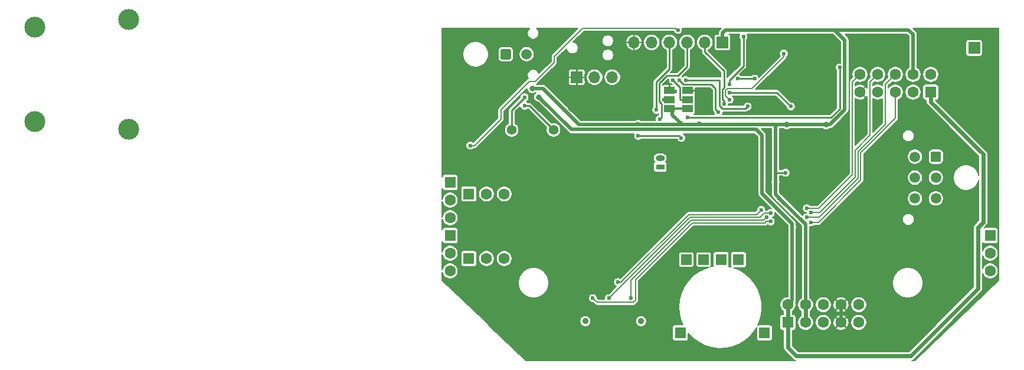
<source format=gbr>
G04 #@! TF.GenerationSoftware,KiCad,Pcbnew,5.1.5+dfsg1-2build2*
G04 #@! TF.CreationDate,2021-11-26T23:02:44+01:00*
G04 #@! TF.ProjectId,mre_addon_v2,6d72655f-6164-4646-9f6e-5f76322e6b69,V2.1*
G04 #@! TF.SameCoordinates,Original*
G04 #@! TF.FileFunction,Copper,L2,Bot*
G04 #@! TF.FilePolarity,Positive*
%FSLAX46Y46*%
G04 Gerber Fmt 4.6, Leading zero omitted, Abs format (unit mm)*
G04 Created by KiCad (PCBNEW 5.1.5+dfsg1-2build2) date 2021-11-26 23:02:44*
%MOMM*%
%LPD*%
G04 APERTURE LIST*
%ADD10R,1.700000X1.700000*%
%ADD11C,1.500000*%
%ADD12C,0.100000*%
%ADD13C,2.999740*%
%ADD14R,1.600000X1.600000*%
%ADD15C,1.600000*%
%ADD16R,1.300000X0.800000*%
%ADD17O,1.300000X0.800000*%
%ADD18R,1.524000X1.524000*%
%ADD19C,1.400000*%
%ADD20C,0.889000*%
%ADD21O,1.700000X1.700000*%
%ADD22R,1.500000X1.000000*%
%ADD23C,0.600000*%
%ADD24C,0.800000*%
%ADD25C,0.500000*%
%ADD26C,0.300000*%
%ADD27C,0.250000*%
%ADD28C,0.600000*%
%ADD29C,0.200000*%
G04 APERTURE END LIST*
D10*
X151700000Y-129000000D03*
D11*
X87500000Y-129900000D03*
G04 #@! TA.AperFunction,ComponentPad*
D12*
G36*
X85024053Y-129151206D02*
G01*
X85048370Y-129154813D01*
X85072216Y-129160786D01*
X85095362Y-129169068D01*
X85117585Y-129179579D01*
X85138670Y-129192217D01*
X85158416Y-129206861D01*
X85176630Y-129223370D01*
X85193139Y-129241584D01*
X85207783Y-129261330D01*
X85220421Y-129282415D01*
X85230932Y-129304638D01*
X85239214Y-129327784D01*
X85245187Y-129351630D01*
X85248794Y-129375947D01*
X85250000Y-129400500D01*
X85250000Y-130399500D01*
X85248794Y-130424053D01*
X85245187Y-130448370D01*
X85239214Y-130472216D01*
X85230932Y-130495362D01*
X85220421Y-130517585D01*
X85207783Y-130538670D01*
X85193139Y-130558416D01*
X85176630Y-130576630D01*
X85158416Y-130593139D01*
X85138670Y-130607783D01*
X85117585Y-130620421D01*
X85095362Y-130630932D01*
X85072216Y-130639214D01*
X85048370Y-130645187D01*
X85024053Y-130648794D01*
X84999500Y-130650000D01*
X84000500Y-130650000D01*
X83975947Y-130648794D01*
X83951630Y-130645187D01*
X83927784Y-130639214D01*
X83904638Y-130630932D01*
X83882415Y-130620421D01*
X83861330Y-130607783D01*
X83841584Y-130593139D01*
X83823370Y-130576630D01*
X83806861Y-130558416D01*
X83792217Y-130538670D01*
X83779579Y-130517585D01*
X83769068Y-130495362D01*
X83760786Y-130472216D01*
X83754813Y-130448370D01*
X83751206Y-130424053D01*
X83750000Y-130399500D01*
X83750000Y-129400500D01*
X83751206Y-129375947D01*
X83754813Y-129351630D01*
X83760786Y-129327784D01*
X83769068Y-129304638D01*
X83779579Y-129282415D01*
X83792217Y-129261330D01*
X83806861Y-129241584D01*
X83823370Y-129223370D01*
X83841584Y-129206861D01*
X83861330Y-129192217D01*
X83882415Y-129179579D01*
X83904638Y-129169068D01*
X83927784Y-129160786D01*
X83951630Y-129154813D01*
X83975947Y-129151206D01*
X84000500Y-129150000D01*
X84999500Y-129150000D01*
X85024053Y-129151206D01*
G37*
G04 #@! TD.AperFunction*
D13*
X16951220Y-139599580D03*
X16951220Y-126000420D03*
X30448780Y-140699400D03*
X30448780Y-124900600D03*
D11*
X87500000Y-129900000D03*
G04 #@! TA.AperFunction,ComponentPad*
D12*
G36*
X85024504Y-129151204D02*
G01*
X85048773Y-129154804D01*
X85072571Y-129160765D01*
X85095671Y-129169030D01*
X85117849Y-129179520D01*
X85138893Y-129192133D01*
X85158598Y-129206747D01*
X85176777Y-129223223D01*
X85193253Y-129241402D01*
X85207867Y-129261107D01*
X85220480Y-129282151D01*
X85230970Y-129304329D01*
X85239235Y-129327429D01*
X85245196Y-129351227D01*
X85248796Y-129375496D01*
X85250000Y-129400000D01*
X85250000Y-130400000D01*
X85248796Y-130424504D01*
X85245196Y-130448773D01*
X85239235Y-130472571D01*
X85230970Y-130495671D01*
X85220480Y-130517849D01*
X85207867Y-130538893D01*
X85193253Y-130558598D01*
X85176777Y-130576777D01*
X85158598Y-130593253D01*
X85138893Y-130607867D01*
X85117849Y-130620480D01*
X85095671Y-130630970D01*
X85072571Y-130639235D01*
X85048773Y-130645196D01*
X85024504Y-130648796D01*
X85000000Y-130650000D01*
X84000000Y-130650000D01*
X83975496Y-130648796D01*
X83951227Y-130645196D01*
X83927429Y-130639235D01*
X83904329Y-130630970D01*
X83882151Y-130620480D01*
X83861107Y-130607867D01*
X83841402Y-130593253D01*
X83823223Y-130576777D01*
X83806747Y-130558598D01*
X83792133Y-130538893D01*
X83779520Y-130517849D01*
X83769030Y-130495671D01*
X83760765Y-130472571D01*
X83754804Y-130448773D01*
X83751204Y-130424504D01*
X83750000Y-130400000D01*
X83750000Y-129400000D01*
X83751204Y-129375496D01*
X83754804Y-129351227D01*
X83760765Y-129327429D01*
X83769030Y-129304329D01*
X83779520Y-129282151D01*
X83792133Y-129261107D01*
X83806747Y-129241402D01*
X83823223Y-129223223D01*
X83841402Y-129206747D01*
X83861107Y-129192133D01*
X83882151Y-129179520D01*
X83904329Y-129169030D01*
X83927429Y-129160765D01*
X83951227Y-129154804D01*
X83975496Y-129151204D01*
X84000000Y-129150000D01*
X85000000Y-129150000D01*
X85024504Y-129151204D01*
G37*
G04 #@! TD.AperFunction*
D14*
X117900600Y-159360800D03*
X115400600Y-159360800D03*
D15*
X127513080Y-165839060D03*
X130053080Y-165839060D03*
X135133080Y-165839060D03*
X135133080Y-168379060D03*
X130053080Y-168379060D03*
X132593080Y-168379060D03*
X127513080Y-168379060D03*
X132593080Y-165839060D03*
X124973080Y-165839060D03*
D14*
X124973080Y-168379060D03*
X154000200Y-155910200D03*
D15*
X154000200Y-158450200D03*
X154000200Y-160990200D03*
D14*
X121615200Y-169880200D03*
X109550200Y-169880200D03*
X76530200Y-155910200D03*
D15*
X76530200Y-158450200D03*
X76530200Y-160990200D03*
D14*
X76530200Y-148290200D03*
D15*
X76530200Y-150830200D03*
X76530200Y-153370200D03*
D14*
X79197200Y-159212200D03*
D15*
X81737200Y-159212200D03*
X84277200Y-159212200D03*
D14*
X79197200Y-149941200D03*
D15*
X81737200Y-149941200D03*
X84277200Y-149941200D03*
D14*
X145478500Y-135336200D03*
D15*
X142938500Y-135336200D03*
X140398500Y-135336200D03*
X137858500Y-135336200D03*
X135318500Y-135336200D03*
X145478500Y-132796200D03*
X142938500Y-132796200D03*
X140398500Y-132796200D03*
X137858500Y-132796200D03*
X135318500Y-132796200D03*
D16*
X106654600Y-146055000D03*
D17*
X106654600Y-144810400D03*
D18*
X112900600Y-159360800D03*
X110400600Y-159360800D03*
D19*
X91360600Y-140771800D03*
X85360600Y-140771800D03*
D20*
X103914000Y-168207000D03*
X95914000Y-168207000D03*
D21*
X99780000Y-133200000D03*
X97240000Y-133200000D03*
D10*
X94700000Y-133200000D03*
D11*
X143200000Y-150600000D03*
X143200000Y-147600000D03*
X143200000Y-144600000D03*
X146200000Y-150600000D03*
X146200000Y-147600000D03*
G04 #@! TA.AperFunction,ComponentPad*
D12*
G36*
X146724053Y-143851206D02*
G01*
X146748370Y-143854813D01*
X146772216Y-143860786D01*
X146795362Y-143869068D01*
X146817585Y-143879579D01*
X146838670Y-143892217D01*
X146858416Y-143906861D01*
X146876630Y-143923370D01*
X146893139Y-143941584D01*
X146907783Y-143961330D01*
X146920421Y-143982415D01*
X146930932Y-144004638D01*
X146939214Y-144027784D01*
X146945187Y-144051630D01*
X146948794Y-144075947D01*
X146950000Y-144100500D01*
X146950000Y-145099500D01*
X146948794Y-145124053D01*
X146945187Y-145148370D01*
X146939214Y-145172216D01*
X146930932Y-145195362D01*
X146920421Y-145217585D01*
X146907783Y-145238670D01*
X146893139Y-145258416D01*
X146876630Y-145276630D01*
X146858416Y-145293139D01*
X146838670Y-145307783D01*
X146817585Y-145320421D01*
X146795362Y-145330932D01*
X146772216Y-145339214D01*
X146748370Y-145345187D01*
X146724053Y-145348794D01*
X146699500Y-145350000D01*
X145700500Y-145350000D01*
X145675947Y-145348794D01*
X145651630Y-145345187D01*
X145627784Y-145339214D01*
X145604638Y-145330932D01*
X145582415Y-145320421D01*
X145561330Y-145307783D01*
X145541584Y-145293139D01*
X145523370Y-145276630D01*
X145506861Y-145258416D01*
X145492217Y-145238670D01*
X145479579Y-145217585D01*
X145469068Y-145195362D01*
X145460786Y-145172216D01*
X145454813Y-145148370D01*
X145451206Y-145124053D01*
X145450000Y-145099500D01*
X145450000Y-144100500D01*
X145451206Y-144075947D01*
X145454813Y-144051630D01*
X145460786Y-144027784D01*
X145469068Y-144004638D01*
X145479579Y-143982415D01*
X145492217Y-143961330D01*
X145506861Y-143941584D01*
X145523370Y-143923370D01*
X145541584Y-143906861D01*
X145561330Y-143892217D01*
X145582415Y-143879579D01*
X145604638Y-143869068D01*
X145627784Y-143860786D01*
X145651630Y-143854813D01*
X145675947Y-143851206D01*
X145700500Y-143850000D01*
X146699500Y-143850000D01*
X146724053Y-143851206D01*
G37*
G04 #@! TD.AperFunction*
D11*
X143200000Y-150600000D03*
X143200000Y-147600000D03*
X143200000Y-144600000D03*
X146200000Y-150600000D03*
X146200000Y-147600000D03*
G04 #@! TA.AperFunction,ComponentPad*
D12*
G36*
X146724504Y-143851204D02*
G01*
X146748773Y-143854804D01*
X146772571Y-143860765D01*
X146795671Y-143869030D01*
X146817849Y-143879520D01*
X146838893Y-143892133D01*
X146858598Y-143906747D01*
X146876777Y-143923223D01*
X146893253Y-143941402D01*
X146907867Y-143961107D01*
X146920480Y-143982151D01*
X146930970Y-144004329D01*
X146939235Y-144027429D01*
X146945196Y-144051227D01*
X146948796Y-144075496D01*
X146950000Y-144100000D01*
X146950000Y-145100000D01*
X146948796Y-145124504D01*
X146945196Y-145148773D01*
X146939235Y-145172571D01*
X146930970Y-145195671D01*
X146920480Y-145217849D01*
X146907867Y-145238893D01*
X146893253Y-145258598D01*
X146876777Y-145276777D01*
X146858598Y-145293253D01*
X146838893Y-145307867D01*
X146817849Y-145320480D01*
X146795671Y-145330970D01*
X146772571Y-145339235D01*
X146748773Y-145345196D01*
X146724504Y-145348796D01*
X146700000Y-145350000D01*
X145700000Y-145350000D01*
X145675496Y-145348796D01*
X145651227Y-145345196D01*
X145627429Y-145339235D01*
X145604329Y-145330970D01*
X145582151Y-145320480D01*
X145561107Y-145307867D01*
X145541402Y-145293253D01*
X145523223Y-145276777D01*
X145506747Y-145258598D01*
X145492133Y-145238893D01*
X145479520Y-145217849D01*
X145469030Y-145195671D01*
X145460765Y-145172571D01*
X145454804Y-145148773D01*
X145451204Y-145124504D01*
X145450000Y-145100000D01*
X145450000Y-144100000D01*
X145451204Y-144075496D01*
X145454804Y-144051227D01*
X145460765Y-144027429D01*
X145469030Y-144004329D01*
X145479520Y-143982151D01*
X145492133Y-143961107D01*
X145506747Y-143941402D01*
X145523223Y-143923223D01*
X145541402Y-143906747D01*
X145561107Y-143892133D01*
X145582151Y-143879520D01*
X145604329Y-143869030D01*
X145627429Y-143860765D01*
X145651227Y-143854804D01*
X145675496Y-143851204D01*
X145700000Y-143850000D01*
X146700000Y-143850000D01*
X146724504Y-143851204D01*
G37*
G04 #@! TD.AperFunction*
D22*
X108000000Y-135100000D03*
X108000000Y-136400000D03*
X108000000Y-137700000D03*
X110600000Y-135100000D03*
X110600000Y-136400000D03*
X110600000Y-137700000D03*
D21*
X102900000Y-128200000D03*
X105440000Y-128200000D03*
X107980000Y-128200000D03*
X110520000Y-128200000D03*
X113060000Y-128200000D03*
D10*
X115600000Y-128200000D03*
D23*
X84000000Y-144700000D03*
X82600000Y-139200000D03*
X102500000Y-170000000D03*
X98200000Y-170000000D03*
X97400000Y-160200000D03*
D24*
X130200000Y-154200000D03*
X100800000Y-129800000D03*
X153800000Y-129800000D03*
X153800000Y-138400000D03*
X149300000Y-138400000D03*
D23*
X103500000Y-138400000D03*
X113100000Y-142100000D03*
X117200000Y-130800000D03*
X104800000Y-131000000D03*
D24*
X119400000Y-129800000D03*
X126600000Y-161200000D03*
D23*
X126600000Y-157000000D03*
X108800000Y-135200000D03*
X111200000Y-135200000D03*
D24*
X139200000Y-151800000D03*
X139200000Y-153000000D03*
X139200000Y-154200000D03*
X140400000Y-151800000D03*
X140400000Y-153000000D03*
X140400000Y-154200000D03*
X135000000Y-153000000D03*
X135000000Y-151800000D03*
X135000000Y-154200000D03*
X138000000Y-151800000D03*
X138000000Y-153000000D03*
X138000000Y-154200000D03*
X133600000Y-151800000D03*
X133600000Y-153000000D03*
X133600000Y-154200000D03*
X128400000Y-137400000D03*
X122800000Y-134200000D03*
X126600000Y-129800000D03*
X88300000Y-139200000D03*
D23*
X122350000Y-147550000D03*
D24*
X135300000Y-139000000D03*
X132588000Y-161200000D03*
D23*
X124100000Y-157000000D03*
D24*
X124000000Y-161200000D03*
D23*
X118050000Y-142100000D03*
D24*
X129100000Y-144300000D03*
X129100000Y-145400000D03*
X129100000Y-146500000D03*
X129100000Y-147600000D03*
X129100000Y-148700000D03*
X130200000Y-144300000D03*
X130200000Y-145400000D03*
X130200000Y-146500000D03*
X130200000Y-147600000D03*
X130200000Y-148700000D03*
X138500000Y-145400000D03*
X140000000Y-145400000D03*
X140000000Y-144400000D03*
X138500000Y-144400000D03*
X138500000Y-149400000D03*
X140000000Y-149400000D03*
D23*
X128300000Y-131800000D03*
X119200000Y-132400000D03*
X132400000Y-141400000D03*
X112800000Y-130800000D03*
X109200000Y-130800000D03*
X115000000Y-132800000D03*
X128400000Y-141400000D03*
X119800000Y-156000000D03*
X122800000Y-136400000D03*
X118600000Y-136800000D03*
X117200000Y-127400000D03*
X101200000Y-160200000D03*
D24*
X137900000Y-139000000D03*
X130900000Y-127400000D03*
X135300000Y-127400000D03*
D23*
X143600000Y-142500000D03*
X79400000Y-139200000D03*
X115700000Y-142100000D03*
X96100000Y-127400000D03*
X124000000Y-145050000D03*
X122350000Y-145050000D03*
X120800000Y-150800000D03*
X118100000Y-152000000D03*
X129100000Y-151300000D03*
X116600000Y-134200000D03*
X118600000Y-127400000D03*
X112300000Y-139800000D03*
X103500000Y-139900000D03*
D24*
X88300000Y-134800000D03*
D23*
X108400000Y-138400000D03*
D24*
X124800000Y-140000000D03*
D23*
X92900000Y-137900000D03*
X124650000Y-146900000D03*
D24*
X130450000Y-140000000D03*
D23*
X123750000Y-150550000D03*
X123200000Y-148250000D03*
X124400000Y-129800000D03*
X116600000Y-136400000D03*
X125600000Y-154700000D03*
D24*
X89250000Y-136050000D03*
D23*
X109400000Y-133600000D03*
X115000000Y-138200000D03*
X115800000Y-137000000D03*
X87200000Y-137300000D03*
X87200000Y-136100000D03*
X106100000Y-137900000D03*
X106600000Y-139200000D03*
X102500000Y-164900000D03*
X127700000Y-153300000D03*
X121900000Y-153300000D03*
X100600000Y-162600000D03*
X121150000Y-152250000D03*
X127700000Y-152000000D03*
X99300000Y-164900000D03*
X122500000Y-152700000D03*
X128300000Y-152600000D03*
X97000000Y-164900000D03*
X122500000Y-153900000D03*
X128300000Y-154000000D03*
X79400000Y-143000000D03*
X109200000Y-126400000D03*
X108500000Y-133600000D03*
X107200000Y-136400000D03*
X117800000Y-133400000D03*
X120200000Y-133400000D03*
X125400000Y-137400000D03*
X116600000Y-135400000D03*
X119200000Y-137400000D03*
X110300000Y-133600000D03*
X110600000Y-139000000D03*
X132400000Y-131800000D03*
X103500000Y-141600000D03*
X109700000Y-141900000D03*
D25*
X132593080Y-165839060D02*
X132593080Y-168379060D01*
D26*
X108100000Y-135200000D02*
X108000000Y-135100000D01*
X108800000Y-135200000D02*
X108100000Y-135200000D01*
D27*
X116600000Y-133600000D02*
X116600000Y-134200000D01*
X118600000Y-131600000D02*
X116600000Y-133600000D01*
X118600000Y-127400000D02*
X118600000Y-131600000D01*
D28*
X127513080Y-168379060D02*
X127513080Y-165839060D01*
D25*
X127513080Y-154313080D02*
X123750000Y-150550000D01*
X127513080Y-165839060D02*
X127513080Y-154313080D01*
X123200000Y-141200000D02*
X123200000Y-141000000D01*
X123200000Y-150000000D02*
X123200000Y-148250000D01*
D26*
X110600000Y-137700000D02*
X108000000Y-137700000D01*
D27*
X110700000Y-137800000D02*
X110600000Y-137700000D01*
D25*
X108400000Y-138100000D02*
X108000000Y-137700000D01*
X108400000Y-138600000D02*
X108400000Y-138100000D01*
X109800000Y-140000000D02*
X108400000Y-138600000D01*
X123200000Y-140200000D02*
X123000000Y-140000000D01*
X123200000Y-141200000D02*
X123200000Y-140200000D01*
X124800000Y-140000000D02*
X123000000Y-140000000D01*
X123000000Y-140000000D02*
X111300000Y-140000000D01*
X111300000Y-140000000D02*
X109800000Y-140000000D01*
X94989998Y-140000000D02*
X94144999Y-139155001D01*
X109800000Y-140000000D02*
X94989998Y-140000000D01*
X115600000Y-126850000D02*
X115600000Y-128200000D01*
X116050000Y-126400000D02*
X115600000Y-126850000D01*
X133150001Y-127850001D02*
X131700000Y-126400000D01*
X133150001Y-137863185D02*
X133150001Y-127850001D01*
X131013186Y-140000000D02*
X133150001Y-137863185D01*
X131700000Y-126400000D02*
X116050000Y-126400000D01*
X124800000Y-140000000D02*
X130450000Y-140000000D01*
X142938500Y-132796200D02*
X142938500Y-127061500D01*
X142277000Y-126400000D02*
X131700000Y-126400000D01*
X142938500Y-127061500D02*
X142277000Y-126400000D01*
X89800000Y-134800000D02*
X89900000Y-134900000D01*
X88300000Y-134800000D02*
X89800000Y-134800000D01*
X94144999Y-139155001D02*
X89900000Y-134900000D01*
X130450000Y-140000000D02*
X131013186Y-140000000D01*
X123750000Y-150550000D02*
X123200000Y-150000000D01*
D27*
X124650000Y-146900000D02*
X123200000Y-146900000D01*
D25*
X123200000Y-146900000D02*
X123200000Y-141200000D01*
X123200000Y-148250000D02*
X123200000Y-146900000D01*
D29*
X119824264Y-134800000D02*
X124400000Y-130224264D01*
X116311998Y-134800000D02*
X119824264Y-134800000D01*
X115999999Y-135111999D02*
X116311998Y-134800000D01*
X124400000Y-130224264D02*
X124400000Y-129800000D01*
X115999999Y-135799999D02*
X115999999Y-135111999D01*
X116600000Y-136400000D02*
X115999999Y-135799999D01*
D28*
X124973080Y-165839060D02*
X124973080Y-168379060D01*
D25*
X125600000Y-165212140D02*
X124973080Y-165839060D01*
X125600000Y-154200000D02*
X125600000Y-154700000D01*
X121265399Y-149865399D02*
X125600000Y-154200000D01*
X121265399Y-141534601D02*
X121265399Y-149865399D01*
X120430808Y-140700010D02*
X121265399Y-141534601D01*
X93900010Y-140700010D02*
X120430808Y-140700010D01*
D28*
X124973080Y-169779060D02*
X124973080Y-168379060D01*
X124993400Y-171993400D02*
X124993400Y-169799380D01*
X124993400Y-169799380D02*
X124973080Y-169779060D01*
X142600000Y-173200000D02*
X126200000Y-173200000D01*
X126200000Y-173200000D02*
X124993400Y-171993400D01*
X152247600Y-154752400D02*
X152247600Y-163552400D01*
X152247600Y-163552400D02*
X142600000Y-173200000D01*
X153000000Y-154000000D02*
X152247600Y-154752400D01*
X153000000Y-144257700D02*
X153000000Y-154000000D01*
X145478500Y-136736200D02*
X153000000Y-144257700D01*
X145478500Y-135336200D02*
X145478500Y-136736200D01*
D25*
X125600000Y-154700000D02*
X125600000Y-165212140D01*
X89250000Y-136050000D02*
X93900010Y-140700010D01*
D27*
X113974999Y-134225001D02*
X114600000Y-134850002D01*
X114600001Y-137800001D02*
X115000000Y-138200000D01*
X114600000Y-134850002D02*
X114600001Y-137800001D01*
X110025001Y-134225001D02*
X109400000Y-133600000D01*
X110074999Y-134225001D02*
X110025001Y-134225001D01*
X110074999Y-134225001D02*
X113974999Y-134225001D01*
X115800000Y-136575736D02*
X115800000Y-137000000D01*
X115574989Y-136350725D02*
X115800000Y-136575736D01*
X115574989Y-134935955D02*
X115574989Y-136350725D01*
X115800000Y-134710944D02*
X115574989Y-134935955D01*
X113060000Y-129560000D02*
X115800000Y-132300000D01*
X113060000Y-128200000D02*
X113060000Y-129560000D01*
X115800000Y-132300000D02*
X115800000Y-134710944D01*
X87888800Y-137300000D02*
X91360600Y-140771800D01*
X87200000Y-137300000D02*
X87888800Y-137300000D01*
X85360600Y-137939400D02*
X85360600Y-140771800D01*
X87200000Y-136100000D02*
X85360600Y-137939400D01*
X107980000Y-131983590D02*
X107980000Y-128200000D01*
X106099981Y-133863609D02*
X107980000Y-131983590D01*
X106099980Y-137899980D02*
X106099981Y-133863609D01*
X106100000Y-137900000D02*
X106099980Y-137899980D01*
X106899999Y-137025001D02*
X106899999Y-138900001D01*
X106549990Y-136674992D02*
X106899999Y-137025001D01*
X107625001Y-132974999D02*
X106549990Y-134050010D01*
X106899999Y-138900001D02*
X106600000Y-139200000D01*
X110520000Y-131680000D02*
X109225001Y-132974999D01*
X106549990Y-134050010D02*
X106549990Y-136674992D01*
X109225001Y-132974999D02*
X107625001Y-132974999D01*
X110520000Y-130680000D02*
X110520000Y-131680000D01*
X110520000Y-128200000D02*
X110520000Y-130680000D01*
X110520000Y-130680000D02*
X110520000Y-131280000D01*
D29*
X138958501Y-139941499D02*
X135018519Y-143881481D01*
X138958501Y-134236199D02*
X138958501Y-139941499D01*
X140398500Y-132796200D02*
X138958501Y-134236199D01*
X135018519Y-147711178D02*
X135018519Y-146718519D01*
X129429697Y-153300000D02*
X135018519Y-147711178D01*
X127700000Y-153300000D02*
X129429697Y-153300000D01*
X135018519Y-146718519D02*
X135018519Y-147100000D01*
X135018519Y-143881481D02*
X135018519Y-146718519D01*
X121499999Y-153700001D02*
X111099999Y-153700001D01*
X121900000Y-153300000D02*
X121499999Y-153700001D01*
X102500000Y-162300000D02*
X102500000Y-164900000D01*
X111099999Y-153700001D02*
X102500000Y-162300000D01*
X134218499Y-133896201D02*
X134218499Y-147181501D01*
X135318500Y-132796200D02*
X134218499Y-133896201D01*
X129400000Y-152000000D02*
X134218499Y-147181501D01*
X127700000Y-152000000D02*
X129400000Y-152000000D01*
X101034302Y-162600000D02*
X101067151Y-162567151D01*
X100600000Y-162600000D02*
X101034302Y-162600000D01*
X120900000Y-152500000D02*
X121150000Y-152250000D01*
X120500010Y-152899990D02*
X120900000Y-152500000D01*
X110734310Y-152899990D02*
X120500010Y-152899990D01*
X101034302Y-162599999D02*
X110734310Y-152899990D01*
X101034302Y-162600000D02*
X101034302Y-162599999D01*
X136758499Y-133896201D02*
X137858500Y-132796200D01*
X136758499Y-141541501D02*
X136758499Y-133896201D01*
X134618509Y-143681491D02*
X136758499Y-141541501D01*
X134618509Y-147545489D02*
X134618509Y-143681491D01*
X129563998Y-152600000D02*
X134618509Y-147545489D01*
X128300000Y-152600000D02*
X129563998Y-152600000D01*
X110875000Y-153325000D02*
X99300000Y-164900000D01*
X110934301Y-153300000D02*
X110909301Y-153325000D01*
X110909301Y-153325000D02*
X110875000Y-153325000D01*
X121588002Y-152700000D02*
X120988002Y-153300000D01*
X120988002Y-153300000D02*
X110934301Y-153300000D01*
X122500000Y-152700000D02*
X121588002Y-152700000D01*
X140398500Y-135336200D02*
X140398500Y-139067198D01*
X140398500Y-139067198D02*
X135418529Y-144047169D01*
X135418529Y-147945469D02*
X135418529Y-145518529D01*
X129363998Y-154000000D02*
X135418529Y-147945469D01*
X128300000Y-154000000D02*
X129363998Y-154000000D01*
X135418529Y-145518529D02*
X135418529Y-146600000D01*
X135418529Y-144047169D02*
X135418529Y-145518529D01*
X121665688Y-154100011D02*
X111265687Y-154100011D01*
X121865699Y-153900000D02*
X121665688Y-154100011D01*
X122500000Y-153900000D02*
X121865699Y-153900000D01*
X97299999Y-165199999D02*
X97000000Y-164900000D01*
X97600001Y-165500001D02*
X97299999Y-165199999D01*
X102788001Y-165500001D02*
X97600001Y-165500001D01*
X103100001Y-165188001D02*
X102788001Y-165500001D01*
X103100001Y-162265697D02*
X103100001Y-165188001D01*
X111265687Y-154100011D02*
X103100001Y-162265697D01*
X95549874Y-126150126D02*
X108599999Y-126146014D01*
X108846014Y-126146014D02*
X108599999Y-126146014D01*
X109100000Y-126400000D02*
X108846014Y-126146014D01*
X109200000Y-126400000D02*
X109100000Y-126400000D01*
X88724002Y-133800000D02*
X87900000Y-133800000D01*
X91450000Y-130250000D02*
X91450000Y-131074002D01*
X91450000Y-131074002D02*
X88724002Y-133800000D01*
X91450000Y-130250000D02*
X95549874Y-126150126D01*
X84935590Y-136764410D02*
X87900000Y-133800000D01*
X79400000Y-143000000D02*
X80000000Y-143000000D01*
X84935590Y-136764410D02*
X83800000Y-137900000D01*
X83800000Y-137900000D02*
X83800000Y-139200000D01*
X80000000Y-143000000D02*
X83800000Y-139200000D01*
D27*
X109524999Y-134789997D02*
X109524999Y-136324999D01*
X109600000Y-136400000D02*
X110600000Y-136400000D01*
X109524999Y-136324999D02*
X109600000Y-136400000D01*
X109524999Y-134624999D02*
X108500000Y-133600000D01*
X109524999Y-134789997D02*
X109524999Y-134624999D01*
X107000000Y-136400000D02*
X108000000Y-136400000D01*
X117800000Y-133400000D02*
X120200000Y-133400000D01*
X123400000Y-135400000D02*
X125400000Y-137400000D01*
X116600000Y-135400000D02*
X123400000Y-135400000D01*
X110200000Y-133600000D02*
X114200000Y-133600000D01*
X115149978Y-133600000D02*
X114200000Y-133600000D01*
X115124979Y-137249981D02*
X115124979Y-133624999D01*
X115574997Y-137699999D02*
X115124979Y-137249981D01*
X115124979Y-133624999D02*
X115149978Y-133600000D01*
X118900001Y-137699999D02*
X115574997Y-137699999D01*
X119200000Y-137400000D02*
X118900001Y-137699999D01*
X110600000Y-139000000D02*
X131200000Y-139000000D01*
X131200000Y-139000000D02*
X132400000Y-137800000D01*
X132400000Y-137800000D02*
X132400000Y-131800000D01*
X109400001Y-141600001D02*
X109700000Y-141900000D01*
X103500000Y-141600000D02*
X109400001Y-141600001D01*
D29*
G36*
X91144742Y-129913205D02*
G01*
X91127421Y-129927421D01*
X91070687Y-129996552D01*
X91028531Y-130075421D01*
X91028530Y-130075422D01*
X91020612Y-130101526D01*
X91002570Y-130161002D01*
X90996000Y-130227706D01*
X90996000Y-130227712D01*
X90993805Y-130250000D01*
X90996000Y-130272288D01*
X90996001Y-130885948D01*
X89252357Y-132629593D01*
X89196805Y-132495479D01*
X89103345Y-132355607D01*
X88984393Y-132236655D01*
X88844521Y-132143195D01*
X88689103Y-132078819D01*
X88524112Y-132046000D01*
X88355888Y-132046000D01*
X88190897Y-132078819D01*
X88035479Y-132143195D01*
X87895607Y-132236655D01*
X87776655Y-132355607D01*
X87683195Y-132495479D01*
X87618819Y-132650897D01*
X87586000Y-132815888D01*
X87586000Y-132984112D01*
X87618819Y-133149103D01*
X87683195Y-133304521D01*
X87731429Y-133376708D01*
X87725421Y-133378530D01*
X87646551Y-133420687D01*
X87577421Y-133477421D01*
X87563210Y-133494737D01*
X84630334Y-136427614D01*
X84630328Y-136427619D01*
X83494742Y-137563206D01*
X83477421Y-137577421D01*
X83420687Y-137646552D01*
X83383669Y-137715808D01*
X83378530Y-137725422D01*
X83355847Y-137800200D01*
X83352570Y-137811002D01*
X83346000Y-137877706D01*
X83346000Y-137877712D01*
X83343805Y-137900000D01*
X83346000Y-137922288D01*
X83346001Y-139011946D01*
X79841421Y-142516526D01*
X79816900Y-142492005D01*
X79709785Y-142420433D01*
X79590765Y-142371133D01*
X79464413Y-142346000D01*
X79335587Y-142346000D01*
X79209235Y-142371133D01*
X79090215Y-142420433D01*
X78983100Y-142492005D01*
X78892005Y-142583100D01*
X78820433Y-142690215D01*
X78771133Y-142809235D01*
X78746000Y-142935587D01*
X78746000Y-143064413D01*
X78771133Y-143190765D01*
X78820433Y-143309785D01*
X78892005Y-143416900D01*
X78983100Y-143507995D01*
X79090215Y-143579567D01*
X79209235Y-143628867D01*
X79335587Y-143654000D01*
X79464413Y-143654000D01*
X79590765Y-143628867D01*
X79709785Y-143579567D01*
X79816900Y-143507995D01*
X79870895Y-143454000D01*
X79977712Y-143454000D01*
X80000000Y-143456195D01*
X80022288Y-143454000D01*
X80022295Y-143454000D01*
X80088999Y-143447430D01*
X80174579Y-143421470D01*
X80253449Y-143379313D01*
X80322579Y-143322579D01*
X80336794Y-143305258D01*
X82974062Y-140667990D01*
X84306600Y-140667990D01*
X84306600Y-140875610D01*
X84347104Y-141079241D01*
X84426557Y-141271056D01*
X84541905Y-141443686D01*
X84688714Y-141590495D01*
X84861344Y-141705843D01*
X85053159Y-141785296D01*
X85256790Y-141825800D01*
X85464410Y-141825800D01*
X85668041Y-141785296D01*
X85859856Y-141705843D01*
X86032486Y-141590495D01*
X86179295Y-141443686D01*
X86294643Y-141271056D01*
X86374096Y-141079241D01*
X86414600Y-140875610D01*
X86414600Y-140667990D01*
X86374096Y-140464359D01*
X86294643Y-140272544D01*
X86179295Y-140099914D01*
X86032486Y-139953105D01*
X85859856Y-139837757D01*
X85839600Y-139829367D01*
X85839600Y-138137807D01*
X86557115Y-137420293D01*
X86571133Y-137490765D01*
X86620433Y-137609785D01*
X86692005Y-137716900D01*
X86783100Y-137807995D01*
X86890215Y-137879567D01*
X87009235Y-137928867D01*
X87135587Y-137954000D01*
X87264413Y-137954000D01*
X87390765Y-137928867D01*
X87509785Y-137879567D01*
X87616900Y-137807995D01*
X87645895Y-137779000D01*
X87690393Y-137779000D01*
X90355495Y-140444102D01*
X90347104Y-140464359D01*
X90306600Y-140667990D01*
X90306600Y-140875610D01*
X90347104Y-141079241D01*
X90426557Y-141271056D01*
X90541905Y-141443686D01*
X90688714Y-141590495D01*
X90861344Y-141705843D01*
X91053159Y-141785296D01*
X91256790Y-141825800D01*
X91464410Y-141825800D01*
X91668041Y-141785296D01*
X91859856Y-141705843D01*
X92032486Y-141590495D01*
X92179295Y-141443686D01*
X92294643Y-141271056D01*
X92374096Y-141079241D01*
X92414600Y-140875610D01*
X92414600Y-140667990D01*
X92374096Y-140464359D01*
X92294643Y-140272544D01*
X92179295Y-140099914D01*
X92032486Y-139953105D01*
X91859856Y-139837757D01*
X91668041Y-139758304D01*
X91464410Y-139717800D01*
X91256790Y-139717800D01*
X91053159Y-139758304D01*
X91032902Y-139766695D01*
X88244147Y-136977940D01*
X88229143Y-136959657D01*
X88156205Y-136899800D01*
X88072992Y-136855321D01*
X87982700Y-136827931D01*
X87912326Y-136821000D01*
X87912323Y-136821000D01*
X87888800Y-136818683D01*
X87865277Y-136821000D01*
X87645895Y-136821000D01*
X87616900Y-136792005D01*
X87509785Y-136720433D01*
X87460456Y-136700000D01*
X87509785Y-136679567D01*
X87616900Y-136607995D01*
X87707995Y-136516900D01*
X87779567Y-136409785D01*
X87828867Y-136290765D01*
X87854000Y-136164413D01*
X87854000Y-136035587D01*
X87828867Y-135909235D01*
X87779567Y-135790215D01*
X87707995Y-135683100D01*
X87616900Y-135592005D01*
X87509785Y-135520433D01*
X87390765Y-135471133D01*
X87264413Y-135446000D01*
X87135587Y-135446000D01*
X87009235Y-135471133D01*
X86890215Y-135520433D01*
X86783100Y-135592005D01*
X86692005Y-135683100D01*
X86620433Y-135790215D01*
X86571133Y-135909235D01*
X86546000Y-136035587D01*
X86546000Y-136076591D01*
X85038540Y-137584053D01*
X85020257Y-137599057D01*
X84960400Y-137671995D01*
X84915921Y-137755209D01*
X84888531Y-137845501D01*
X84882376Y-137907995D01*
X84879283Y-137939400D01*
X84881600Y-137962923D01*
X84881601Y-139829366D01*
X84861344Y-139837757D01*
X84688714Y-139953105D01*
X84541905Y-140099914D01*
X84426557Y-140272544D01*
X84347104Y-140464359D01*
X84306600Y-140667990D01*
X82974062Y-140667990D01*
X84105263Y-139536790D01*
X84122579Y-139522579D01*
X84179313Y-139453449D01*
X84221470Y-139374579D01*
X84247430Y-139288999D01*
X84254000Y-139222295D01*
X84254000Y-139222288D01*
X84256195Y-139200000D01*
X84254000Y-139177712D01*
X84254000Y-138088052D01*
X85272381Y-137069672D01*
X85272386Y-137069666D01*
X87546000Y-134796053D01*
X87546000Y-134874262D01*
X87574976Y-135019934D01*
X87631814Y-135157153D01*
X87714330Y-135280647D01*
X87819353Y-135385670D01*
X87942847Y-135468186D01*
X88080066Y-135525024D01*
X88225738Y-135554000D01*
X88374262Y-135554000D01*
X88519934Y-135525024D01*
X88657153Y-135468186D01*
X88753214Y-135404000D01*
X88859643Y-135404000D01*
X88769353Y-135464330D01*
X88664330Y-135569353D01*
X88581814Y-135692847D01*
X88524976Y-135830066D01*
X88496000Y-135975738D01*
X88496000Y-136124262D01*
X88524976Y-136269934D01*
X88581814Y-136407153D01*
X88664330Y-136530647D01*
X88769353Y-136635670D01*
X88892847Y-136718186D01*
X89030066Y-136775024D01*
X89143379Y-136797563D01*
X93451937Y-141106122D01*
X93470851Y-141129169D01*
X93562822Y-141204647D01*
X93667751Y-141260733D01*
X93764941Y-141290215D01*
X93781605Y-141295270D01*
X93900009Y-141306932D01*
X93929676Y-141304010D01*
X102914719Y-141304010D01*
X102871133Y-141409235D01*
X102846000Y-141535587D01*
X102846000Y-141664413D01*
X102871133Y-141790765D01*
X102920433Y-141909785D01*
X102992005Y-142016900D01*
X103083100Y-142107995D01*
X103190215Y-142179567D01*
X103309235Y-142228867D01*
X103435587Y-142254000D01*
X103564413Y-142254000D01*
X103690765Y-142228867D01*
X103809785Y-142179567D01*
X103916900Y-142107995D01*
X103945896Y-142078999D01*
X109068793Y-142079001D01*
X109071133Y-142090765D01*
X109120433Y-142209785D01*
X109192005Y-142316900D01*
X109283100Y-142407995D01*
X109390215Y-142479567D01*
X109509235Y-142528867D01*
X109635587Y-142554000D01*
X109764413Y-142554000D01*
X109890765Y-142528867D01*
X110009785Y-142479567D01*
X110116900Y-142407995D01*
X110207995Y-142316900D01*
X110279567Y-142209785D01*
X110328867Y-142090765D01*
X110354000Y-141964413D01*
X110354000Y-141835587D01*
X110328867Y-141709235D01*
X110279567Y-141590215D01*
X110207995Y-141483100D01*
X110116900Y-141392005D01*
X110009785Y-141320433D01*
X109970137Y-141304010D01*
X120180624Y-141304010D01*
X120661399Y-141784786D01*
X120661400Y-149835722D01*
X120658477Y-149865399D01*
X120670139Y-149983803D01*
X120704677Y-150097658D01*
X120715767Y-150118405D01*
X120760763Y-150202587D01*
X120836241Y-150294558D01*
X120859288Y-150313472D01*
X122598620Y-152052804D01*
X122564413Y-152046000D01*
X122435587Y-152046000D01*
X122309235Y-152071133D01*
X122190215Y-152120433D01*
X122083100Y-152192005D01*
X122029105Y-152246000D01*
X121804000Y-152246000D01*
X121804000Y-152185587D01*
X121778867Y-152059235D01*
X121729567Y-151940215D01*
X121657995Y-151833100D01*
X121566900Y-151742005D01*
X121459785Y-151670433D01*
X121340765Y-151621133D01*
X121214413Y-151596000D01*
X121085587Y-151596000D01*
X120959235Y-151621133D01*
X120840215Y-151670433D01*
X120733100Y-151742005D01*
X120642005Y-151833100D01*
X120570433Y-151940215D01*
X120521133Y-152059235D01*
X120496000Y-152185587D01*
X120496000Y-152261947D01*
X120311958Y-152445990D01*
X110756598Y-152445990D01*
X110734310Y-152443795D01*
X110712022Y-152445990D01*
X110712015Y-152445990D01*
X110653731Y-152451731D01*
X110645310Y-152452560D01*
X110575195Y-152473829D01*
X110559731Y-152478520D01*
X110480861Y-152520677D01*
X110411731Y-152577411D01*
X110397520Y-152594727D01*
X100946970Y-162045279D01*
X100909785Y-162020433D01*
X100790765Y-161971133D01*
X100664413Y-161946000D01*
X100535587Y-161946000D01*
X100409235Y-161971133D01*
X100290215Y-162020433D01*
X100183100Y-162092005D01*
X100092005Y-162183100D01*
X100020433Y-162290215D01*
X99971133Y-162409235D01*
X99946000Y-162535587D01*
X99946000Y-162664413D01*
X99971133Y-162790765D01*
X100020433Y-162909785D01*
X100092005Y-163016900D01*
X100183100Y-163107995D01*
X100290215Y-163179567D01*
X100352558Y-163205390D01*
X99311948Y-164246000D01*
X99235587Y-164246000D01*
X99109235Y-164271133D01*
X98990215Y-164320433D01*
X98883100Y-164392005D01*
X98792005Y-164483100D01*
X98720433Y-164590215D01*
X98671133Y-164709235D01*
X98646000Y-164835587D01*
X98646000Y-164964413D01*
X98662229Y-165046001D01*
X97788053Y-165046001D01*
X97654000Y-164911948D01*
X97654000Y-164835587D01*
X97628867Y-164709235D01*
X97579567Y-164590215D01*
X97507995Y-164483100D01*
X97416900Y-164392005D01*
X97309785Y-164320433D01*
X97190765Y-164271133D01*
X97064413Y-164246000D01*
X96935587Y-164246000D01*
X96809235Y-164271133D01*
X96690215Y-164320433D01*
X96583100Y-164392005D01*
X96492005Y-164483100D01*
X96420433Y-164590215D01*
X96371133Y-164709235D01*
X96346000Y-164835587D01*
X96346000Y-164964413D01*
X96371133Y-165090765D01*
X96420433Y-165209785D01*
X96492005Y-165316900D01*
X96583100Y-165407995D01*
X96690215Y-165479567D01*
X96809235Y-165528867D01*
X96935587Y-165554000D01*
X97011948Y-165554000D01*
X97263206Y-165805258D01*
X97277422Y-165822580D01*
X97346552Y-165879314D01*
X97425422Y-165921471D01*
X97511001Y-165947431D01*
X97519422Y-165948260D01*
X97577706Y-165954001D01*
X97577713Y-165954001D01*
X97600001Y-165956196D01*
X97622289Y-165954001D01*
X102765713Y-165954001D01*
X102788001Y-165956196D01*
X102810289Y-165954001D01*
X102810296Y-165954001D01*
X102877000Y-165947431D01*
X102962580Y-165921471D01*
X103041450Y-165879314D01*
X103110580Y-165822580D01*
X103124795Y-165805259D01*
X103405264Y-165524791D01*
X103422580Y-165510580D01*
X103479314Y-165441450D01*
X103521471Y-165362580D01*
X103532743Y-165325422D01*
X103547431Y-165277001D01*
X103552791Y-165222579D01*
X103554001Y-165210296D01*
X103554001Y-165210289D01*
X103556196Y-165188001D01*
X103554001Y-165165713D01*
X103554001Y-162453749D01*
X107408950Y-158598800D01*
X109282888Y-158598800D01*
X109282888Y-160122800D01*
X109289723Y-160192196D01*
X109309965Y-160258925D01*
X109342836Y-160320423D01*
X109387074Y-160374326D01*
X109440977Y-160418564D01*
X109502475Y-160451435D01*
X109569204Y-160471677D01*
X109638600Y-160478512D01*
X111162600Y-160478512D01*
X111231996Y-160471677D01*
X111298725Y-160451435D01*
X111360223Y-160418564D01*
X111414126Y-160374326D01*
X111458364Y-160320423D01*
X111491235Y-160258925D01*
X111511477Y-160192196D01*
X111518312Y-160122800D01*
X111518312Y-158598800D01*
X111511477Y-158529404D01*
X111491235Y-158462675D01*
X111458364Y-158401177D01*
X111414126Y-158347274D01*
X111360223Y-158303036D01*
X111298725Y-158270165D01*
X111231996Y-158249923D01*
X111162600Y-158243088D01*
X109638600Y-158243088D01*
X109569204Y-158249923D01*
X109502475Y-158270165D01*
X109440977Y-158303036D01*
X109387074Y-158347274D01*
X109342836Y-158401177D01*
X109309965Y-158462675D01*
X109289723Y-158529404D01*
X109282888Y-158598800D01*
X107408950Y-158598800D01*
X111453740Y-154554011D01*
X121643400Y-154554011D01*
X121665688Y-154556206D01*
X121687976Y-154554011D01*
X121687983Y-154554011D01*
X121754687Y-154547441D01*
X121840267Y-154521481D01*
X121919137Y-154479324D01*
X121988267Y-154422590D01*
X122002483Y-154405268D01*
X122041428Y-154366323D01*
X122083100Y-154407995D01*
X122190215Y-154479567D01*
X122309235Y-154528867D01*
X122435587Y-154554000D01*
X122564413Y-154554000D01*
X122690765Y-154528867D01*
X122809785Y-154479567D01*
X122916900Y-154407995D01*
X123007995Y-154316900D01*
X123079567Y-154209785D01*
X123128867Y-154090765D01*
X123154000Y-153964413D01*
X123154000Y-153835587D01*
X123128867Y-153709235D01*
X123079567Y-153590215D01*
X123007995Y-153483100D01*
X122916900Y-153392005D01*
X122809785Y-153320433D01*
X122760456Y-153300000D01*
X122809785Y-153279567D01*
X122916900Y-153207995D01*
X123007995Y-153116900D01*
X123079567Y-153009785D01*
X123128867Y-152890765D01*
X123154000Y-152764413D01*
X123154000Y-152635587D01*
X123147196Y-152601380D01*
X124995712Y-154449897D01*
X124971133Y-154509235D01*
X124946000Y-154635587D01*
X124946000Y-154764413D01*
X124971133Y-154890765D01*
X124996000Y-154950799D01*
X124996001Y-164685060D01*
X124859421Y-164685060D01*
X124636471Y-164729407D01*
X124426456Y-164816398D01*
X124237448Y-164942689D01*
X124076709Y-165103428D01*
X123950418Y-165292436D01*
X123863427Y-165502451D01*
X123819080Y-165725401D01*
X123819080Y-165952719D01*
X123863427Y-166175669D01*
X123950418Y-166385684D01*
X124076709Y-166574692D01*
X124237448Y-166735431D01*
X124319080Y-166789976D01*
X124319081Y-167223348D01*
X124173080Y-167223348D01*
X124103684Y-167230183D01*
X124036955Y-167250425D01*
X123975457Y-167283296D01*
X123921554Y-167327534D01*
X123877316Y-167381437D01*
X123844445Y-167442935D01*
X123824203Y-167509664D01*
X123817368Y-167579060D01*
X123817368Y-169179060D01*
X123824203Y-169248456D01*
X123844445Y-169315185D01*
X123877316Y-169376683D01*
X123921554Y-169430586D01*
X123975457Y-169474824D01*
X124036955Y-169507695D01*
X124103684Y-169527937D01*
X124173080Y-169534772D01*
X124319080Y-169534772D01*
X124319080Y-169746942D01*
X124315917Y-169779060D01*
X124319080Y-169811178D01*
X124319080Y-169811184D01*
X124328543Y-169907265D01*
X124339401Y-169943058D01*
X124339400Y-171961282D01*
X124336237Y-171993400D01*
X124339400Y-172025518D01*
X124339400Y-172025524D01*
X124348863Y-172121605D01*
X124386260Y-172244885D01*
X124446988Y-172358500D01*
X124528715Y-172458085D01*
X124553671Y-172478566D01*
X125714838Y-173639734D01*
X125735315Y-173664685D01*
X125834899Y-173746412D01*
X125948514Y-173807140D01*
X126055519Y-173839600D01*
X87401066Y-173839600D01*
X82424861Y-169080200D01*
X108394488Y-169080200D01*
X108394488Y-170680200D01*
X108401323Y-170749596D01*
X108421565Y-170816325D01*
X108454436Y-170877823D01*
X108498674Y-170931726D01*
X108552577Y-170975964D01*
X108614075Y-171008835D01*
X108680804Y-171029077D01*
X108750200Y-171035912D01*
X110350200Y-171035912D01*
X110419596Y-171029077D01*
X110486325Y-171008835D01*
X110547823Y-170975964D01*
X110601726Y-170931726D01*
X110645964Y-170877823D01*
X110678835Y-170816325D01*
X110699077Y-170749596D01*
X110705912Y-170680200D01*
X110705912Y-169941079D01*
X111377502Y-170641803D01*
X112190433Y-171243044D01*
X113093281Y-171698250D01*
X114060072Y-171994326D01*
X115062994Y-172122756D01*
X116073195Y-172079843D01*
X117061612Y-171866823D01*
X117999812Y-171489823D01*
X118860803Y-170959690D01*
X119619816Y-170291674D01*
X120255017Y-169504993D01*
X120459488Y-169138973D01*
X120459488Y-170680200D01*
X120466323Y-170749596D01*
X120486565Y-170816325D01*
X120519436Y-170877823D01*
X120563674Y-170931726D01*
X120617577Y-170975964D01*
X120679075Y-171008835D01*
X120745804Y-171029077D01*
X120815200Y-171035912D01*
X122415200Y-171035912D01*
X122484596Y-171029077D01*
X122551325Y-171008835D01*
X122612823Y-170975964D01*
X122666726Y-170931726D01*
X122710964Y-170877823D01*
X122743835Y-170816325D01*
X122764077Y-170749596D01*
X122770912Y-170680200D01*
X122770912Y-169080200D01*
X122764077Y-169010804D01*
X122743835Y-168944075D01*
X122710964Y-168882577D01*
X122666726Y-168828674D01*
X122612823Y-168784436D01*
X122551325Y-168751565D01*
X122484596Y-168731323D01*
X122415200Y-168724488D01*
X120815200Y-168724488D01*
X120745804Y-168731323D01*
X120679075Y-168751565D01*
X120674558Y-168753979D01*
X120748131Y-168622278D01*
X121084973Y-167668924D01*
X121255851Y-166672356D01*
X121255851Y-165661244D01*
X121084973Y-164664676D01*
X120748131Y-163711322D01*
X120255017Y-162828607D01*
X119619816Y-162041926D01*
X118860803Y-161373910D01*
X117999812Y-160843777D01*
X117185382Y-160516512D01*
X118700600Y-160516512D01*
X118769996Y-160509677D01*
X118836725Y-160489435D01*
X118898223Y-160456564D01*
X118952126Y-160412326D01*
X118996364Y-160358423D01*
X119029235Y-160296925D01*
X119049477Y-160230196D01*
X119056312Y-160160800D01*
X119056312Y-158560800D01*
X119049477Y-158491404D01*
X119029235Y-158424675D01*
X118996364Y-158363177D01*
X118952126Y-158309274D01*
X118898223Y-158265036D01*
X118836725Y-158232165D01*
X118769996Y-158211923D01*
X118700600Y-158205088D01*
X117100600Y-158205088D01*
X117031204Y-158211923D01*
X116964475Y-158232165D01*
X116902977Y-158265036D01*
X116849074Y-158309274D01*
X116804836Y-158363177D01*
X116771965Y-158424675D01*
X116751723Y-158491404D01*
X116744888Y-158560800D01*
X116744888Y-160160800D01*
X116751723Y-160230196D01*
X116771965Y-160296925D01*
X116804836Y-160358423D01*
X116849074Y-160412326D01*
X116863360Y-160424050D01*
X116502818Y-160346348D01*
X116529235Y-160296925D01*
X116549477Y-160230196D01*
X116556312Y-160160800D01*
X116556312Y-158560800D01*
X116549477Y-158491404D01*
X116529235Y-158424675D01*
X116496364Y-158363177D01*
X116452126Y-158309274D01*
X116398223Y-158265036D01*
X116336725Y-158232165D01*
X116269996Y-158211923D01*
X116200600Y-158205088D01*
X114600600Y-158205088D01*
X114531204Y-158211923D01*
X114464475Y-158232165D01*
X114402977Y-158265036D01*
X114349074Y-158309274D01*
X114304836Y-158363177D01*
X114271965Y-158424675D01*
X114251723Y-158491404D01*
X114244888Y-158560800D01*
X114244888Y-160160800D01*
X114251723Y-160230196D01*
X114271965Y-160296925D01*
X114279576Y-160311165D01*
X114060072Y-160339274D01*
X113895381Y-160389710D01*
X113914126Y-160374326D01*
X113958364Y-160320423D01*
X113991235Y-160258925D01*
X114011477Y-160192196D01*
X114018312Y-160122800D01*
X114018312Y-158598800D01*
X114011477Y-158529404D01*
X113991235Y-158462675D01*
X113958364Y-158401177D01*
X113914126Y-158347274D01*
X113860223Y-158303036D01*
X113798725Y-158270165D01*
X113731996Y-158249923D01*
X113662600Y-158243088D01*
X112138600Y-158243088D01*
X112069204Y-158249923D01*
X112002475Y-158270165D01*
X111940977Y-158303036D01*
X111887074Y-158347274D01*
X111842836Y-158401177D01*
X111809965Y-158462675D01*
X111789723Y-158529404D01*
X111782888Y-158598800D01*
X111782888Y-160122800D01*
X111789723Y-160192196D01*
X111809965Y-160258925D01*
X111842836Y-160320423D01*
X111887074Y-160374326D01*
X111940977Y-160418564D01*
X112002475Y-160451435D01*
X112069204Y-160471677D01*
X112138600Y-160478512D01*
X113605412Y-160478512D01*
X113093281Y-160635350D01*
X112190433Y-161090556D01*
X111377502Y-161691797D01*
X110677874Y-162421775D01*
X110111677Y-163259491D01*
X109695199Y-164180845D01*
X109440421Y-165159331D01*
X109354673Y-166166800D01*
X109440421Y-167174269D01*
X109695199Y-168152755D01*
X109953638Y-168724488D01*
X108750200Y-168724488D01*
X108680804Y-168731323D01*
X108614075Y-168751565D01*
X108552577Y-168784436D01*
X108498674Y-168828674D01*
X108454436Y-168882577D01*
X108421565Y-168944075D01*
X108401323Y-169010804D01*
X108394488Y-169080200D01*
X82424861Y-169080200D01*
X81429656Y-168128355D01*
X95115500Y-168128355D01*
X95115500Y-168285645D01*
X95146186Y-168439914D01*
X95206378Y-168585232D01*
X95293764Y-168716014D01*
X95404986Y-168827236D01*
X95535768Y-168914622D01*
X95681086Y-168974814D01*
X95835355Y-169005500D01*
X95992645Y-169005500D01*
X96146914Y-168974814D01*
X96292232Y-168914622D01*
X96423014Y-168827236D01*
X96534236Y-168716014D01*
X96621622Y-168585232D01*
X96681814Y-168439914D01*
X96712500Y-168285645D01*
X96712500Y-168128355D01*
X103115500Y-168128355D01*
X103115500Y-168285645D01*
X103146186Y-168439914D01*
X103206378Y-168585232D01*
X103293764Y-168716014D01*
X103404986Y-168827236D01*
X103535768Y-168914622D01*
X103681086Y-168974814D01*
X103835355Y-169005500D01*
X103992645Y-169005500D01*
X104146914Y-168974814D01*
X104292232Y-168914622D01*
X104423014Y-168827236D01*
X104534236Y-168716014D01*
X104621622Y-168585232D01*
X104681814Y-168439914D01*
X104712500Y-168285645D01*
X104712500Y-168128355D01*
X104681814Y-167974086D01*
X104621622Y-167828768D01*
X104534236Y-167697986D01*
X104423014Y-167586764D01*
X104292232Y-167499378D01*
X104146914Y-167439186D01*
X103992645Y-167408500D01*
X103835355Y-167408500D01*
X103681086Y-167439186D01*
X103535768Y-167499378D01*
X103404986Y-167586764D01*
X103293764Y-167697986D01*
X103206378Y-167828768D01*
X103146186Y-167974086D01*
X103115500Y-168128355D01*
X96712500Y-168128355D01*
X96681814Y-167974086D01*
X96621622Y-167828768D01*
X96534236Y-167697986D01*
X96423014Y-167586764D01*
X96292232Y-167499378D01*
X96146914Y-167439186D01*
X95992645Y-167408500D01*
X95835355Y-167408500D01*
X95681086Y-167439186D01*
X95535768Y-167499378D01*
X95404986Y-167586764D01*
X95293764Y-167697986D01*
X95206378Y-167828768D01*
X95146186Y-167974086D01*
X95115500Y-168128355D01*
X81429656Y-168128355D01*
X75512509Y-162469010D01*
X86280309Y-162469010D01*
X86280309Y-162904990D01*
X86365365Y-163332593D01*
X86532207Y-163735386D01*
X86774425Y-164097891D01*
X87082709Y-164406175D01*
X87445214Y-164648393D01*
X87848007Y-164815235D01*
X88275610Y-164900291D01*
X88711590Y-164900291D01*
X89139193Y-164815235D01*
X89541986Y-164648393D01*
X89904491Y-164406175D01*
X90212775Y-164097891D01*
X90454993Y-163735386D01*
X90621835Y-163332593D01*
X90706891Y-162904990D01*
X90706891Y-162469010D01*
X90621835Y-162041407D01*
X90454993Y-161638614D01*
X90212775Y-161276109D01*
X89904491Y-160967825D01*
X89541986Y-160725607D01*
X89139193Y-160558765D01*
X88711590Y-160473709D01*
X88275610Y-160473709D01*
X87848007Y-160558765D01*
X87445214Y-160725607D01*
X87082709Y-160967825D01*
X86774425Y-161276109D01*
X86532207Y-161638614D01*
X86365365Y-162041407D01*
X86280309Y-162469010D01*
X75512509Y-162469010D01*
X75385087Y-162347140D01*
X75384254Y-161144350D01*
X75420547Y-161326809D01*
X75507538Y-161536824D01*
X75633829Y-161725832D01*
X75794568Y-161886571D01*
X75983576Y-162012862D01*
X76193591Y-162099853D01*
X76416541Y-162144200D01*
X76643859Y-162144200D01*
X76866809Y-162099853D01*
X77076824Y-162012862D01*
X77265832Y-161886571D01*
X77426571Y-161725832D01*
X77552862Y-161536824D01*
X77639853Y-161326809D01*
X77684200Y-161103859D01*
X77684200Y-160876541D01*
X77639853Y-160653591D01*
X77552862Y-160443576D01*
X77426571Y-160254568D01*
X77265832Y-160093829D01*
X77076824Y-159967538D01*
X76866809Y-159880547D01*
X76643859Y-159836200D01*
X76416541Y-159836200D01*
X76193591Y-159880547D01*
X75983576Y-159967538D01*
X75794568Y-160093829D01*
X75633829Y-160254568D01*
X75507538Y-160443576D01*
X75420547Y-160653591D01*
X75384041Y-160837119D01*
X75382489Y-158595477D01*
X75420547Y-158786809D01*
X75507538Y-158996824D01*
X75633829Y-159185832D01*
X75794568Y-159346571D01*
X75983576Y-159472862D01*
X76193591Y-159559853D01*
X76416541Y-159604200D01*
X76643859Y-159604200D01*
X76866809Y-159559853D01*
X77076824Y-159472862D01*
X77265832Y-159346571D01*
X77426571Y-159185832D01*
X77552862Y-158996824D01*
X77639853Y-158786809D01*
X77684200Y-158563859D01*
X77684200Y-158412200D01*
X78041488Y-158412200D01*
X78041488Y-160012200D01*
X78048323Y-160081596D01*
X78068565Y-160148325D01*
X78101436Y-160209823D01*
X78145674Y-160263726D01*
X78199577Y-160307964D01*
X78261075Y-160340835D01*
X78327804Y-160361077D01*
X78397200Y-160367912D01*
X79997200Y-160367912D01*
X80066596Y-160361077D01*
X80133325Y-160340835D01*
X80194823Y-160307964D01*
X80248726Y-160263726D01*
X80292964Y-160209823D01*
X80325835Y-160148325D01*
X80346077Y-160081596D01*
X80352912Y-160012200D01*
X80352912Y-159098541D01*
X80583200Y-159098541D01*
X80583200Y-159325859D01*
X80627547Y-159548809D01*
X80714538Y-159758824D01*
X80840829Y-159947832D01*
X81001568Y-160108571D01*
X81190576Y-160234862D01*
X81400591Y-160321853D01*
X81623541Y-160366200D01*
X81850859Y-160366200D01*
X82073809Y-160321853D01*
X82283824Y-160234862D01*
X82472832Y-160108571D01*
X82633571Y-159947832D01*
X82759862Y-159758824D01*
X82846853Y-159548809D01*
X82891200Y-159325859D01*
X82891200Y-159098541D01*
X83123200Y-159098541D01*
X83123200Y-159325859D01*
X83167547Y-159548809D01*
X83254538Y-159758824D01*
X83380829Y-159947832D01*
X83541568Y-160108571D01*
X83730576Y-160234862D01*
X83940591Y-160321853D01*
X84163541Y-160366200D01*
X84390859Y-160366200D01*
X84613809Y-160321853D01*
X84823824Y-160234862D01*
X85012832Y-160108571D01*
X85173571Y-159947832D01*
X85299862Y-159758824D01*
X85386853Y-159548809D01*
X85431200Y-159325859D01*
X85431200Y-159098541D01*
X85386853Y-158875591D01*
X85299862Y-158665576D01*
X85173571Y-158476568D01*
X85012832Y-158315829D01*
X84823824Y-158189538D01*
X84613809Y-158102547D01*
X84390859Y-158058200D01*
X84163541Y-158058200D01*
X83940591Y-158102547D01*
X83730576Y-158189538D01*
X83541568Y-158315829D01*
X83380829Y-158476568D01*
X83254538Y-158665576D01*
X83167547Y-158875591D01*
X83123200Y-159098541D01*
X82891200Y-159098541D01*
X82846853Y-158875591D01*
X82759862Y-158665576D01*
X82633571Y-158476568D01*
X82472832Y-158315829D01*
X82283824Y-158189538D01*
X82073809Y-158102547D01*
X81850859Y-158058200D01*
X81623541Y-158058200D01*
X81400591Y-158102547D01*
X81190576Y-158189538D01*
X81001568Y-158315829D01*
X80840829Y-158476568D01*
X80714538Y-158665576D01*
X80627547Y-158875591D01*
X80583200Y-159098541D01*
X80352912Y-159098541D01*
X80352912Y-158412200D01*
X80346077Y-158342804D01*
X80325835Y-158276075D01*
X80292964Y-158214577D01*
X80248726Y-158160674D01*
X80194823Y-158116436D01*
X80133325Y-158083565D01*
X80066596Y-158063323D01*
X79997200Y-158056488D01*
X78397200Y-158056488D01*
X78327804Y-158063323D01*
X78261075Y-158083565D01*
X78199577Y-158116436D01*
X78145674Y-158160674D01*
X78101436Y-158214577D01*
X78068565Y-158276075D01*
X78048323Y-158342804D01*
X78041488Y-158412200D01*
X77684200Y-158412200D01*
X77684200Y-158336541D01*
X77639853Y-158113591D01*
X77552862Y-157903576D01*
X77426571Y-157714568D01*
X77265832Y-157553829D01*
X77076824Y-157427538D01*
X76866809Y-157340547D01*
X76643859Y-157296200D01*
X76416541Y-157296200D01*
X76193591Y-157340547D01*
X75983576Y-157427538D01*
X75794568Y-157553829D01*
X75633829Y-157714568D01*
X75507538Y-157903576D01*
X75420547Y-158113591D01*
X75382289Y-158305932D01*
X75381231Y-156778661D01*
X75381323Y-156779596D01*
X75401565Y-156846325D01*
X75434436Y-156907823D01*
X75478674Y-156961726D01*
X75532577Y-157005964D01*
X75594075Y-157038835D01*
X75660804Y-157059077D01*
X75730200Y-157065912D01*
X77330200Y-157065912D01*
X77399596Y-157059077D01*
X77466325Y-157038835D01*
X77527823Y-157005964D01*
X77581726Y-156961726D01*
X77625964Y-156907823D01*
X77658835Y-156846325D01*
X77679077Y-156779596D01*
X77685912Y-156710200D01*
X77685912Y-155110200D01*
X77679077Y-155040804D01*
X77658835Y-154974075D01*
X77625964Y-154912577D01*
X77581726Y-154858674D01*
X77527823Y-154814436D01*
X77466325Y-154781565D01*
X77399596Y-154761323D01*
X77330200Y-154754488D01*
X75730200Y-154754488D01*
X75660804Y-154761323D01*
X75594075Y-154781565D01*
X75532577Y-154814436D01*
X75478674Y-154858674D01*
X75434436Y-154912577D01*
X75401565Y-154974075D01*
X75381323Y-155040804D01*
X75380036Y-155053866D01*
X75378959Y-153497729D01*
X75420547Y-153706809D01*
X75507538Y-153916824D01*
X75633829Y-154105832D01*
X75794568Y-154266571D01*
X75983576Y-154392862D01*
X76193591Y-154479853D01*
X76416541Y-154524200D01*
X76643859Y-154524200D01*
X76866809Y-154479853D01*
X77076824Y-154392862D01*
X77265832Y-154266571D01*
X77426571Y-154105832D01*
X77552862Y-153916824D01*
X77639853Y-153706809D01*
X77684200Y-153483859D01*
X77684200Y-153256541D01*
X77639853Y-153033591D01*
X77552862Y-152823576D01*
X77426571Y-152634568D01*
X77265832Y-152473829D01*
X77076824Y-152347538D01*
X76866809Y-152260547D01*
X76643859Y-152216200D01*
X76416541Y-152216200D01*
X76193591Y-152260547D01*
X75983576Y-152347538D01*
X75794568Y-152473829D01*
X75633829Y-152634568D01*
X75507538Y-152823576D01*
X75420547Y-153033591D01*
X75378783Y-153243556D01*
X75377194Y-150948855D01*
X75420547Y-151166809D01*
X75507538Y-151376824D01*
X75633829Y-151565832D01*
X75794568Y-151726571D01*
X75983576Y-151852862D01*
X76193591Y-151939853D01*
X76416541Y-151984200D01*
X76643859Y-151984200D01*
X76866809Y-151939853D01*
X77076824Y-151852862D01*
X77265832Y-151726571D01*
X77426571Y-151565832D01*
X77552862Y-151376824D01*
X77639853Y-151166809D01*
X77684200Y-150943859D01*
X77684200Y-150716541D01*
X77639853Y-150493591D01*
X77552862Y-150283576D01*
X77426571Y-150094568D01*
X77265832Y-149933829D01*
X77076824Y-149807538D01*
X76866809Y-149720547D01*
X76643859Y-149676200D01*
X76416541Y-149676200D01*
X76193591Y-149720547D01*
X75983576Y-149807538D01*
X75794568Y-149933829D01*
X75633829Y-150094568D01*
X75507538Y-150283576D01*
X75420547Y-150493591D01*
X75377030Y-150712368D01*
X75375917Y-149104706D01*
X75381323Y-149159596D01*
X75401565Y-149226325D01*
X75434436Y-149287823D01*
X75478674Y-149341726D01*
X75532577Y-149385964D01*
X75594075Y-149418835D01*
X75660804Y-149439077D01*
X75730200Y-149445912D01*
X77330200Y-149445912D01*
X77399596Y-149439077D01*
X77466325Y-149418835D01*
X77527823Y-149385964D01*
X77581726Y-149341726D01*
X77625964Y-149287823D01*
X77658835Y-149226325D01*
X77679077Y-149159596D01*
X77680888Y-149141200D01*
X78041488Y-149141200D01*
X78041488Y-150741200D01*
X78048323Y-150810596D01*
X78068565Y-150877325D01*
X78101436Y-150938823D01*
X78145674Y-150992726D01*
X78199577Y-151036964D01*
X78261075Y-151069835D01*
X78327804Y-151090077D01*
X78397200Y-151096912D01*
X79997200Y-151096912D01*
X80066596Y-151090077D01*
X80133325Y-151069835D01*
X80194823Y-151036964D01*
X80248726Y-150992726D01*
X80292964Y-150938823D01*
X80325835Y-150877325D01*
X80346077Y-150810596D01*
X80352912Y-150741200D01*
X80352912Y-149827541D01*
X80583200Y-149827541D01*
X80583200Y-150054859D01*
X80627547Y-150277809D01*
X80714538Y-150487824D01*
X80840829Y-150676832D01*
X81001568Y-150837571D01*
X81190576Y-150963862D01*
X81400591Y-151050853D01*
X81623541Y-151095200D01*
X81850859Y-151095200D01*
X82073809Y-151050853D01*
X82283824Y-150963862D01*
X82472832Y-150837571D01*
X82633571Y-150676832D01*
X82759862Y-150487824D01*
X82846853Y-150277809D01*
X82891200Y-150054859D01*
X82891200Y-149827541D01*
X83123200Y-149827541D01*
X83123200Y-150054859D01*
X83167547Y-150277809D01*
X83254538Y-150487824D01*
X83380829Y-150676832D01*
X83541568Y-150837571D01*
X83730576Y-150963862D01*
X83940591Y-151050853D01*
X84163541Y-151095200D01*
X84390859Y-151095200D01*
X84613809Y-151050853D01*
X84823824Y-150963862D01*
X85012832Y-150837571D01*
X85173571Y-150676832D01*
X85299862Y-150487824D01*
X85386853Y-150277809D01*
X85431200Y-150054859D01*
X85431200Y-149827541D01*
X85386853Y-149604591D01*
X85299862Y-149394576D01*
X85173571Y-149205568D01*
X85012832Y-149044829D01*
X84823824Y-148918538D01*
X84613809Y-148831547D01*
X84390859Y-148787200D01*
X84163541Y-148787200D01*
X83940591Y-148831547D01*
X83730576Y-148918538D01*
X83541568Y-149044829D01*
X83380829Y-149205568D01*
X83254538Y-149394576D01*
X83167547Y-149604591D01*
X83123200Y-149827541D01*
X82891200Y-149827541D01*
X82846853Y-149604591D01*
X82759862Y-149394576D01*
X82633571Y-149205568D01*
X82472832Y-149044829D01*
X82283824Y-148918538D01*
X82073809Y-148831547D01*
X81850859Y-148787200D01*
X81623541Y-148787200D01*
X81400591Y-148831547D01*
X81190576Y-148918538D01*
X81001568Y-149044829D01*
X80840829Y-149205568D01*
X80714538Y-149394576D01*
X80627547Y-149604591D01*
X80583200Y-149827541D01*
X80352912Y-149827541D01*
X80352912Y-149141200D01*
X80346077Y-149071804D01*
X80325835Y-149005075D01*
X80292964Y-148943577D01*
X80248726Y-148889674D01*
X80194823Y-148845436D01*
X80133325Y-148812565D01*
X80066596Y-148792323D01*
X79997200Y-148785488D01*
X78397200Y-148785488D01*
X78327804Y-148792323D01*
X78261075Y-148812565D01*
X78199577Y-148845436D01*
X78145674Y-148889674D01*
X78101436Y-148943577D01*
X78068565Y-149005075D01*
X78048323Y-149071804D01*
X78041488Y-149141200D01*
X77680888Y-149141200D01*
X77685912Y-149090200D01*
X77685912Y-147490200D01*
X77679077Y-147420804D01*
X77658835Y-147354075D01*
X77625964Y-147292577D01*
X77581726Y-147238674D01*
X77527823Y-147194436D01*
X77466325Y-147161565D01*
X77399596Y-147141323D01*
X77330200Y-147134488D01*
X75730200Y-147134488D01*
X75660804Y-147141323D01*
X75594075Y-147161565D01*
X75532577Y-147194436D01*
X75478674Y-147238674D01*
X75434436Y-147292577D01*
X75401565Y-147354075D01*
X75381323Y-147420804D01*
X75374796Y-147487068D01*
X75372943Y-144810400D01*
X105646952Y-144810400D01*
X105661510Y-144958210D01*
X105704625Y-145100339D01*
X105774639Y-145231327D01*
X105857465Y-145332250D01*
X105806977Y-145359236D01*
X105753074Y-145403474D01*
X105708836Y-145457377D01*
X105675965Y-145518875D01*
X105655723Y-145585604D01*
X105648888Y-145655000D01*
X105648888Y-146455000D01*
X105655723Y-146524396D01*
X105675965Y-146591125D01*
X105708836Y-146652623D01*
X105753074Y-146706526D01*
X105806977Y-146750764D01*
X105868475Y-146783635D01*
X105935204Y-146803877D01*
X106004600Y-146810712D01*
X107304600Y-146810712D01*
X107373996Y-146803877D01*
X107440725Y-146783635D01*
X107502223Y-146750764D01*
X107556126Y-146706526D01*
X107600364Y-146652623D01*
X107633235Y-146591125D01*
X107653477Y-146524396D01*
X107660312Y-146455000D01*
X107660312Y-145655000D01*
X107653477Y-145585604D01*
X107633235Y-145518875D01*
X107600364Y-145457377D01*
X107556126Y-145403474D01*
X107502223Y-145359236D01*
X107451735Y-145332250D01*
X107534561Y-145231327D01*
X107604575Y-145100339D01*
X107647690Y-144958210D01*
X107662248Y-144810400D01*
X107647690Y-144662590D01*
X107604575Y-144520461D01*
X107534561Y-144389473D01*
X107440338Y-144274662D01*
X107325527Y-144180439D01*
X107194539Y-144110425D01*
X107052410Y-144067310D01*
X106941639Y-144056400D01*
X106367561Y-144056400D01*
X106256790Y-144067310D01*
X106114661Y-144110425D01*
X105983673Y-144180439D01*
X105868862Y-144274662D01*
X105774639Y-144389473D01*
X105704625Y-144520461D01*
X105661510Y-144662590D01*
X105646952Y-144810400D01*
X75372943Y-144810400D01*
X75362491Y-129717397D01*
X78326000Y-129717397D01*
X78326000Y-130082603D01*
X78397248Y-130440792D01*
X78537006Y-130778198D01*
X78739904Y-131081856D01*
X78998144Y-131340096D01*
X79301802Y-131542994D01*
X79639208Y-131682752D01*
X79997397Y-131754000D01*
X80362603Y-131754000D01*
X80720792Y-131682752D01*
X81058198Y-131542994D01*
X81361856Y-131340096D01*
X81620096Y-131081856D01*
X81822994Y-130778198D01*
X81962752Y-130440792D01*
X82034000Y-130082603D01*
X82034000Y-129717397D01*
X81970867Y-129400000D01*
X83394288Y-129400000D01*
X83394288Y-130400000D01*
X83405927Y-130518169D01*
X83440395Y-130631796D01*
X83496369Y-130736516D01*
X83571697Y-130828303D01*
X83663484Y-130903631D01*
X83768204Y-130959605D01*
X83881831Y-130994073D01*
X84000000Y-131005712D01*
X85000000Y-131005712D01*
X85118169Y-130994073D01*
X85231796Y-130959605D01*
X85336516Y-130903631D01*
X85428303Y-130828303D01*
X85503631Y-130736516D01*
X85559605Y-130631796D01*
X85594073Y-130518169D01*
X85605712Y-130400000D01*
X85605712Y-129791265D01*
X86396000Y-129791265D01*
X86396000Y-130008735D01*
X86438426Y-130222025D01*
X86521648Y-130422940D01*
X86642467Y-130603759D01*
X86796241Y-130757533D01*
X86977060Y-130878352D01*
X87177975Y-130961574D01*
X87391265Y-131004000D01*
X87608735Y-131004000D01*
X87822025Y-130961574D01*
X88022940Y-130878352D01*
X88203759Y-130757533D01*
X88357533Y-130603759D01*
X88478352Y-130422940D01*
X88561574Y-130222025D01*
X88604000Y-130008735D01*
X88604000Y-129791265D01*
X88561574Y-129577975D01*
X88478352Y-129377060D01*
X88357533Y-129196241D01*
X88203759Y-129042467D01*
X88022940Y-128921648D01*
X87822025Y-128838426D01*
X87608735Y-128796000D01*
X87391265Y-128796000D01*
X87177975Y-128838426D01*
X86977060Y-128921648D01*
X86796241Y-129042467D01*
X86642467Y-129196241D01*
X86521648Y-129377060D01*
X86438426Y-129577975D01*
X86396000Y-129791265D01*
X85605712Y-129791265D01*
X85605712Y-129400000D01*
X85594073Y-129281831D01*
X85559605Y-129168204D01*
X85503631Y-129063484D01*
X85428303Y-128971697D01*
X85336516Y-128896369D01*
X85231796Y-128840395D01*
X85118169Y-128805927D01*
X85000000Y-128794288D01*
X84000000Y-128794288D01*
X83881831Y-128805927D01*
X83768204Y-128840395D01*
X83663484Y-128896369D01*
X83571697Y-128971697D01*
X83496369Y-129063484D01*
X83440395Y-129168204D01*
X83405927Y-129281831D01*
X83394288Y-129400000D01*
X81970867Y-129400000D01*
X81962752Y-129359208D01*
X81822994Y-129021802D01*
X81620096Y-128718144D01*
X81361856Y-128459904D01*
X81058198Y-128257006D01*
X80720792Y-128117248D01*
X80362603Y-128046000D01*
X79997397Y-128046000D01*
X79639208Y-128117248D01*
X79301802Y-128257006D01*
X78998144Y-128459904D01*
X78739904Y-128718144D01*
X78537006Y-129021802D01*
X78397248Y-129359208D01*
X78326000Y-129717397D01*
X75362491Y-129717397D01*
X75360062Y-126210480D01*
X87940715Y-126206515D01*
X87895607Y-126236655D01*
X87776655Y-126355607D01*
X87683195Y-126495479D01*
X87618819Y-126650897D01*
X87586000Y-126815888D01*
X87586000Y-126984112D01*
X87618819Y-127149103D01*
X87683195Y-127304521D01*
X87776655Y-127444393D01*
X87895607Y-127563345D01*
X88035479Y-127656805D01*
X88190897Y-127721181D01*
X88355888Y-127754000D01*
X88524112Y-127754000D01*
X88689103Y-127721181D01*
X88844521Y-127656805D01*
X88984393Y-127563345D01*
X89103345Y-127444393D01*
X89196805Y-127304521D01*
X89261181Y-127149103D01*
X89294000Y-126984112D01*
X89294000Y-126815888D01*
X89261181Y-126650897D01*
X89196805Y-126495479D01*
X89103345Y-126355607D01*
X88984393Y-126236655D01*
X88938815Y-126206200D01*
X94853611Y-126204336D01*
X91144742Y-129913205D01*
G37*
X91144742Y-129913205D02*
X91127421Y-129927421D01*
X91070687Y-129996552D01*
X91028531Y-130075421D01*
X91028530Y-130075422D01*
X91020612Y-130101526D01*
X91002570Y-130161002D01*
X90996000Y-130227706D01*
X90996000Y-130227712D01*
X90993805Y-130250000D01*
X90996000Y-130272288D01*
X90996001Y-130885948D01*
X89252357Y-132629593D01*
X89196805Y-132495479D01*
X89103345Y-132355607D01*
X88984393Y-132236655D01*
X88844521Y-132143195D01*
X88689103Y-132078819D01*
X88524112Y-132046000D01*
X88355888Y-132046000D01*
X88190897Y-132078819D01*
X88035479Y-132143195D01*
X87895607Y-132236655D01*
X87776655Y-132355607D01*
X87683195Y-132495479D01*
X87618819Y-132650897D01*
X87586000Y-132815888D01*
X87586000Y-132984112D01*
X87618819Y-133149103D01*
X87683195Y-133304521D01*
X87731429Y-133376708D01*
X87725421Y-133378530D01*
X87646551Y-133420687D01*
X87577421Y-133477421D01*
X87563210Y-133494737D01*
X84630334Y-136427614D01*
X84630328Y-136427619D01*
X83494742Y-137563206D01*
X83477421Y-137577421D01*
X83420687Y-137646552D01*
X83383669Y-137715808D01*
X83378530Y-137725422D01*
X83355847Y-137800200D01*
X83352570Y-137811002D01*
X83346000Y-137877706D01*
X83346000Y-137877712D01*
X83343805Y-137900000D01*
X83346000Y-137922288D01*
X83346001Y-139011946D01*
X79841421Y-142516526D01*
X79816900Y-142492005D01*
X79709785Y-142420433D01*
X79590765Y-142371133D01*
X79464413Y-142346000D01*
X79335587Y-142346000D01*
X79209235Y-142371133D01*
X79090215Y-142420433D01*
X78983100Y-142492005D01*
X78892005Y-142583100D01*
X78820433Y-142690215D01*
X78771133Y-142809235D01*
X78746000Y-142935587D01*
X78746000Y-143064413D01*
X78771133Y-143190765D01*
X78820433Y-143309785D01*
X78892005Y-143416900D01*
X78983100Y-143507995D01*
X79090215Y-143579567D01*
X79209235Y-143628867D01*
X79335587Y-143654000D01*
X79464413Y-143654000D01*
X79590765Y-143628867D01*
X79709785Y-143579567D01*
X79816900Y-143507995D01*
X79870895Y-143454000D01*
X79977712Y-143454000D01*
X80000000Y-143456195D01*
X80022288Y-143454000D01*
X80022295Y-143454000D01*
X80088999Y-143447430D01*
X80174579Y-143421470D01*
X80253449Y-143379313D01*
X80322579Y-143322579D01*
X80336794Y-143305258D01*
X82974062Y-140667990D01*
X84306600Y-140667990D01*
X84306600Y-140875610D01*
X84347104Y-141079241D01*
X84426557Y-141271056D01*
X84541905Y-141443686D01*
X84688714Y-141590495D01*
X84861344Y-141705843D01*
X85053159Y-141785296D01*
X85256790Y-141825800D01*
X85464410Y-141825800D01*
X85668041Y-141785296D01*
X85859856Y-141705843D01*
X86032486Y-141590495D01*
X86179295Y-141443686D01*
X86294643Y-141271056D01*
X86374096Y-141079241D01*
X86414600Y-140875610D01*
X86414600Y-140667990D01*
X86374096Y-140464359D01*
X86294643Y-140272544D01*
X86179295Y-140099914D01*
X86032486Y-139953105D01*
X85859856Y-139837757D01*
X85839600Y-139829367D01*
X85839600Y-138137807D01*
X86557115Y-137420293D01*
X86571133Y-137490765D01*
X86620433Y-137609785D01*
X86692005Y-137716900D01*
X86783100Y-137807995D01*
X86890215Y-137879567D01*
X87009235Y-137928867D01*
X87135587Y-137954000D01*
X87264413Y-137954000D01*
X87390765Y-137928867D01*
X87509785Y-137879567D01*
X87616900Y-137807995D01*
X87645895Y-137779000D01*
X87690393Y-137779000D01*
X90355495Y-140444102D01*
X90347104Y-140464359D01*
X90306600Y-140667990D01*
X90306600Y-140875610D01*
X90347104Y-141079241D01*
X90426557Y-141271056D01*
X90541905Y-141443686D01*
X90688714Y-141590495D01*
X90861344Y-141705843D01*
X91053159Y-141785296D01*
X91256790Y-141825800D01*
X91464410Y-141825800D01*
X91668041Y-141785296D01*
X91859856Y-141705843D01*
X92032486Y-141590495D01*
X92179295Y-141443686D01*
X92294643Y-141271056D01*
X92374096Y-141079241D01*
X92414600Y-140875610D01*
X92414600Y-140667990D01*
X92374096Y-140464359D01*
X92294643Y-140272544D01*
X92179295Y-140099914D01*
X92032486Y-139953105D01*
X91859856Y-139837757D01*
X91668041Y-139758304D01*
X91464410Y-139717800D01*
X91256790Y-139717800D01*
X91053159Y-139758304D01*
X91032902Y-139766695D01*
X88244147Y-136977940D01*
X88229143Y-136959657D01*
X88156205Y-136899800D01*
X88072992Y-136855321D01*
X87982700Y-136827931D01*
X87912326Y-136821000D01*
X87912323Y-136821000D01*
X87888800Y-136818683D01*
X87865277Y-136821000D01*
X87645895Y-136821000D01*
X87616900Y-136792005D01*
X87509785Y-136720433D01*
X87460456Y-136700000D01*
X87509785Y-136679567D01*
X87616900Y-136607995D01*
X87707995Y-136516900D01*
X87779567Y-136409785D01*
X87828867Y-136290765D01*
X87854000Y-136164413D01*
X87854000Y-136035587D01*
X87828867Y-135909235D01*
X87779567Y-135790215D01*
X87707995Y-135683100D01*
X87616900Y-135592005D01*
X87509785Y-135520433D01*
X87390765Y-135471133D01*
X87264413Y-135446000D01*
X87135587Y-135446000D01*
X87009235Y-135471133D01*
X86890215Y-135520433D01*
X86783100Y-135592005D01*
X86692005Y-135683100D01*
X86620433Y-135790215D01*
X86571133Y-135909235D01*
X86546000Y-136035587D01*
X86546000Y-136076591D01*
X85038540Y-137584053D01*
X85020257Y-137599057D01*
X84960400Y-137671995D01*
X84915921Y-137755209D01*
X84888531Y-137845501D01*
X84882376Y-137907995D01*
X84879283Y-137939400D01*
X84881600Y-137962923D01*
X84881601Y-139829366D01*
X84861344Y-139837757D01*
X84688714Y-139953105D01*
X84541905Y-140099914D01*
X84426557Y-140272544D01*
X84347104Y-140464359D01*
X84306600Y-140667990D01*
X82974062Y-140667990D01*
X84105263Y-139536790D01*
X84122579Y-139522579D01*
X84179313Y-139453449D01*
X84221470Y-139374579D01*
X84247430Y-139288999D01*
X84254000Y-139222295D01*
X84254000Y-139222288D01*
X84256195Y-139200000D01*
X84254000Y-139177712D01*
X84254000Y-138088052D01*
X85272381Y-137069672D01*
X85272386Y-137069666D01*
X87546000Y-134796053D01*
X87546000Y-134874262D01*
X87574976Y-135019934D01*
X87631814Y-135157153D01*
X87714330Y-135280647D01*
X87819353Y-135385670D01*
X87942847Y-135468186D01*
X88080066Y-135525024D01*
X88225738Y-135554000D01*
X88374262Y-135554000D01*
X88519934Y-135525024D01*
X88657153Y-135468186D01*
X88753214Y-135404000D01*
X88859643Y-135404000D01*
X88769353Y-135464330D01*
X88664330Y-135569353D01*
X88581814Y-135692847D01*
X88524976Y-135830066D01*
X88496000Y-135975738D01*
X88496000Y-136124262D01*
X88524976Y-136269934D01*
X88581814Y-136407153D01*
X88664330Y-136530647D01*
X88769353Y-136635670D01*
X88892847Y-136718186D01*
X89030066Y-136775024D01*
X89143379Y-136797563D01*
X93451937Y-141106122D01*
X93470851Y-141129169D01*
X93562822Y-141204647D01*
X93667751Y-141260733D01*
X93764941Y-141290215D01*
X93781605Y-141295270D01*
X93900009Y-141306932D01*
X93929676Y-141304010D01*
X102914719Y-141304010D01*
X102871133Y-141409235D01*
X102846000Y-141535587D01*
X102846000Y-141664413D01*
X102871133Y-141790765D01*
X102920433Y-141909785D01*
X102992005Y-142016900D01*
X103083100Y-142107995D01*
X103190215Y-142179567D01*
X103309235Y-142228867D01*
X103435587Y-142254000D01*
X103564413Y-142254000D01*
X103690765Y-142228867D01*
X103809785Y-142179567D01*
X103916900Y-142107995D01*
X103945896Y-142078999D01*
X109068793Y-142079001D01*
X109071133Y-142090765D01*
X109120433Y-142209785D01*
X109192005Y-142316900D01*
X109283100Y-142407995D01*
X109390215Y-142479567D01*
X109509235Y-142528867D01*
X109635587Y-142554000D01*
X109764413Y-142554000D01*
X109890765Y-142528867D01*
X110009785Y-142479567D01*
X110116900Y-142407995D01*
X110207995Y-142316900D01*
X110279567Y-142209785D01*
X110328867Y-142090765D01*
X110354000Y-141964413D01*
X110354000Y-141835587D01*
X110328867Y-141709235D01*
X110279567Y-141590215D01*
X110207995Y-141483100D01*
X110116900Y-141392005D01*
X110009785Y-141320433D01*
X109970137Y-141304010D01*
X120180624Y-141304010D01*
X120661399Y-141784786D01*
X120661400Y-149835722D01*
X120658477Y-149865399D01*
X120670139Y-149983803D01*
X120704677Y-150097658D01*
X120715767Y-150118405D01*
X120760763Y-150202587D01*
X120836241Y-150294558D01*
X120859288Y-150313472D01*
X122598620Y-152052804D01*
X122564413Y-152046000D01*
X122435587Y-152046000D01*
X122309235Y-152071133D01*
X122190215Y-152120433D01*
X122083100Y-152192005D01*
X122029105Y-152246000D01*
X121804000Y-152246000D01*
X121804000Y-152185587D01*
X121778867Y-152059235D01*
X121729567Y-151940215D01*
X121657995Y-151833100D01*
X121566900Y-151742005D01*
X121459785Y-151670433D01*
X121340765Y-151621133D01*
X121214413Y-151596000D01*
X121085587Y-151596000D01*
X120959235Y-151621133D01*
X120840215Y-151670433D01*
X120733100Y-151742005D01*
X120642005Y-151833100D01*
X120570433Y-151940215D01*
X120521133Y-152059235D01*
X120496000Y-152185587D01*
X120496000Y-152261947D01*
X120311958Y-152445990D01*
X110756598Y-152445990D01*
X110734310Y-152443795D01*
X110712022Y-152445990D01*
X110712015Y-152445990D01*
X110653731Y-152451731D01*
X110645310Y-152452560D01*
X110575195Y-152473829D01*
X110559731Y-152478520D01*
X110480861Y-152520677D01*
X110411731Y-152577411D01*
X110397520Y-152594727D01*
X100946970Y-162045279D01*
X100909785Y-162020433D01*
X100790765Y-161971133D01*
X100664413Y-161946000D01*
X100535587Y-161946000D01*
X100409235Y-161971133D01*
X100290215Y-162020433D01*
X100183100Y-162092005D01*
X100092005Y-162183100D01*
X100020433Y-162290215D01*
X99971133Y-162409235D01*
X99946000Y-162535587D01*
X99946000Y-162664413D01*
X99971133Y-162790765D01*
X100020433Y-162909785D01*
X100092005Y-163016900D01*
X100183100Y-163107995D01*
X100290215Y-163179567D01*
X100352558Y-163205390D01*
X99311948Y-164246000D01*
X99235587Y-164246000D01*
X99109235Y-164271133D01*
X98990215Y-164320433D01*
X98883100Y-164392005D01*
X98792005Y-164483100D01*
X98720433Y-164590215D01*
X98671133Y-164709235D01*
X98646000Y-164835587D01*
X98646000Y-164964413D01*
X98662229Y-165046001D01*
X97788053Y-165046001D01*
X97654000Y-164911948D01*
X97654000Y-164835587D01*
X97628867Y-164709235D01*
X97579567Y-164590215D01*
X97507995Y-164483100D01*
X97416900Y-164392005D01*
X97309785Y-164320433D01*
X97190765Y-164271133D01*
X97064413Y-164246000D01*
X96935587Y-164246000D01*
X96809235Y-164271133D01*
X96690215Y-164320433D01*
X96583100Y-164392005D01*
X96492005Y-164483100D01*
X96420433Y-164590215D01*
X96371133Y-164709235D01*
X96346000Y-164835587D01*
X96346000Y-164964413D01*
X96371133Y-165090765D01*
X96420433Y-165209785D01*
X96492005Y-165316900D01*
X96583100Y-165407995D01*
X96690215Y-165479567D01*
X96809235Y-165528867D01*
X96935587Y-165554000D01*
X97011948Y-165554000D01*
X97263206Y-165805258D01*
X97277422Y-165822580D01*
X97346552Y-165879314D01*
X97425422Y-165921471D01*
X97511001Y-165947431D01*
X97519422Y-165948260D01*
X97577706Y-165954001D01*
X97577713Y-165954001D01*
X97600001Y-165956196D01*
X97622289Y-165954001D01*
X102765713Y-165954001D01*
X102788001Y-165956196D01*
X102810289Y-165954001D01*
X102810296Y-165954001D01*
X102877000Y-165947431D01*
X102962580Y-165921471D01*
X103041450Y-165879314D01*
X103110580Y-165822580D01*
X103124795Y-165805259D01*
X103405264Y-165524791D01*
X103422580Y-165510580D01*
X103479314Y-165441450D01*
X103521471Y-165362580D01*
X103532743Y-165325422D01*
X103547431Y-165277001D01*
X103552791Y-165222579D01*
X103554001Y-165210296D01*
X103554001Y-165210289D01*
X103556196Y-165188001D01*
X103554001Y-165165713D01*
X103554001Y-162453749D01*
X107408950Y-158598800D01*
X109282888Y-158598800D01*
X109282888Y-160122800D01*
X109289723Y-160192196D01*
X109309965Y-160258925D01*
X109342836Y-160320423D01*
X109387074Y-160374326D01*
X109440977Y-160418564D01*
X109502475Y-160451435D01*
X109569204Y-160471677D01*
X109638600Y-160478512D01*
X111162600Y-160478512D01*
X111231996Y-160471677D01*
X111298725Y-160451435D01*
X111360223Y-160418564D01*
X111414126Y-160374326D01*
X111458364Y-160320423D01*
X111491235Y-160258925D01*
X111511477Y-160192196D01*
X111518312Y-160122800D01*
X111518312Y-158598800D01*
X111511477Y-158529404D01*
X111491235Y-158462675D01*
X111458364Y-158401177D01*
X111414126Y-158347274D01*
X111360223Y-158303036D01*
X111298725Y-158270165D01*
X111231996Y-158249923D01*
X111162600Y-158243088D01*
X109638600Y-158243088D01*
X109569204Y-158249923D01*
X109502475Y-158270165D01*
X109440977Y-158303036D01*
X109387074Y-158347274D01*
X109342836Y-158401177D01*
X109309965Y-158462675D01*
X109289723Y-158529404D01*
X109282888Y-158598800D01*
X107408950Y-158598800D01*
X111453740Y-154554011D01*
X121643400Y-154554011D01*
X121665688Y-154556206D01*
X121687976Y-154554011D01*
X121687983Y-154554011D01*
X121754687Y-154547441D01*
X121840267Y-154521481D01*
X121919137Y-154479324D01*
X121988267Y-154422590D01*
X122002483Y-154405268D01*
X122041428Y-154366323D01*
X122083100Y-154407995D01*
X122190215Y-154479567D01*
X122309235Y-154528867D01*
X122435587Y-154554000D01*
X122564413Y-154554000D01*
X122690765Y-154528867D01*
X122809785Y-154479567D01*
X122916900Y-154407995D01*
X123007995Y-154316900D01*
X123079567Y-154209785D01*
X123128867Y-154090765D01*
X123154000Y-153964413D01*
X123154000Y-153835587D01*
X123128867Y-153709235D01*
X123079567Y-153590215D01*
X123007995Y-153483100D01*
X122916900Y-153392005D01*
X122809785Y-153320433D01*
X122760456Y-153300000D01*
X122809785Y-153279567D01*
X122916900Y-153207995D01*
X123007995Y-153116900D01*
X123079567Y-153009785D01*
X123128867Y-152890765D01*
X123154000Y-152764413D01*
X123154000Y-152635587D01*
X123147196Y-152601380D01*
X124995712Y-154449897D01*
X124971133Y-154509235D01*
X124946000Y-154635587D01*
X124946000Y-154764413D01*
X124971133Y-154890765D01*
X124996000Y-154950799D01*
X124996001Y-164685060D01*
X124859421Y-164685060D01*
X124636471Y-164729407D01*
X124426456Y-164816398D01*
X124237448Y-164942689D01*
X124076709Y-165103428D01*
X123950418Y-165292436D01*
X123863427Y-165502451D01*
X123819080Y-165725401D01*
X123819080Y-165952719D01*
X123863427Y-166175669D01*
X123950418Y-166385684D01*
X124076709Y-166574692D01*
X124237448Y-166735431D01*
X124319080Y-166789976D01*
X124319081Y-167223348D01*
X124173080Y-167223348D01*
X124103684Y-167230183D01*
X124036955Y-167250425D01*
X123975457Y-167283296D01*
X123921554Y-167327534D01*
X123877316Y-167381437D01*
X123844445Y-167442935D01*
X123824203Y-167509664D01*
X123817368Y-167579060D01*
X123817368Y-169179060D01*
X123824203Y-169248456D01*
X123844445Y-169315185D01*
X123877316Y-169376683D01*
X123921554Y-169430586D01*
X123975457Y-169474824D01*
X124036955Y-169507695D01*
X124103684Y-169527937D01*
X124173080Y-169534772D01*
X124319080Y-169534772D01*
X124319080Y-169746942D01*
X124315917Y-169779060D01*
X124319080Y-169811178D01*
X124319080Y-169811184D01*
X124328543Y-169907265D01*
X124339401Y-169943058D01*
X124339400Y-171961282D01*
X124336237Y-171993400D01*
X124339400Y-172025518D01*
X124339400Y-172025524D01*
X124348863Y-172121605D01*
X124386260Y-172244885D01*
X124446988Y-172358500D01*
X124528715Y-172458085D01*
X124553671Y-172478566D01*
X125714838Y-173639734D01*
X125735315Y-173664685D01*
X125834899Y-173746412D01*
X125948514Y-173807140D01*
X126055519Y-173839600D01*
X87401066Y-173839600D01*
X82424861Y-169080200D01*
X108394488Y-169080200D01*
X108394488Y-170680200D01*
X108401323Y-170749596D01*
X108421565Y-170816325D01*
X108454436Y-170877823D01*
X108498674Y-170931726D01*
X108552577Y-170975964D01*
X108614075Y-171008835D01*
X108680804Y-171029077D01*
X108750200Y-171035912D01*
X110350200Y-171035912D01*
X110419596Y-171029077D01*
X110486325Y-171008835D01*
X110547823Y-170975964D01*
X110601726Y-170931726D01*
X110645964Y-170877823D01*
X110678835Y-170816325D01*
X110699077Y-170749596D01*
X110705912Y-170680200D01*
X110705912Y-169941079D01*
X111377502Y-170641803D01*
X112190433Y-171243044D01*
X113093281Y-171698250D01*
X114060072Y-171994326D01*
X115062994Y-172122756D01*
X116073195Y-172079843D01*
X117061612Y-171866823D01*
X117999812Y-171489823D01*
X118860803Y-170959690D01*
X119619816Y-170291674D01*
X120255017Y-169504993D01*
X120459488Y-169138973D01*
X120459488Y-170680200D01*
X120466323Y-170749596D01*
X120486565Y-170816325D01*
X120519436Y-170877823D01*
X120563674Y-170931726D01*
X120617577Y-170975964D01*
X120679075Y-171008835D01*
X120745804Y-171029077D01*
X120815200Y-171035912D01*
X122415200Y-171035912D01*
X122484596Y-171029077D01*
X122551325Y-171008835D01*
X122612823Y-170975964D01*
X122666726Y-170931726D01*
X122710964Y-170877823D01*
X122743835Y-170816325D01*
X122764077Y-170749596D01*
X122770912Y-170680200D01*
X122770912Y-169080200D01*
X122764077Y-169010804D01*
X122743835Y-168944075D01*
X122710964Y-168882577D01*
X122666726Y-168828674D01*
X122612823Y-168784436D01*
X122551325Y-168751565D01*
X122484596Y-168731323D01*
X122415200Y-168724488D01*
X120815200Y-168724488D01*
X120745804Y-168731323D01*
X120679075Y-168751565D01*
X120674558Y-168753979D01*
X120748131Y-168622278D01*
X121084973Y-167668924D01*
X121255851Y-166672356D01*
X121255851Y-165661244D01*
X121084973Y-164664676D01*
X120748131Y-163711322D01*
X120255017Y-162828607D01*
X119619816Y-162041926D01*
X118860803Y-161373910D01*
X117999812Y-160843777D01*
X117185382Y-160516512D01*
X118700600Y-160516512D01*
X118769996Y-160509677D01*
X118836725Y-160489435D01*
X118898223Y-160456564D01*
X118952126Y-160412326D01*
X118996364Y-160358423D01*
X119029235Y-160296925D01*
X119049477Y-160230196D01*
X119056312Y-160160800D01*
X119056312Y-158560800D01*
X119049477Y-158491404D01*
X119029235Y-158424675D01*
X118996364Y-158363177D01*
X118952126Y-158309274D01*
X118898223Y-158265036D01*
X118836725Y-158232165D01*
X118769996Y-158211923D01*
X118700600Y-158205088D01*
X117100600Y-158205088D01*
X117031204Y-158211923D01*
X116964475Y-158232165D01*
X116902977Y-158265036D01*
X116849074Y-158309274D01*
X116804836Y-158363177D01*
X116771965Y-158424675D01*
X116751723Y-158491404D01*
X116744888Y-158560800D01*
X116744888Y-160160800D01*
X116751723Y-160230196D01*
X116771965Y-160296925D01*
X116804836Y-160358423D01*
X116849074Y-160412326D01*
X116863360Y-160424050D01*
X116502818Y-160346348D01*
X116529235Y-160296925D01*
X116549477Y-160230196D01*
X116556312Y-160160800D01*
X116556312Y-158560800D01*
X116549477Y-158491404D01*
X116529235Y-158424675D01*
X116496364Y-158363177D01*
X116452126Y-158309274D01*
X116398223Y-158265036D01*
X116336725Y-158232165D01*
X116269996Y-158211923D01*
X116200600Y-158205088D01*
X114600600Y-158205088D01*
X114531204Y-158211923D01*
X114464475Y-158232165D01*
X114402977Y-158265036D01*
X114349074Y-158309274D01*
X114304836Y-158363177D01*
X114271965Y-158424675D01*
X114251723Y-158491404D01*
X114244888Y-158560800D01*
X114244888Y-160160800D01*
X114251723Y-160230196D01*
X114271965Y-160296925D01*
X114279576Y-160311165D01*
X114060072Y-160339274D01*
X113895381Y-160389710D01*
X113914126Y-160374326D01*
X113958364Y-160320423D01*
X113991235Y-160258925D01*
X114011477Y-160192196D01*
X114018312Y-160122800D01*
X114018312Y-158598800D01*
X114011477Y-158529404D01*
X113991235Y-158462675D01*
X113958364Y-158401177D01*
X113914126Y-158347274D01*
X113860223Y-158303036D01*
X113798725Y-158270165D01*
X113731996Y-158249923D01*
X113662600Y-158243088D01*
X112138600Y-158243088D01*
X112069204Y-158249923D01*
X112002475Y-158270165D01*
X111940977Y-158303036D01*
X111887074Y-158347274D01*
X111842836Y-158401177D01*
X111809965Y-158462675D01*
X111789723Y-158529404D01*
X111782888Y-158598800D01*
X111782888Y-160122800D01*
X111789723Y-160192196D01*
X111809965Y-160258925D01*
X111842836Y-160320423D01*
X111887074Y-160374326D01*
X111940977Y-160418564D01*
X112002475Y-160451435D01*
X112069204Y-160471677D01*
X112138600Y-160478512D01*
X113605412Y-160478512D01*
X113093281Y-160635350D01*
X112190433Y-161090556D01*
X111377502Y-161691797D01*
X110677874Y-162421775D01*
X110111677Y-163259491D01*
X109695199Y-164180845D01*
X109440421Y-165159331D01*
X109354673Y-166166800D01*
X109440421Y-167174269D01*
X109695199Y-168152755D01*
X109953638Y-168724488D01*
X108750200Y-168724488D01*
X108680804Y-168731323D01*
X108614075Y-168751565D01*
X108552577Y-168784436D01*
X108498674Y-168828674D01*
X108454436Y-168882577D01*
X108421565Y-168944075D01*
X108401323Y-169010804D01*
X108394488Y-169080200D01*
X82424861Y-169080200D01*
X81429656Y-168128355D01*
X95115500Y-168128355D01*
X95115500Y-168285645D01*
X95146186Y-168439914D01*
X95206378Y-168585232D01*
X95293764Y-168716014D01*
X95404986Y-168827236D01*
X95535768Y-168914622D01*
X95681086Y-168974814D01*
X95835355Y-169005500D01*
X95992645Y-169005500D01*
X96146914Y-168974814D01*
X96292232Y-168914622D01*
X96423014Y-168827236D01*
X96534236Y-168716014D01*
X96621622Y-168585232D01*
X96681814Y-168439914D01*
X96712500Y-168285645D01*
X96712500Y-168128355D01*
X103115500Y-168128355D01*
X103115500Y-168285645D01*
X103146186Y-168439914D01*
X103206378Y-168585232D01*
X103293764Y-168716014D01*
X103404986Y-168827236D01*
X103535768Y-168914622D01*
X103681086Y-168974814D01*
X103835355Y-169005500D01*
X103992645Y-169005500D01*
X104146914Y-168974814D01*
X104292232Y-168914622D01*
X104423014Y-168827236D01*
X104534236Y-168716014D01*
X104621622Y-168585232D01*
X104681814Y-168439914D01*
X104712500Y-168285645D01*
X104712500Y-168128355D01*
X104681814Y-167974086D01*
X104621622Y-167828768D01*
X104534236Y-167697986D01*
X104423014Y-167586764D01*
X104292232Y-167499378D01*
X104146914Y-167439186D01*
X103992645Y-167408500D01*
X103835355Y-167408500D01*
X103681086Y-167439186D01*
X103535768Y-167499378D01*
X103404986Y-167586764D01*
X103293764Y-167697986D01*
X103206378Y-167828768D01*
X103146186Y-167974086D01*
X103115500Y-168128355D01*
X96712500Y-168128355D01*
X96681814Y-167974086D01*
X96621622Y-167828768D01*
X96534236Y-167697986D01*
X96423014Y-167586764D01*
X96292232Y-167499378D01*
X96146914Y-167439186D01*
X95992645Y-167408500D01*
X95835355Y-167408500D01*
X95681086Y-167439186D01*
X95535768Y-167499378D01*
X95404986Y-167586764D01*
X95293764Y-167697986D01*
X95206378Y-167828768D01*
X95146186Y-167974086D01*
X95115500Y-168128355D01*
X81429656Y-168128355D01*
X75512509Y-162469010D01*
X86280309Y-162469010D01*
X86280309Y-162904990D01*
X86365365Y-163332593D01*
X86532207Y-163735386D01*
X86774425Y-164097891D01*
X87082709Y-164406175D01*
X87445214Y-164648393D01*
X87848007Y-164815235D01*
X88275610Y-164900291D01*
X88711590Y-164900291D01*
X89139193Y-164815235D01*
X89541986Y-164648393D01*
X89904491Y-164406175D01*
X90212775Y-164097891D01*
X90454993Y-163735386D01*
X90621835Y-163332593D01*
X90706891Y-162904990D01*
X90706891Y-162469010D01*
X90621835Y-162041407D01*
X90454993Y-161638614D01*
X90212775Y-161276109D01*
X89904491Y-160967825D01*
X89541986Y-160725607D01*
X89139193Y-160558765D01*
X88711590Y-160473709D01*
X88275610Y-160473709D01*
X87848007Y-160558765D01*
X87445214Y-160725607D01*
X87082709Y-160967825D01*
X86774425Y-161276109D01*
X86532207Y-161638614D01*
X86365365Y-162041407D01*
X86280309Y-162469010D01*
X75512509Y-162469010D01*
X75385087Y-162347140D01*
X75384254Y-161144350D01*
X75420547Y-161326809D01*
X75507538Y-161536824D01*
X75633829Y-161725832D01*
X75794568Y-161886571D01*
X75983576Y-162012862D01*
X76193591Y-162099853D01*
X76416541Y-162144200D01*
X76643859Y-162144200D01*
X76866809Y-162099853D01*
X77076824Y-162012862D01*
X77265832Y-161886571D01*
X77426571Y-161725832D01*
X77552862Y-161536824D01*
X77639853Y-161326809D01*
X77684200Y-161103859D01*
X77684200Y-160876541D01*
X77639853Y-160653591D01*
X77552862Y-160443576D01*
X77426571Y-160254568D01*
X77265832Y-160093829D01*
X77076824Y-159967538D01*
X76866809Y-159880547D01*
X76643859Y-159836200D01*
X76416541Y-159836200D01*
X76193591Y-159880547D01*
X75983576Y-159967538D01*
X75794568Y-160093829D01*
X75633829Y-160254568D01*
X75507538Y-160443576D01*
X75420547Y-160653591D01*
X75384041Y-160837119D01*
X75382489Y-158595477D01*
X75420547Y-158786809D01*
X75507538Y-158996824D01*
X75633829Y-159185832D01*
X75794568Y-159346571D01*
X75983576Y-159472862D01*
X76193591Y-159559853D01*
X76416541Y-159604200D01*
X76643859Y-159604200D01*
X76866809Y-159559853D01*
X77076824Y-159472862D01*
X77265832Y-159346571D01*
X77426571Y-159185832D01*
X77552862Y-158996824D01*
X77639853Y-158786809D01*
X77684200Y-158563859D01*
X77684200Y-158412200D01*
X78041488Y-158412200D01*
X78041488Y-160012200D01*
X78048323Y-160081596D01*
X78068565Y-160148325D01*
X78101436Y-160209823D01*
X78145674Y-160263726D01*
X78199577Y-160307964D01*
X78261075Y-160340835D01*
X78327804Y-160361077D01*
X78397200Y-160367912D01*
X79997200Y-160367912D01*
X80066596Y-160361077D01*
X80133325Y-160340835D01*
X80194823Y-160307964D01*
X80248726Y-160263726D01*
X80292964Y-160209823D01*
X80325835Y-160148325D01*
X80346077Y-160081596D01*
X80352912Y-160012200D01*
X80352912Y-159098541D01*
X80583200Y-159098541D01*
X80583200Y-159325859D01*
X80627547Y-159548809D01*
X80714538Y-159758824D01*
X80840829Y-159947832D01*
X81001568Y-160108571D01*
X81190576Y-160234862D01*
X81400591Y-160321853D01*
X81623541Y-160366200D01*
X81850859Y-160366200D01*
X82073809Y-160321853D01*
X82283824Y-160234862D01*
X82472832Y-160108571D01*
X82633571Y-159947832D01*
X82759862Y-159758824D01*
X82846853Y-159548809D01*
X82891200Y-159325859D01*
X82891200Y-159098541D01*
X83123200Y-159098541D01*
X83123200Y-159325859D01*
X83167547Y-159548809D01*
X83254538Y-159758824D01*
X83380829Y-159947832D01*
X83541568Y-160108571D01*
X83730576Y-160234862D01*
X83940591Y-160321853D01*
X84163541Y-160366200D01*
X84390859Y-160366200D01*
X84613809Y-160321853D01*
X84823824Y-160234862D01*
X85012832Y-160108571D01*
X85173571Y-159947832D01*
X85299862Y-159758824D01*
X85386853Y-159548809D01*
X85431200Y-159325859D01*
X85431200Y-159098541D01*
X85386853Y-158875591D01*
X85299862Y-158665576D01*
X85173571Y-158476568D01*
X85012832Y-158315829D01*
X84823824Y-158189538D01*
X84613809Y-158102547D01*
X84390859Y-158058200D01*
X84163541Y-158058200D01*
X83940591Y-158102547D01*
X83730576Y-158189538D01*
X83541568Y-158315829D01*
X83380829Y-158476568D01*
X83254538Y-158665576D01*
X83167547Y-158875591D01*
X83123200Y-159098541D01*
X82891200Y-159098541D01*
X82846853Y-158875591D01*
X82759862Y-158665576D01*
X82633571Y-158476568D01*
X82472832Y-158315829D01*
X82283824Y-158189538D01*
X82073809Y-158102547D01*
X81850859Y-158058200D01*
X81623541Y-158058200D01*
X81400591Y-158102547D01*
X81190576Y-158189538D01*
X81001568Y-158315829D01*
X80840829Y-158476568D01*
X80714538Y-158665576D01*
X80627547Y-158875591D01*
X80583200Y-159098541D01*
X80352912Y-159098541D01*
X80352912Y-158412200D01*
X80346077Y-158342804D01*
X80325835Y-158276075D01*
X80292964Y-158214577D01*
X80248726Y-158160674D01*
X80194823Y-158116436D01*
X80133325Y-158083565D01*
X80066596Y-158063323D01*
X79997200Y-158056488D01*
X78397200Y-158056488D01*
X78327804Y-158063323D01*
X78261075Y-158083565D01*
X78199577Y-158116436D01*
X78145674Y-158160674D01*
X78101436Y-158214577D01*
X78068565Y-158276075D01*
X78048323Y-158342804D01*
X78041488Y-158412200D01*
X77684200Y-158412200D01*
X77684200Y-158336541D01*
X77639853Y-158113591D01*
X77552862Y-157903576D01*
X77426571Y-157714568D01*
X77265832Y-157553829D01*
X77076824Y-157427538D01*
X76866809Y-157340547D01*
X76643859Y-157296200D01*
X76416541Y-157296200D01*
X76193591Y-157340547D01*
X75983576Y-157427538D01*
X75794568Y-157553829D01*
X75633829Y-157714568D01*
X75507538Y-157903576D01*
X75420547Y-158113591D01*
X75382289Y-158305932D01*
X75381231Y-156778661D01*
X75381323Y-156779596D01*
X75401565Y-156846325D01*
X75434436Y-156907823D01*
X75478674Y-156961726D01*
X75532577Y-157005964D01*
X75594075Y-157038835D01*
X75660804Y-157059077D01*
X75730200Y-157065912D01*
X77330200Y-157065912D01*
X77399596Y-157059077D01*
X77466325Y-157038835D01*
X77527823Y-157005964D01*
X77581726Y-156961726D01*
X77625964Y-156907823D01*
X77658835Y-156846325D01*
X77679077Y-156779596D01*
X77685912Y-156710200D01*
X77685912Y-155110200D01*
X77679077Y-155040804D01*
X77658835Y-154974075D01*
X77625964Y-154912577D01*
X77581726Y-154858674D01*
X77527823Y-154814436D01*
X77466325Y-154781565D01*
X77399596Y-154761323D01*
X77330200Y-154754488D01*
X75730200Y-154754488D01*
X75660804Y-154761323D01*
X75594075Y-154781565D01*
X75532577Y-154814436D01*
X75478674Y-154858674D01*
X75434436Y-154912577D01*
X75401565Y-154974075D01*
X75381323Y-155040804D01*
X75380036Y-155053866D01*
X75378959Y-153497729D01*
X75420547Y-153706809D01*
X75507538Y-153916824D01*
X75633829Y-154105832D01*
X75794568Y-154266571D01*
X75983576Y-154392862D01*
X76193591Y-154479853D01*
X76416541Y-154524200D01*
X76643859Y-154524200D01*
X76866809Y-154479853D01*
X77076824Y-154392862D01*
X77265832Y-154266571D01*
X77426571Y-154105832D01*
X77552862Y-153916824D01*
X77639853Y-153706809D01*
X77684200Y-153483859D01*
X77684200Y-153256541D01*
X77639853Y-153033591D01*
X77552862Y-152823576D01*
X77426571Y-152634568D01*
X77265832Y-152473829D01*
X77076824Y-152347538D01*
X76866809Y-152260547D01*
X76643859Y-152216200D01*
X76416541Y-152216200D01*
X76193591Y-152260547D01*
X75983576Y-152347538D01*
X75794568Y-152473829D01*
X75633829Y-152634568D01*
X75507538Y-152823576D01*
X75420547Y-153033591D01*
X75378783Y-153243556D01*
X75377194Y-150948855D01*
X75420547Y-151166809D01*
X75507538Y-151376824D01*
X75633829Y-151565832D01*
X75794568Y-151726571D01*
X75983576Y-151852862D01*
X76193591Y-151939853D01*
X76416541Y-151984200D01*
X76643859Y-151984200D01*
X76866809Y-151939853D01*
X77076824Y-151852862D01*
X77265832Y-151726571D01*
X77426571Y-151565832D01*
X77552862Y-151376824D01*
X77639853Y-151166809D01*
X77684200Y-150943859D01*
X77684200Y-150716541D01*
X77639853Y-150493591D01*
X77552862Y-150283576D01*
X77426571Y-150094568D01*
X77265832Y-149933829D01*
X77076824Y-149807538D01*
X76866809Y-149720547D01*
X76643859Y-149676200D01*
X76416541Y-149676200D01*
X76193591Y-149720547D01*
X75983576Y-149807538D01*
X75794568Y-149933829D01*
X75633829Y-150094568D01*
X75507538Y-150283576D01*
X75420547Y-150493591D01*
X75377030Y-150712368D01*
X75375917Y-149104706D01*
X75381323Y-149159596D01*
X75401565Y-149226325D01*
X75434436Y-149287823D01*
X75478674Y-149341726D01*
X75532577Y-149385964D01*
X75594075Y-149418835D01*
X75660804Y-149439077D01*
X75730200Y-149445912D01*
X77330200Y-149445912D01*
X77399596Y-149439077D01*
X77466325Y-149418835D01*
X77527823Y-149385964D01*
X77581726Y-149341726D01*
X77625964Y-149287823D01*
X77658835Y-149226325D01*
X77679077Y-149159596D01*
X77680888Y-149141200D01*
X78041488Y-149141200D01*
X78041488Y-150741200D01*
X78048323Y-150810596D01*
X78068565Y-150877325D01*
X78101436Y-150938823D01*
X78145674Y-150992726D01*
X78199577Y-151036964D01*
X78261075Y-151069835D01*
X78327804Y-151090077D01*
X78397200Y-151096912D01*
X79997200Y-151096912D01*
X80066596Y-151090077D01*
X80133325Y-151069835D01*
X80194823Y-151036964D01*
X80248726Y-150992726D01*
X80292964Y-150938823D01*
X80325835Y-150877325D01*
X80346077Y-150810596D01*
X80352912Y-150741200D01*
X80352912Y-149827541D01*
X80583200Y-149827541D01*
X80583200Y-150054859D01*
X80627547Y-150277809D01*
X80714538Y-150487824D01*
X80840829Y-150676832D01*
X81001568Y-150837571D01*
X81190576Y-150963862D01*
X81400591Y-151050853D01*
X81623541Y-151095200D01*
X81850859Y-151095200D01*
X82073809Y-151050853D01*
X82283824Y-150963862D01*
X82472832Y-150837571D01*
X82633571Y-150676832D01*
X82759862Y-150487824D01*
X82846853Y-150277809D01*
X82891200Y-150054859D01*
X82891200Y-149827541D01*
X83123200Y-149827541D01*
X83123200Y-150054859D01*
X83167547Y-150277809D01*
X83254538Y-150487824D01*
X83380829Y-150676832D01*
X83541568Y-150837571D01*
X83730576Y-150963862D01*
X83940591Y-151050853D01*
X84163541Y-151095200D01*
X84390859Y-151095200D01*
X84613809Y-151050853D01*
X84823824Y-150963862D01*
X85012832Y-150837571D01*
X85173571Y-150676832D01*
X85299862Y-150487824D01*
X85386853Y-150277809D01*
X85431200Y-150054859D01*
X85431200Y-149827541D01*
X85386853Y-149604591D01*
X85299862Y-149394576D01*
X85173571Y-149205568D01*
X85012832Y-149044829D01*
X84823824Y-148918538D01*
X84613809Y-148831547D01*
X84390859Y-148787200D01*
X84163541Y-148787200D01*
X83940591Y-148831547D01*
X83730576Y-148918538D01*
X83541568Y-149044829D01*
X83380829Y-149205568D01*
X83254538Y-149394576D01*
X83167547Y-149604591D01*
X83123200Y-149827541D01*
X82891200Y-149827541D01*
X82846853Y-149604591D01*
X82759862Y-149394576D01*
X82633571Y-149205568D01*
X82472832Y-149044829D01*
X82283824Y-148918538D01*
X82073809Y-148831547D01*
X81850859Y-148787200D01*
X81623541Y-148787200D01*
X81400591Y-148831547D01*
X81190576Y-148918538D01*
X81001568Y-149044829D01*
X80840829Y-149205568D01*
X80714538Y-149394576D01*
X80627547Y-149604591D01*
X80583200Y-149827541D01*
X80352912Y-149827541D01*
X80352912Y-149141200D01*
X80346077Y-149071804D01*
X80325835Y-149005075D01*
X80292964Y-148943577D01*
X80248726Y-148889674D01*
X80194823Y-148845436D01*
X80133325Y-148812565D01*
X80066596Y-148792323D01*
X79997200Y-148785488D01*
X78397200Y-148785488D01*
X78327804Y-148792323D01*
X78261075Y-148812565D01*
X78199577Y-148845436D01*
X78145674Y-148889674D01*
X78101436Y-148943577D01*
X78068565Y-149005075D01*
X78048323Y-149071804D01*
X78041488Y-149141200D01*
X77680888Y-149141200D01*
X77685912Y-149090200D01*
X77685912Y-147490200D01*
X77679077Y-147420804D01*
X77658835Y-147354075D01*
X77625964Y-147292577D01*
X77581726Y-147238674D01*
X77527823Y-147194436D01*
X77466325Y-147161565D01*
X77399596Y-147141323D01*
X77330200Y-147134488D01*
X75730200Y-147134488D01*
X75660804Y-147141323D01*
X75594075Y-147161565D01*
X75532577Y-147194436D01*
X75478674Y-147238674D01*
X75434436Y-147292577D01*
X75401565Y-147354075D01*
X75381323Y-147420804D01*
X75374796Y-147487068D01*
X75372943Y-144810400D01*
X105646952Y-144810400D01*
X105661510Y-144958210D01*
X105704625Y-145100339D01*
X105774639Y-145231327D01*
X105857465Y-145332250D01*
X105806977Y-145359236D01*
X105753074Y-145403474D01*
X105708836Y-145457377D01*
X105675965Y-145518875D01*
X105655723Y-145585604D01*
X105648888Y-145655000D01*
X105648888Y-146455000D01*
X105655723Y-146524396D01*
X105675965Y-146591125D01*
X105708836Y-146652623D01*
X105753074Y-146706526D01*
X105806977Y-146750764D01*
X105868475Y-146783635D01*
X105935204Y-146803877D01*
X106004600Y-146810712D01*
X107304600Y-146810712D01*
X107373996Y-146803877D01*
X107440725Y-146783635D01*
X107502223Y-146750764D01*
X107556126Y-146706526D01*
X107600364Y-146652623D01*
X107633235Y-146591125D01*
X107653477Y-146524396D01*
X107660312Y-146455000D01*
X107660312Y-145655000D01*
X107653477Y-145585604D01*
X107633235Y-145518875D01*
X107600364Y-145457377D01*
X107556126Y-145403474D01*
X107502223Y-145359236D01*
X107451735Y-145332250D01*
X107534561Y-145231327D01*
X107604575Y-145100339D01*
X107647690Y-144958210D01*
X107662248Y-144810400D01*
X107647690Y-144662590D01*
X107604575Y-144520461D01*
X107534561Y-144389473D01*
X107440338Y-144274662D01*
X107325527Y-144180439D01*
X107194539Y-144110425D01*
X107052410Y-144067310D01*
X106941639Y-144056400D01*
X106367561Y-144056400D01*
X106256790Y-144067310D01*
X106114661Y-144110425D01*
X105983673Y-144180439D01*
X105868862Y-144274662D01*
X105774639Y-144389473D01*
X105704625Y-144520461D01*
X105661510Y-144662590D01*
X105646952Y-144810400D01*
X75372943Y-144810400D01*
X75362491Y-129717397D01*
X78326000Y-129717397D01*
X78326000Y-130082603D01*
X78397248Y-130440792D01*
X78537006Y-130778198D01*
X78739904Y-131081856D01*
X78998144Y-131340096D01*
X79301802Y-131542994D01*
X79639208Y-131682752D01*
X79997397Y-131754000D01*
X80362603Y-131754000D01*
X80720792Y-131682752D01*
X81058198Y-131542994D01*
X81361856Y-131340096D01*
X81620096Y-131081856D01*
X81822994Y-130778198D01*
X81962752Y-130440792D01*
X82034000Y-130082603D01*
X82034000Y-129717397D01*
X81970867Y-129400000D01*
X83394288Y-129400000D01*
X83394288Y-130400000D01*
X83405927Y-130518169D01*
X83440395Y-130631796D01*
X83496369Y-130736516D01*
X83571697Y-130828303D01*
X83663484Y-130903631D01*
X83768204Y-130959605D01*
X83881831Y-130994073D01*
X84000000Y-131005712D01*
X85000000Y-131005712D01*
X85118169Y-130994073D01*
X85231796Y-130959605D01*
X85336516Y-130903631D01*
X85428303Y-130828303D01*
X85503631Y-130736516D01*
X85559605Y-130631796D01*
X85594073Y-130518169D01*
X85605712Y-130400000D01*
X85605712Y-129791265D01*
X86396000Y-129791265D01*
X86396000Y-130008735D01*
X86438426Y-130222025D01*
X86521648Y-130422940D01*
X86642467Y-130603759D01*
X86796241Y-130757533D01*
X86977060Y-130878352D01*
X87177975Y-130961574D01*
X87391265Y-131004000D01*
X87608735Y-131004000D01*
X87822025Y-130961574D01*
X88022940Y-130878352D01*
X88203759Y-130757533D01*
X88357533Y-130603759D01*
X88478352Y-130422940D01*
X88561574Y-130222025D01*
X88604000Y-130008735D01*
X88604000Y-129791265D01*
X88561574Y-129577975D01*
X88478352Y-129377060D01*
X88357533Y-129196241D01*
X88203759Y-129042467D01*
X88022940Y-128921648D01*
X87822025Y-128838426D01*
X87608735Y-128796000D01*
X87391265Y-128796000D01*
X87177975Y-128838426D01*
X86977060Y-128921648D01*
X86796241Y-129042467D01*
X86642467Y-129196241D01*
X86521648Y-129377060D01*
X86438426Y-129577975D01*
X86396000Y-129791265D01*
X85605712Y-129791265D01*
X85605712Y-129400000D01*
X85594073Y-129281831D01*
X85559605Y-129168204D01*
X85503631Y-129063484D01*
X85428303Y-128971697D01*
X85336516Y-128896369D01*
X85231796Y-128840395D01*
X85118169Y-128805927D01*
X85000000Y-128794288D01*
X84000000Y-128794288D01*
X83881831Y-128805927D01*
X83768204Y-128840395D01*
X83663484Y-128896369D01*
X83571697Y-128971697D01*
X83496369Y-129063484D01*
X83440395Y-129168204D01*
X83405927Y-129281831D01*
X83394288Y-129400000D01*
X81970867Y-129400000D01*
X81962752Y-129359208D01*
X81822994Y-129021802D01*
X81620096Y-128718144D01*
X81361856Y-128459904D01*
X81058198Y-128257006D01*
X80720792Y-128117248D01*
X80362603Y-128046000D01*
X79997397Y-128046000D01*
X79639208Y-128117248D01*
X79301802Y-128257006D01*
X78998144Y-128459904D01*
X78739904Y-128718144D01*
X78537006Y-129021802D01*
X78397248Y-129359208D01*
X78326000Y-129717397D01*
X75362491Y-129717397D01*
X75360062Y-126210480D01*
X87940715Y-126206515D01*
X87895607Y-126236655D01*
X87776655Y-126355607D01*
X87683195Y-126495479D01*
X87618819Y-126650897D01*
X87586000Y-126815888D01*
X87586000Y-126984112D01*
X87618819Y-127149103D01*
X87683195Y-127304521D01*
X87776655Y-127444393D01*
X87895607Y-127563345D01*
X88035479Y-127656805D01*
X88190897Y-127721181D01*
X88355888Y-127754000D01*
X88524112Y-127754000D01*
X88689103Y-127721181D01*
X88844521Y-127656805D01*
X88984393Y-127563345D01*
X89103345Y-127444393D01*
X89196805Y-127304521D01*
X89261181Y-127149103D01*
X89294000Y-126984112D01*
X89294000Y-126815888D01*
X89261181Y-126650897D01*
X89196805Y-126495479D01*
X89103345Y-126355607D01*
X88984393Y-126236655D01*
X88938815Y-126206200D01*
X94853611Y-126204336D01*
X91144742Y-129913205D01*
G36*
X155221513Y-162372064D02*
G01*
X143180601Y-173839600D01*
X142744481Y-173839600D01*
X142851486Y-173807140D01*
X142965101Y-173746412D01*
X143064685Y-173664685D01*
X143085166Y-173639729D01*
X152687329Y-164037566D01*
X152712285Y-164017085D01*
X152794012Y-163917501D01*
X152854740Y-163803886D01*
X152865707Y-163767732D01*
X152892137Y-163680607D01*
X152893284Y-163668957D01*
X152901600Y-163584525D01*
X152901600Y-163584518D01*
X152904763Y-163552400D01*
X152901600Y-163520282D01*
X152901600Y-161353493D01*
X152977538Y-161536824D01*
X153103829Y-161725832D01*
X153264568Y-161886571D01*
X153453576Y-162012862D01*
X153663591Y-162099853D01*
X153886541Y-162144200D01*
X154113859Y-162144200D01*
X154336809Y-162099853D01*
X154546824Y-162012862D01*
X154735832Y-161886571D01*
X154896571Y-161725832D01*
X155022862Y-161536824D01*
X155109853Y-161326809D01*
X155154200Y-161103859D01*
X155154200Y-160876541D01*
X155109853Y-160653591D01*
X155022862Y-160443576D01*
X154896571Y-160254568D01*
X154735832Y-160093829D01*
X154546824Y-159967538D01*
X154336809Y-159880547D01*
X154113859Y-159836200D01*
X153886541Y-159836200D01*
X153663591Y-159880547D01*
X153453576Y-159967538D01*
X153264568Y-160093829D01*
X153103829Y-160254568D01*
X152977538Y-160443576D01*
X152901600Y-160626907D01*
X152901600Y-158813493D01*
X152977538Y-158996824D01*
X153103829Y-159185832D01*
X153264568Y-159346571D01*
X153453576Y-159472862D01*
X153663591Y-159559853D01*
X153886541Y-159604200D01*
X154113859Y-159604200D01*
X154336809Y-159559853D01*
X154546824Y-159472862D01*
X154735832Y-159346571D01*
X154896571Y-159185832D01*
X155022862Y-158996824D01*
X155109853Y-158786809D01*
X155154200Y-158563859D01*
X155154200Y-158336541D01*
X155109853Y-158113591D01*
X155022862Y-157903576D01*
X154896571Y-157714568D01*
X154735832Y-157553829D01*
X154546824Y-157427538D01*
X154336809Y-157340547D01*
X154113859Y-157296200D01*
X153886541Y-157296200D01*
X153663591Y-157340547D01*
X153453576Y-157427538D01*
X153264568Y-157553829D01*
X153103829Y-157714568D01*
X152977538Y-157903576D01*
X152901600Y-158086907D01*
X152901600Y-156902517D01*
X152904436Y-156907823D01*
X152948674Y-156961726D01*
X153002577Y-157005964D01*
X153064075Y-157038835D01*
X153130804Y-157059077D01*
X153200200Y-157065912D01*
X154800200Y-157065912D01*
X154869596Y-157059077D01*
X154936325Y-157038835D01*
X154997823Y-157005964D01*
X155051726Y-156961726D01*
X155095964Y-156907823D01*
X155128835Y-156846325D01*
X155149077Y-156779596D01*
X155155912Y-156710200D01*
X155155912Y-155110200D01*
X155149077Y-155040804D01*
X155128835Y-154974075D01*
X155095964Y-154912577D01*
X155051726Y-154858674D01*
X154997823Y-154814436D01*
X154936325Y-154781565D01*
X154869596Y-154761323D01*
X154800200Y-154754488D01*
X153200200Y-154754488D01*
X153167153Y-154757743D01*
X153439734Y-154485162D01*
X153464685Y-154464685D01*
X153503902Y-154416900D01*
X153546411Y-154365102D01*
X153547635Y-154362813D01*
X153607140Y-154251486D01*
X153644537Y-154128206D01*
X153654000Y-154032125D01*
X153654000Y-154032116D01*
X153657163Y-154000001D01*
X153654000Y-153967886D01*
X153654000Y-144289814D01*
X153657163Y-144257699D01*
X153654000Y-144225584D01*
X153654000Y-144225575D01*
X153644537Y-144129494D01*
X153607140Y-144006214D01*
X153546412Y-143892599D01*
X153518991Y-143859187D01*
X153485163Y-143817967D01*
X153485161Y-143817965D01*
X153464685Y-143793015D01*
X153439736Y-143772540D01*
X146159107Y-136491912D01*
X146278500Y-136491912D01*
X146347896Y-136485077D01*
X146414625Y-136464835D01*
X146476123Y-136431964D01*
X146530026Y-136387726D01*
X146574264Y-136333823D01*
X146607135Y-136272325D01*
X146627377Y-136205596D01*
X146634212Y-136136200D01*
X146634212Y-134536200D01*
X146627377Y-134466804D01*
X146607135Y-134400075D01*
X146574264Y-134338577D01*
X146530026Y-134284674D01*
X146476123Y-134240436D01*
X146414625Y-134207565D01*
X146347896Y-134187323D01*
X146278500Y-134180488D01*
X144678500Y-134180488D01*
X144609104Y-134187323D01*
X144542375Y-134207565D01*
X144480877Y-134240436D01*
X144426974Y-134284674D01*
X144382736Y-134338577D01*
X144349865Y-134400075D01*
X144329623Y-134466804D01*
X144322788Y-134536200D01*
X144322788Y-136136200D01*
X144329623Y-136205596D01*
X144349865Y-136272325D01*
X144382736Y-136333823D01*
X144426974Y-136387726D01*
X144480877Y-136431964D01*
X144542375Y-136464835D01*
X144609104Y-136485077D01*
X144678500Y-136491912D01*
X144824501Y-136491912D01*
X144824501Y-136704073D01*
X144821337Y-136736200D01*
X144833963Y-136864406D01*
X144871360Y-136987685D01*
X144932089Y-137101301D01*
X144969644Y-137147061D01*
X145013816Y-137200885D01*
X145038766Y-137221361D01*
X152346000Y-144528596D01*
X152346000Y-147276633D01*
X152302752Y-147059208D01*
X152162994Y-146721802D01*
X151960096Y-146418144D01*
X151701856Y-146159904D01*
X151398198Y-145957006D01*
X151060792Y-145817248D01*
X150702603Y-145746000D01*
X150337397Y-145746000D01*
X149979208Y-145817248D01*
X149641802Y-145957006D01*
X149338144Y-146159904D01*
X149079904Y-146418144D01*
X148877006Y-146721802D01*
X148737248Y-147059208D01*
X148666000Y-147417397D01*
X148666000Y-147782603D01*
X148737248Y-148140792D01*
X148877006Y-148478198D01*
X149079904Y-148781856D01*
X149338144Y-149040096D01*
X149641802Y-149242994D01*
X149979208Y-149382752D01*
X150337397Y-149454000D01*
X150702603Y-149454000D01*
X151060792Y-149382752D01*
X151398198Y-149242994D01*
X151701856Y-149040096D01*
X151960096Y-148781856D01*
X152162994Y-148478198D01*
X152302752Y-148140792D01*
X152346000Y-147923367D01*
X152346001Y-153729103D01*
X151807871Y-154267234D01*
X151782915Y-154287715D01*
X151701188Y-154387300D01*
X151664363Y-154456195D01*
X151640460Y-154500915D01*
X151608237Y-154607140D01*
X151603063Y-154624195D01*
X151593600Y-154720276D01*
X151593600Y-154720282D01*
X151590437Y-154752400D01*
X151593600Y-154784518D01*
X151593601Y-163281504D01*
X142329105Y-172546000D01*
X126470896Y-172546000D01*
X125647400Y-171722505D01*
X125647400Y-169831498D01*
X125650563Y-169799380D01*
X125647400Y-169767262D01*
X125647400Y-169767255D01*
X125637937Y-169671174D01*
X125627080Y-169635384D01*
X125627080Y-169534772D01*
X125773080Y-169534772D01*
X125842476Y-169527937D01*
X125909205Y-169507695D01*
X125970703Y-169474824D01*
X126024606Y-169430586D01*
X126068844Y-169376683D01*
X126101715Y-169315185D01*
X126121957Y-169248456D01*
X126128792Y-169179060D01*
X126128792Y-167579060D01*
X126121957Y-167509664D01*
X126101715Y-167442935D01*
X126068844Y-167381437D01*
X126024606Y-167327534D01*
X125970703Y-167283296D01*
X125909205Y-167250425D01*
X125842476Y-167230183D01*
X125773080Y-167223348D01*
X125627080Y-167223348D01*
X125627080Y-166789976D01*
X125708712Y-166735431D01*
X125869451Y-166574692D01*
X125995742Y-166385684D01*
X126082733Y-166175669D01*
X126127080Y-165952719D01*
X126127080Y-165725401D01*
X126094511Y-165561666D01*
X126104637Y-165549328D01*
X126160723Y-165444399D01*
X126195260Y-165330545D01*
X126204000Y-165241807D01*
X126206922Y-165212140D01*
X126204000Y-165182473D01*
X126204000Y-154950799D01*
X126228867Y-154890765D01*
X126254000Y-154764413D01*
X126254000Y-154635587D01*
X126228867Y-154509235D01*
X126204000Y-154449201D01*
X126204000Y-154229667D01*
X126206922Y-154200000D01*
X126201744Y-154147431D01*
X126195260Y-154081595D01*
X126160723Y-153967741D01*
X126104637Y-153862812D01*
X126029159Y-153770841D01*
X126006113Y-153751928D01*
X121869399Y-149615215D01*
X121869399Y-141564268D01*
X121872321Y-141534601D01*
X121860659Y-141416196D01*
X121826122Y-141302341D01*
X121770036Y-141197413D01*
X121747812Y-141170333D01*
X121694558Y-141105442D01*
X121671512Y-141086529D01*
X121188982Y-140604000D01*
X122596001Y-140604000D01*
X122596000Y-140970331D01*
X122596000Y-141229666D01*
X122596001Y-141229676D01*
X122596000Y-146929666D01*
X122596001Y-146929676D01*
X122596000Y-147999201D01*
X122571133Y-148059235D01*
X122546000Y-148185587D01*
X122546000Y-148314413D01*
X122571133Y-148440765D01*
X122596001Y-148500801D01*
X122596000Y-149970333D01*
X122593078Y-150000000D01*
X122596000Y-150029666D01*
X122604740Y-150118404D01*
X122639277Y-150232258D01*
X122695363Y-150337187D01*
X122770841Y-150429159D01*
X122793893Y-150448077D01*
X123145566Y-150799750D01*
X123170433Y-150859785D01*
X123242005Y-150966900D01*
X123333100Y-151057995D01*
X123440215Y-151129567D01*
X123500251Y-151154435D01*
X126909081Y-154563266D01*
X126909080Y-164854735D01*
X126777448Y-164942689D01*
X126616709Y-165103428D01*
X126490418Y-165292436D01*
X126403427Y-165502451D01*
X126359080Y-165725401D01*
X126359080Y-165952719D01*
X126403427Y-166175669D01*
X126490418Y-166385684D01*
X126616709Y-166574692D01*
X126777448Y-166735431D01*
X126859081Y-166789976D01*
X126859080Y-167428144D01*
X126777448Y-167482689D01*
X126616709Y-167643428D01*
X126490418Y-167832436D01*
X126403427Y-168042451D01*
X126359080Y-168265401D01*
X126359080Y-168492719D01*
X126403427Y-168715669D01*
X126490418Y-168925684D01*
X126616709Y-169114692D01*
X126777448Y-169275431D01*
X126966456Y-169401722D01*
X127176471Y-169488713D01*
X127399421Y-169533060D01*
X127626739Y-169533060D01*
X127849689Y-169488713D01*
X128059704Y-169401722D01*
X128248712Y-169275431D01*
X128409451Y-169114692D01*
X128535742Y-168925684D01*
X128622733Y-168715669D01*
X128667080Y-168492719D01*
X128667080Y-168265401D01*
X128899080Y-168265401D01*
X128899080Y-168492719D01*
X128943427Y-168715669D01*
X129030418Y-168925684D01*
X129156709Y-169114692D01*
X129317448Y-169275431D01*
X129506456Y-169401722D01*
X129716471Y-169488713D01*
X129939421Y-169533060D01*
X130166739Y-169533060D01*
X130389689Y-169488713D01*
X130599704Y-169401722D01*
X130788712Y-169275431D01*
X130912377Y-169151766D01*
X131855730Y-169151766D01*
X131934240Y-169328407D01*
X132132109Y-169438699D01*
X132347691Y-169508270D01*
X132572704Y-169534446D01*
X132798500Y-169516221D01*
X133016402Y-169454295D01*
X133218036Y-169351048D01*
X133251920Y-169328407D01*
X133330430Y-169151766D01*
X132593080Y-168414415D01*
X131855730Y-169151766D01*
X130912377Y-169151766D01*
X130949451Y-169114692D01*
X131075742Y-168925684D01*
X131162733Y-168715669D01*
X131207080Y-168492719D01*
X131207080Y-168358684D01*
X131437694Y-168358684D01*
X131455919Y-168584480D01*
X131517845Y-168802382D01*
X131621092Y-169004016D01*
X131643733Y-169037900D01*
X131820374Y-169116410D01*
X132557725Y-168379060D01*
X132628435Y-168379060D01*
X133365786Y-169116410D01*
X133542427Y-169037900D01*
X133652719Y-168840031D01*
X133722290Y-168624449D01*
X133748466Y-168399436D01*
X133737648Y-168265401D01*
X133979080Y-168265401D01*
X133979080Y-168492719D01*
X134023427Y-168715669D01*
X134110418Y-168925684D01*
X134236709Y-169114692D01*
X134397448Y-169275431D01*
X134586456Y-169401722D01*
X134796471Y-169488713D01*
X135019421Y-169533060D01*
X135246739Y-169533060D01*
X135469689Y-169488713D01*
X135679704Y-169401722D01*
X135868712Y-169275431D01*
X136029451Y-169114692D01*
X136155742Y-168925684D01*
X136242733Y-168715669D01*
X136287080Y-168492719D01*
X136287080Y-168265401D01*
X136242733Y-168042451D01*
X136155742Y-167832436D01*
X136029451Y-167643428D01*
X135868712Y-167482689D01*
X135679704Y-167356398D01*
X135469689Y-167269407D01*
X135246739Y-167225060D01*
X135019421Y-167225060D01*
X134796471Y-167269407D01*
X134586456Y-167356398D01*
X134397448Y-167482689D01*
X134236709Y-167643428D01*
X134110418Y-167832436D01*
X134023427Y-168042451D01*
X133979080Y-168265401D01*
X133737648Y-168265401D01*
X133730241Y-168173640D01*
X133668315Y-167955738D01*
X133565068Y-167754104D01*
X133542427Y-167720220D01*
X133365786Y-167641710D01*
X132628435Y-168379060D01*
X132557725Y-168379060D01*
X131820374Y-167641710D01*
X131643733Y-167720220D01*
X131533441Y-167918089D01*
X131463870Y-168133671D01*
X131437694Y-168358684D01*
X131207080Y-168358684D01*
X131207080Y-168265401D01*
X131162733Y-168042451D01*
X131075742Y-167832436D01*
X130949451Y-167643428D01*
X130912377Y-167606354D01*
X131855730Y-167606354D01*
X132593080Y-168343705D01*
X133330430Y-167606354D01*
X133251920Y-167429713D01*
X133054051Y-167319421D01*
X132838469Y-167249850D01*
X132613456Y-167223674D01*
X132387660Y-167241899D01*
X132169758Y-167303825D01*
X131968124Y-167407072D01*
X131934240Y-167429713D01*
X131855730Y-167606354D01*
X130912377Y-167606354D01*
X130788712Y-167482689D01*
X130599704Y-167356398D01*
X130389689Y-167269407D01*
X130166739Y-167225060D01*
X129939421Y-167225060D01*
X129716471Y-167269407D01*
X129506456Y-167356398D01*
X129317448Y-167482689D01*
X129156709Y-167643428D01*
X129030418Y-167832436D01*
X128943427Y-168042451D01*
X128899080Y-168265401D01*
X128667080Y-168265401D01*
X128622733Y-168042451D01*
X128535742Y-167832436D01*
X128409451Y-167643428D01*
X128248712Y-167482689D01*
X128167080Y-167428144D01*
X128167080Y-166789976D01*
X128248712Y-166735431D01*
X128409451Y-166574692D01*
X128535742Y-166385684D01*
X128622733Y-166175669D01*
X128667080Y-165952719D01*
X128667080Y-165725401D01*
X128899080Y-165725401D01*
X128899080Y-165952719D01*
X128943427Y-166175669D01*
X129030418Y-166385684D01*
X129156709Y-166574692D01*
X129317448Y-166735431D01*
X129506456Y-166861722D01*
X129716471Y-166948713D01*
X129939421Y-166993060D01*
X130166739Y-166993060D01*
X130389689Y-166948713D01*
X130599704Y-166861722D01*
X130788712Y-166735431D01*
X130912377Y-166611766D01*
X131855730Y-166611766D01*
X131934240Y-166788407D01*
X132132109Y-166898699D01*
X132347691Y-166968270D01*
X132572704Y-166994446D01*
X132798500Y-166976221D01*
X133016402Y-166914295D01*
X133218036Y-166811048D01*
X133251920Y-166788407D01*
X133330430Y-166611766D01*
X132593080Y-165874415D01*
X131855730Y-166611766D01*
X130912377Y-166611766D01*
X130949451Y-166574692D01*
X131075742Y-166385684D01*
X131162733Y-166175669D01*
X131207080Y-165952719D01*
X131207080Y-165818684D01*
X131437694Y-165818684D01*
X131455919Y-166044480D01*
X131517845Y-166262382D01*
X131621092Y-166464016D01*
X131643733Y-166497900D01*
X131820374Y-166576410D01*
X132557725Y-165839060D01*
X132628435Y-165839060D01*
X133365786Y-166576410D01*
X133542427Y-166497900D01*
X133652719Y-166300031D01*
X133722290Y-166084449D01*
X133748466Y-165859436D01*
X133737648Y-165725401D01*
X133979080Y-165725401D01*
X133979080Y-165952719D01*
X134023427Y-166175669D01*
X134110418Y-166385684D01*
X134236709Y-166574692D01*
X134397448Y-166735431D01*
X134586456Y-166861722D01*
X134796471Y-166948713D01*
X135019421Y-166993060D01*
X135246739Y-166993060D01*
X135469689Y-166948713D01*
X135679704Y-166861722D01*
X135868712Y-166735431D01*
X136029451Y-166574692D01*
X136155742Y-166385684D01*
X136242733Y-166175669D01*
X136287080Y-165952719D01*
X136287080Y-165725401D01*
X136242733Y-165502451D01*
X136155742Y-165292436D01*
X136029451Y-165103428D01*
X135868712Y-164942689D01*
X135679704Y-164816398D01*
X135469689Y-164729407D01*
X135246739Y-164685060D01*
X135019421Y-164685060D01*
X134796471Y-164729407D01*
X134586456Y-164816398D01*
X134397448Y-164942689D01*
X134236709Y-165103428D01*
X134110418Y-165292436D01*
X134023427Y-165502451D01*
X133979080Y-165725401D01*
X133737648Y-165725401D01*
X133730241Y-165633640D01*
X133668315Y-165415738D01*
X133565068Y-165214104D01*
X133542427Y-165180220D01*
X133365786Y-165101710D01*
X132628435Y-165839060D01*
X132557725Y-165839060D01*
X131820374Y-165101710D01*
X131643733Y-165180220D01*
X131533441Y-165378089D01*
X131463870Y-165593671D01*
X131437694Y-165818684D01*
X131207080Y-165818684D01*
X131207080Y-165725401D01*
X131162733Y-165502451D01*
X131075742Y-165292436D01*
X130949451Y-165103428D01*
X130912377Y-165066354D01*
X131855730Y-165066354D01*
X132593080Y-165803705D01*
X133330430Y-165066354D01*
X133251920Y-164889713D01*
X133054051Y-164779421D01*
X132838469Y-164709850D01*
X132613456Y-164683674D01*
X132387660Y-164701899D01*
X132169758Y-164763825D01*
X131968124Y-164867072D01*
X131934240Y-164889713D01*
X131855730Y-165066354D01*
X130912377Y-165066354D01*
X130788712Y-164942689D01*
X130599704Y-164816398D01*
X130389689Y-164729407D01*
X130166739Y-164685060D01*
X129939421Y-164685060D01*
X129716471Y-164729407D01*
X129506456Y-164816398D01*
X129317448Y-164942689D01*
X129156709Y-165103428D01*
X129030418Y-165292436D01*
X128943427Y-165502451D01*
X128899080Y-165725401D01*
X128667080Y-165725401D01*
X128622733Y-165502451D01*
X128535742Y-165292436D01*
X128409451Y-165103428D01*
X128248712Y-164942689D01*
X128117080Y-164854735D01*
X128117080Y-162470619D01*
X139950509Y-162470619D01*
X139950509Y-162906599D01*
X140035565Y-163334202D01*
X140202407Y-163736995D01*
X140444625Y-164099500D01*
X140752909Y-164407784D01*
X141115414Y-164650002D01*
X141518207Y-164816844D01*
X141945810Y-164901900D01*
X142381790Y-164901900D01*
X142809393Y-164816844D01*
X143212186Y-164650002D01*
X143574691Y-164407784D01*
X143882975Y-164099500D01*
X144125193Y-163736995D01*
X144292035Y-163334202D01*
X144377091Y-162906599D01*
X144377091Y-162470619D01*
X144292035Y-162043016D01*
X144125193Y-161640223D01*
X143882975Y-161277718D01*
X143574691Y-160969434D01*
X143212186Y-160727216D01*
X142809393Y-160560374D01*
X142381790Y-160475318D01*
X141945810Y-160475318D01*
X141518207Y-160560374D01*
X141115414Y-160727216D01*
X140752909Y-160969434D01*
X140444625Y-161277718D01*
X140202407Y-161640223D01*
X140035565Y-162043016D01*
X139950509Y-162470619D01*
X128117080Y-162470619D01*
X128117080Y-154630427D01*
X128235587Y-154654000D01*
X128364413Y-154654000D01*
X128490765Y-154628867D01*
X128609785Y-154579567D01*
X128716900Y-154507995D01*
X128770895Y-154454000D01*
X129341710Y-154454000D01*
X129363998Y-154456195D01*
X129386286Y-154454000D01*
X129386293Y-154454000D01*
X129452997Y-154447430D01*
X129538577Y-154421470D01*
X129617447Y-154379313D01*
X129686577Y-154322579D01*
X129700793Y-154305257D01*
X130490162Y-153515888D01*
X141406000Y-153515888D01*
X141406000Y-153684112D01*
X141438819Y-153849103D01*
X141503195Y-154004521D01*
X141596655Y-154144393D01*
X141715607Y-154263345D01*
X141855479Y-154356805D01*
X142010897Y-154421181D01*
X142175888Y-154454000D01*
X142344112Y-154454000D01*
X142509103Y-154421181D01*
X142664521Y-154356805D01*
X142804393Y-154263345D01*
X142923345Y-154144393D01*
X143016805Y-154004521D01*
X143081181Y-153849103D01*
X143114000Y-153684112D01*
X143114000Y-153515888D01*
X143081181Y-153350897D01*
X143016805Y-153195479D01*
X142923345Y-153055607D01*
X142804393Y-152936655D01*
X142664521Y-152843195D01*
X142509103Y-152778819D01*
X142344112Y-152746000D01*
X142175888Y-152746000D01*
X142010897Y-152778819D01*
X141855479Y-152843195D01*
X141715607Y-152936655D01*
X141596655Y-153055607D01*
X141503195Y-153195479D01*
X141438819Y-153350897D01*
X141406000Y-153515888D01*
X130490162Y-153515888D01*
X133514785Y-150491265D01*
X142096000Y-150491265D01*
X142096000Y-150708735D01*
X142138426Y-150922025D01*
X142221648Y-151122940D01*
X142342467Y-151303759D01*
X142496241Y-151457533D01*
X142677060Y-151578352D01*
X142877975Y-151661574D01*
X143091265Y-151704000D01*
X143308735Y-151704000D01*
X143522025Y-151661574D01*
X143722940Y-151578352D01*
X143903759Y-151457533D01*
X144057533Y-151303759D01*
X144178352Y-151122940D01*
X144261574Y-150922025D01*
X144304000Y-150708735D01*
X144304000Y-150491265D01*
X145096000Y-150491265D01*
X145096000Y-150708735D01*
X145138426Y-150922025D01*
X145221648Y-151122940D01*
X145342467Y-151303759D01*
X145496241Y-151457533D01*
X145677060Y-151578352D01*
X145877975Y-151661574D01*
X146091265Y-151704000D01*
X146308735Y-151704000D01*
X146522025Y-151661574D01*
X146722940Y-151578352D01*
X146903759Y-151457533D01*
X147057533Y-151303759D01*
X147178352Y-151122940D01*
X147261574Y-150922025D01*
X147304000Y-150708735D01*
X147304000Y-150491265D01*
X147261574Y-150277975D01*
X147178352Y-150077060D01*
X147057533Y-149896241D01*
X146903759Y-149742467D01*
X146722940Y-149621648D01*
X146522025Y-149538426D01*
X146308735Y-149496000D01*
X146091265Y-149496000D01*
X145877975Y-149538426D01*
X145677060Y-149621648D01*
X145496241Y-149742467D01*
X145342467Y-149896241D01*
X145221648Y-150077060D01*
X145138426Y-150277975D01*
X145096000Y-150491265D01*
X144304000Y-150491265D01*
X144261574Y-150277975D01*
X144178352Y-150077060D01*
X144057533Y-149896241D01*
X143903759Y-149742467D01*
X143722940Y-149621648D01*
X143522025Y-149538426D01*
X143308735Y-149496000D01*
X143091265Y-149496000D01*
X142877975Y-149538426D01*
X142677060Y-149621648D01*
X142496241Y-149742467D01*
X142342467Y-149896241D01*
X142221648Y-150077060D01*
X142138426Y-150277975D01*
X142096000Y-150491265D01*
X133514785Y-150491265D01*
X135723793Y-148282258D01*
X135741108Y-148268048D01*
X135797842Y-148198918D01*
X135839999Y-148120048D01*
X135865959Y-148034468D01*
X135872529Y-147967764D01*
X135872529Y-147967757D01*
X135874724Y-147945469D01*
X135872529Y-147923181D01*
X135872529Y-147491265D01*
X142096000Y-147491265D01*
X142096000Y-147708735D01*
X142138426Y-147922025D01*
X142221648Y-148122940D01*
X142342467Y-148303759D01*
X142496241Y-148457533D01*
X142677060Y-148578352D01*
X142877975Y-148661574D01*
X143091265Y-148704000D01*
X143308735Y-148704000D01*
X143522025Y-148661574D01*
X143722940Y-148578352D01*
X143903759Y-148457533D01*
X144057533Y-148303759D01*
X144178352Y-148122940D01*
X144261574Y-147922025D01*
X144304000Y-147708735D01*
X144304000Y-147491265D01*
X145096000Y-147491265D01*
X145096000Y-147708735D01*
X145138426Y-147922025D01*
X145221648Y-148122940D01*
X145342467Y-148303759D01*
X145496241Y-148457533D01*
X145677060Y-148578352D01*
X145877975Y-148661574D01*
X146091265Y-148704000D01*
X146308735Y-148704000D01*
X146522025Y-148661574D01*
X146722940Y-148578352D01*
X146903759Y-148457533D01*
X147057533Y-148303759D01*
X147178352Y-148122940D01*
X147261574Y-147922025D01*
X147304000Y-147708735D01*
X147304000Y-147491265D01*
X147261574Y-147277975D01*
X147178352Y-147077060D01*
X147057533Y-146896241D01*
X146903759Y-146742467D01*
X146722940Y-146621648D01*
X146522025Y-146538426D01*
X146308735Y-146496000D01*
X146091265Y-146496000D01*
X145877975Y-146538426D01*
X145677060Y-146621648D01*
X145496241Y-146742467D01*
X145342467Y-146896241D01*
X145221648Y-147077060D01*
X145138426Y-147277975D01*
X145096000Y-147491265D01*
X144304000Y-147491265D01*
X144261574Y-147277975D01*
X144178352Y-147077060D01*
X144057533Y-146896241D01*
X143903759Y-146742467D01*
X143722940Y-146621648D01*
X143522025Y-146538426D01*
X143308735Y-146496000D01*
X143091265Y-146496000D01*
X142877975Y-146538426D01*
X142677060Y-146621648D01*
X142496241Y-146742467D01*
X142342467Y-146896241D01*
X142221648Y-147077060D01*
X142138426Y-147277975D01*
X142096000Y-147491265D01*
X135872529Y-147491265D01*
X135872529Y-144491265D01*
X142096000Y-144491265D01*
X142096000Y-144708735D01*
X142138426Y-144922025D01*
X142221648Y-145122940D01*
X142342467Y-145303759D01*
X142496241Y-145457533D01*
X142677060Y-145578352D01*
X142877975Y-145661574D01*
X143091265Y-145704000D01*
X143308735Y-145704000D01*
X143522025Y-145661574D01*
X143722940Y-145578352D01*
X143903759Y-145457533D01*
X144057533Y-145303759D01*
X144178352Y-145122940D01*
X144261574Y-144922025D01*
X144304000Y-144708735D01*
X144304000Y-144491265D01*
X144261574Y-144277975D01*
X144187855Y-144100000D01*
X145094288Y-144100000D01*
X145094288Y-145100000D01*
X145105927Y-145218169D01*
X145140395Y-145331796D01*
X145196369Y-145436516D01*
X145271697Y-145528303D01*
X145363484Y-145603631D01*
X145468204Y-145659605D01*
X145581831Y-145694073D01*
X145700000Y-145705712D01*
X146700000Y-145705712D01*
X146818169Y-145694073D01*
X146931796Y-145659605D01*
X147036516Y-145603631D01*
X147128303Y-145528303D01*
X147203631Y-145436516D01*
X147259605Y-145331796D01*
X147294073Y-145218169D01*
X147305712Y-145100000D01*
X147305712Y-144100000D01*
X147294073Y-143981831D01*
X147259605Y-143868204D01*
X147203631Y-143763484D01*
X147128303Y-143671697D01*
X147036516Y-143596369D01*
X146931796Y-143540395D01*
X146818169Y-143505927D01*
X146700000Y-143494288D01*
X145700000Y-143494288D01*
X145581831Y-143505927D01*
X145468204Y-143540395D01*
X145363484Y-143596369D01*
X145271697Y-143671697D01*
X145196369Y-143763484D01*
X145140395Y-143868204D01*
X145105927Y-143981831D01*
X145094288Y-144100000D01*
X144187855Y-144100000D01*
X144178352Y-144077060D01*
X144057533Y-143896241D01*
X143903759Y-143742467D01*
X143722940Y-143621648D01*
X143522025Y-143538426D01*
X143308735Y-143496000D01*
X143091265Y-143496000D01*
X142877975Y-143538426D01*
X142677060Y-143621648D01*
X142496241Y-143742467D01*
X142342467Y-143896241D01*
X142221648Y-144077060D01*
X142138426Y-144277975D01*
X142096000Y-144491265D01*
X135872529Y-144491265D01*
X135872529Y-144235221D01*
X138591862Y-141515888D01*
X141406000Y-141515888D01*
X141406000Y-141684112D01*
X141438819Y-141849103D01*
X141503195Y-142004521D01*
X141596655Y-142144393D01*
X141715607Y-142263345D01*
X141855479Y-142356805D01*
X142010897Y-142421181D01*
X142175888Y-142454000D01*
X142344112Y-142454000D01*
X142509103Y-142421181D01*
X142664521Y-142356805D01*
X142804393Y-142263345D01*
X142923345Y-142144393D01*
X143016805Y-142004521D01*
X143081181Y-141849103D01*
X143114000Y-141684112D01*
X143114000Y-141515888D01*
X143081181Y-141350897D01*
X143016805Y-141195479D01*
X142923345Y-141055607D01*
X142804393Y-140936655D01*
X142664521Y-140843195D01*
X142509103Y-140778819D01*
X142344112Y-140746000D01*
X142175888Y-140746000D01*
X142010897Y-140778819D01*
X141855479Y-140843195D01*
X141715607Y-140936655D01*
X141596655Y-141055607D01*
X141503195Y-141195479D01*
X141438819Y-141350897D01*
X141406000Y-141515888D01*
X138591862Y-141515888D01*
X140703763Y-139403988D01*
X140721079Y-139389777D01*
X140777813Y-139320647D01*
X140819970Y-139241777D01*
X140845930Y-139156197D01*
X140852500Y-139089493D01*
X140852500Y-139089486D01*
X140854695Y-139067198D01*
X140852500Y-139044910D01*
X140852500Y-136397228D01*
X140945124Y-136358862D01*
X141134132Y-136232571D01*
X141294871Y-136071832D01*
X141421162Y-135882824D01*
X141508153Y-135672809D01*
X141552500Y-135449859D01*
X141552500Y-135222541D01*
X141784500Y-135222541D01*
X141784500Y-135449859D01*
X141828847Y-135672809D01*
X141915838Y-135882824D01*
X142042129Y-136071832D01*
X142202868Y-136232571D01*
X142391876Y-136358862D01*
X142601891Y-136445853D01*
X142824841Y-136490200D01*
X143052159Y-136490200D01*
X143275109Y-136445853D01*
X143485124Y-136358862D01*
X143674132Y-136232571D01*
X143834871Y-136071832D01*
X143961162Y-135882824D01*
X144048153Y-135672809D01*
X144092500Y-135449859D01*
X144092500Y-135222541D01*
X144048153Y-134999591D01*
X143961162Y-134789576D01*
X143834871Y-134600568D01*
X143674132Y-134439829D01*
X143485124Y-134313538D01*
X143275109Y-134226547D01*
X143052159Y-134182200D01*
X142824841Y-134182200D01*
X142601891Y-134226547D01*
X142391876Y-134313538D01*
X142202868Y-134439829D01*
X142042129Y-134600568D01*
X141915838Y-134789576D01*
X141828847Y-134999591D01*
X141784500Y-135222541D01*
X141552500Y-135222541D01*
X141508153Y-134999591D01*
X141421162Y-134789576D01*
X141294871Y-134600568D01*
X141134132Y-134439829D01*
X140945124Y-134313538D01*
X140735109Y-134226547D01*
X140512159Y-134182200D01*
X140284841Y-134182200D01*
X140061891Y-134226547D01*
X139851876Y-134313538D01*
X139662868Y-134439829D01*
X139502129Y-134600568D01*
X139412501Y-134734706D01*
X139412501Y-134424251D01*
X139969266Y-133867486D01*
X140061891Y-133905853D01*
X140284841Y-133950200D01*
X140512159Y-133950200D01*
X140735109Y-133905853D01*
X140945124Y-133818862D01*
X141134132Y-133692571D01*
X141294871Y-133531832D01*
X141421162Y-133342824D01*
X141508153Y-133132809D01*
X141552500Y-132909859D01*
X141552500Y-132682541D01*
X141508153Y-132459591D01*
X141421162Y-132249576D01*
X141294871Y-132060568D01*
X141134132Y-131899829D01*
X140945124Y-131773538D01*
X140735109Y-131686547D01*
X140512159Y-131642200D01*
X140284841Y-131642200D01*
X140061891Y-131686547D01*
X139851876Y-131773538D01*
X139662868Y-131899829D01*
X139502129Y-132060568D01*
X139375838Y-132249576D01*
X139288847Y-132459591D01*
X139244500Y-132682541D01*
X139244500Y-132909859D01*
X139288847Y-133132809D01*
X139327214Y-133225434D01*
X138653243Y-133899405D01*
X138635922Y-133913620D01*
X138579188Y-133982751D01*
X138546087Y-134044678D01*
X138537031Y-134061621D01*
X138515739Y-134131814D01*
X138511071Y-134147201D01*
X138504501Y-134213905D01*
X138504501Y-134213911D01*
X138502306Y-134236199D01*
X138504501Y-134258487D01*
X138504501Y-134379940D01*
X138405124Y-134313538D01*
X138195109Y-134226547D01*
X137972159Y-134182200D01*
X137744841Y-134182200D01*
X137521891Y-134226547D01*
X137311876Y-134313538D01*
X137212499Y-134379940D01*
X137212499Y-134084253D01*
X137429266Y-133867486D01*
X137521891Y-133905853D01*
X137744841Y-133950200D01*
X137972159Y-133950200D01*
X138195109Y-133905853D01*
X138405124Y-133818862D01*
X138594132Y-133692571D01*
X138754871Y-133531832D01*
X138881162Y-133342824D01*
X138968153Y-133132809D01*
X139012500Y-132909859D01*
X139012500Y-132682541D01*
X138968153Y-132459591D01*
X138881162Y-132249576D01*
X138754871Y-132060568D01*
X138594132Y-131899829D01*
X138405124Y-131773538D01*
X138195109Y-131686547D01*
X137972159Y-131642200D01*
X137744841Y-131642200D01*
X137521891Y-131686547D01*
X137311876Y-131773538D01*
X137122868Y-131899829D01*
X136962129Y-132060568D01*
X136835838Y-132249576D01*
X136748847Y-132459591D01*
X136704500Y-132682541D01*
X136704500Y-132909859D01*
X136748847Y-133132809D01*
X136787214Y-133225434D01*
X136453237Y-133559411D01*
X136435921Y-133573622D01*
X136379187Y-133642752D01*
X136367609Y-133664413D01*
X136337029Y-133721623D01*
X136311069Y-133807202D01*
X136302304Y-133896201D01*
X136304500Y-133918499D01*
X136304500Y-134738608D01*
X136290488Y-134711244D01*
X136267847Y-134677360D01*
X136091206Y-134598850D01*
X135353855Y-135336200D01*
X136091206Y-136073550D01*
X136267847Y-135995040D01*
X136304500Y-135929283D01*
X136304499Y-141353448D01*
X134672499Y-142985449D01*
X134672499Y-136292703D01*
X134857529Y-136395839D01*
X135073111Y-136465410D01*
X135298124Y-136491586D01*
X135523920Y-136473361D01*
X135741822Y-136411435D01*
X135943456Y-136308188D01*
X135977340Y-136285547D01*
X136055850Y-136108906D01*
X135318500Y-135371555D01*
X135304358Y-135385698D01*
X135269002Y-135350342D01*
X135283145Y-135336200D01*
X135269002Y-135322058D01*
X135304358Y-135286702D01*
X135318500Y-135300845D01*
X136055850Y-134563494D01*
X135977340Y-134386853D01*
X135779471Y-134276561D01*
X135563889Y-134206990D01*
X135338876Y-134180814D01*
X135113080Y-134199039D01*
X134895178Y-134260965D01*
X134693544Y-134364212D01*
X134672499Y-134378274D01*
X134672499Y-134084253D01*
X134889266Y-133867486D01*
X134981891Y-133905853D01*
X135204841Y-133950200D01*
X135432159Y-133950200D01*
X135655109Y-133905853D01*
X135865124Y-133818862D01*
X136054132Y-133692571D01*
X136214871Y-133531832D01*
X136341162Y-133342824D01*
X136428153Y-133132809D01*
X136472500Y-132909859D01*
X136472500Y-132682541D01*
X136428153Y-132459591D01*
X136341162Y-132249576D01*
X136214871Y-132060568D01*
X136054132Y-131899829D01*
X135865124Y-131773538D01*
X135655109Y-131686547D01*
X135432159Y-131642200D01*
X135204841Y-131642200D01*
X134981891Y-131686547D01*
X134771876Y-131773538D01*
X134582868Y-131899829D01*
X134422129Y-132060568D01*
X134295838Y-132249576D01*
X134208847Y-132459591D01*
X134164500Y-132682541D01*
X134164500Y-132909859D01*
X134208847Y-133132809D01*
X134247214Y-133225434D01*
X133913241Y-133559407D01*
X133895920Y-133573622D01*
X133839186Y-133642753D01*
X133803420Y-133709667D01*
X133797029Y-133721623D01*
X133778531Y-133782605D01*
X133771069Y-133807203D01*
X133764499Y-133873907D01*
X133764499Y-133873913D01*
X133762304Y-133896201D01*
X133764499Y-133918489D01*
X133764500Y-146993447D01*
X129211948Y-151546000D01*
X128170895Y-151546000D01*
X128116900Y-151492005D01*
X128009785Y-151420433D01*
X127890765Y-151371133D01*
X127764413Y-151346000D01*
X127635587Y-151346000D01*
X127509235Y-151371133D01*
X127390215Y-151420433D01*
X127283100Y-151492005D01*
X127192005Y-151583100D01*
X127120433Y-151690215D01*
X127071133Y-151809235D01*
X127046000Y-151935587D01*
X127046000Y-152064413D01*
X127071133Y-152190765D01*
X127120433Y-152309785D01*
X127192005Y-152416900D01*
X127283100Y-152507995D01*
X127390215Y-152579567D01*
X127509235Y-152628867D01*
X127615478Y-152650000D01*
X127509235Y-152671133D01*
X127390215Y-152720433D01*
X127283100Y-152792005D01*
X127192005Y-152883100D01*
X127120433Y-152990215D01*
X127098163Y-153043979D01*
X124354435Y-150300251D01*
X124329567Y-150240215D01*
X124257995Y-150133100D01*
X124166900Y-150042005D01*
X124059785Y-149970433D01*
X123999750Y-149945566D01*
X123804000Y-149749816D01*
X123804000Y-148500799D01*
X123828867Y-148440765D01*
X123854000Y-148314413D01*
X123854000Y-148185587D01*
X123828867Y-148059235D01*
X123804000Y-147999201D01*
X123804000Y-147379000D01*
X124204105Y-147379000D01*
X124233100Y-147407995D01*
X124340215Y-147479567D01*
X124459235Y-147528867D01*
X124585587Y-147554000D01*
X124714413Y-147554000D01*
X124840765Y-147528867D01*
X124959785Y-147479567D01*
X125066900Y-147407995D01*
X125157995Y-147316900D01*
X125229567Y-147209785D01*
X125278867Y-147090765D01*
X125304000Y-146964413D01*
X125304000Y-146835587D01*
X125278867Y-146709235D01*
X125229567Y-146590215D01*
X125157995Y-146483100D01*
X125066900Y-146392005D01*
X124959785Y-146320433D01*
X124840765Y-146271133D01*
X124714413Y-146246000D01*
X124585587Y-146246000D01*
X124459235Y-146271133D01*
X124340215Y-146320433D01*
X124233100Y-146392005D01*
X124204105Y-146421000D01*
X123804000Y-146421000D01*
X123804000Y-140604000D01*
X124346786Y-140604000D01*
X124442847Y-140668186D01*
X124580066Y-140725024D01*
X124725738Y-140754000D01*
X124874262Y-140754000D01*
X125019934Y-140725024D01*
X125157153Y-140668186D01*
X125253214Y-140604000D01*
X129996786Y-140604000D01*
X130092847Y-140668186D01*
X130230066Y-140725024D01*
X130375738Y-140754000D01*
X130524262Y-140754000D01*
X130669934Y-140725024D01*
X130807153Y-140668186D01*
X130903214Y-140604000D01*
X130983519Y-140604000D01*
X131013186Y-140606922D01*
X131042853Y-140604000D01*
X131131591Y-140595260D01*
X131245445Y-140560723D01*
X131350374Y-140504637D01*
X131442345Y-140429159D01*
X131461264Y-140406106D01*
X133556114Y-138311257D01*
X133579160Y-138292344D01*
X133654638Y-138200373D01*
X133710724Y-138095444D01*
X133745261Y-137981590D01*
X133754001Y-137892852D01*
X133754001Y-137892851D01*
X133756923Y-137863185D01*
X133754001Y-137833518D01*
X133754001Y-127879667D01*
X133756923Y-127850000D01*
X133745261Y-127731596D01*
X133738645Y-127709785D01*
X133710724Y-127617742D01*
X133654638Y-127512813D01*
X133579160Y-127420842D01*
X133556113Y-127401928D01*
X133158185Y-127004000D01*
X142026816Y-127004000D01*
X142334501Y-127311686D01*
X142334500Y-131811875D01*
X142202868Y-131899829D01*
X142042129Y-132060568D01*
X141915838Y-132249576D01*
X141828847Y-132459591D01*
X141784500Y-132682541D01*
X141784500Y-132909859D01*
X141828847Y-133132809D01*
X141915838Y-133342824D01*
X142042129Y-133531832D01*
X142202868Y-133692571D01*
X142391876Y-133818862D01*
X142601891Y-133905853D01*
X142824841Y-133950200D01*
X143052159Y-133950200D01*
X143275109Y-133905853D01*
X143485124Y-133818862D01*
X143674132Y-133692571D01*
X143834871Y-133531832D01*
X143961162Y-133342824D01*
X144048153Y-133132809D01*
X144092500Y-132909859D01*
X144092500Y-132682541D01*
X144324500Y-132682541D01*
X144324500Y-132909859D01*
X144368847Y-133132809D01*
X144455838Y-133342824D01*
X144582129Y-133531832D01*
X144742868Y-133692571D01*
X144931876Y-133818862D01*
X145141891Y-133905853D01*
X145364841Y-133950200D01*
X145592159Y-133950200D01*
X145815109Y-133905853D01*
X146025124Y-133818862D01*
X146214132Y-133692571D01*
X146374871Y-133531832D01*
X146501162Y-133342824D01*
X146588153Y-133132809D01*
X146632500Y-132909859D01*
X146632500Y-132682541D01*
X146588153Y-132459591D01*
X146501162Y-132249576D01*
X146374871Y-132060568D01*
X146214132Y-131899829D01*
X146025124Y-131773538D01*
X145815109Y-131686547D01*
X145592159Y-131642200D01*
X145364841Y-131642200D01*
X145141891Y-131686547D01*
X144931876Y-131773538D01*
X144742868Y-131899829D01*
X144582129Y-132060568D01*
X144455838Y-132249576D01*
X144368847Y-132459591D01*
X144324500Y-132682541D01*
X144092500Y-132682541D01*
X144048153Y-132459591D01*
X143961162Y-132249576D01*
X143834871Y-132060568D01*
X143674132Y-131899829D01*
X143542500Y-131811875D01*
X143542500Y-128150000D01*
X150494288Y-128150000D01*
X150494288Y-129850000D01*
X150501123Y-129919396D01*
X150521365Y-129986125D01*
X150554236Y-130047623D01*
X150598474Y-130101526D01*
X150652377Y-130145764D01*
X150713875Y-130178635D01*
X150780604Y-130198877D01*
X150850000Y-130205712D01*
X152550000Y-130205712D01*
X152619396Y-130198877D01*
X152686125Y-130178635D01*
X152747623Y-130145764D01*
X152801526Y-130101526D01*
X152845764Y-130047623D01*
X152878635Y-129986125D01*
X152898877Y-129919396D01*
X152905712Y-129850000D01*
X152905712Y-128150000D01*
X152898877Y-128080604D01*
X152878635Y-128013875D01*
X152845764Y-127952377D01*
X152801526Y-127898474D01*
X152747623Y-127854236D01*
X152686125Y-127821365D01*
X152619396Y-127801123D01*
X152550000Y-127794288D01*
X150850000Y-127794288D01*
X150780604Y-127801123D01*
X150713875Y-127821365D01*
X150652377Y-127854236D01*
X150598474Y-127898474D01*
X150554236Y-127952377D01*
X150521365Y-128013875D01*
X150501123Y-128080604D01*
X150494288Y-128150000D01*
X143542500Y-128150000D01*
X143542500Y-127091164D01*
X143545422Y-127061499D01*
X143541230Y-127018942D01*
X143533760Y-126943095D01*
X143499223Y-126829241D01*
X143443137Y-126724312D01*
X143367659Y-126632341D01*
X143344612Y-126613427D01*
X142920372Y-126189188D01*
X155246538Y-126185303D01*
X155221513Y-162372064D01*
G37*
X155221513Y-162372064D02*
X143180601Y-173839600D01*
X142744481Y-173839600D01*
X142851486Y-173807140D01*
X142965101Y-173746412D01*
X143064685Y-173664685D01*
X143085166Y-173639729D01*
X152687329Y-164037566D01*
X152712285Y-164017085D01*
X152794012Y-163917501D01*
X152854740Y-163803886D01*
X152865707Y-163767732D01*
X152892137Y-163680607D01*
X152893284Y-163668957D01*
X152901600Y-163584525D01*
X152901600Y-163584518D01*
X152904763Y-163552400D01*
X152901600Y-163520282D01*
X152901600Y-161353493D01*
X152977538Y-161536824D01*
X153103829Y-161725832D01*
X153264568Y-161886571D01*
X153453576Y-162012862D01*
X153663591Y-162099853D01*
X153886541Y-162144200D01*
X154113859Y-162144200D01*
X154336809Y-162099853D01*
X154546824Y-162012862D01*
X154735832Y-161886571D01*
X154896571Y-161725832D01*
X155022862Y-161536824D01*
X155109853Y-161326809D01*
X155154200Y-161103859D01*
X155154200Y-160876541D01*
X155109853Y-160653591D01*
X155022862Y-160443576D01*
X154896571Y-160254568D01*
X154735832Y-160093829D01*
X154546824Y-159967538D01*
X154336809Y-159880547D01*
X154113859Y-159836200D01*
X153886541Y-159836200D01*
X153663591Y-159880547D01*
X153453576Y-159967538D01*
X153264568Y-160093829D01*
X153103829Y-160254568D01*
X152977538Y-160443576D01*
X152901600Y-160626907D01*
X152901600Y-158813493D01*
X152977538Y-158996824D01*
X153103829Y-159185832D01*
X153264568Y-159346571D01*
X153453576Y-159472862D01*
X153663591Y-159559853D01*
X153886541Y-159604200D01*
X154113859Y-159604200D01*
X154336809Y-159559853D01*
X154546824Y-159472862D01*
X154735832Y-159346571D01*
X154896571Y-159185832D01*
X155022862Y-158996824D01*
X155109853Y-158786809D01*
X155154200Y-158563859D01*
X155154200Y-158336541D01*
X155109853Y-158113591D01*
X155022862Y-157903576D01*
X154896571Y-157714568D01*
X154735832Y-157553829D01*
X154546824Y-157427538D01*
X154336809Y-157340547D01*
X154113859Y-157296200D01*
X153886541Y-157296200D01*
X153663591Y-157340547D01*
X153453576Y-157427538D01*
X153264568Y-157553829D01*
X153103829Y-157714568D01*
X152977538Y-157903576D01*
X152901600Y-158086907D01*
X152901600Y-156902517D01*
X152904436Y-156907823D01*
X152948674Y-156961726D01*
X153002577Y-157005964D01*
X153064075Y-157038835D01*
X153130804Y-157059077D01*
X153200200Y-157065912D01*
X154800200Y-157065912D01*
X154869596Y-157059077D01*
X154936325Y-157038835D01*
X154997823Y-157005964D01*
X155051726Y-156961726D01*
X155095964Y-156907823D01*
X155128835Y-156846325D01*
X155149077Y-156779596D01*
X155155912Y-156710200D01*
X155155912Y-155110200D01*
X155149077Y-155040804D01*
X155128835Y-154974075D01*
X155095964Y-154912577D01*
X155051726Y-154858674D01*
X154997823Y-154814436D01*
X154936325Y-154781565D01*
X154869596Y-154761323D01*
X154800200Y-154754488D01*
X153200200Y-154754488D01*
X153167153Y-154757743D01*
X153439734Y-154485162D01*
X153464685Y-154464685D01*
X153503902Y-154416900D01*
X153546411Y-154365102D01*
X153547635Y-154362813D01*
X153607140Y-154251486D01*
X153644537Y-154128206D01*
X153654000Y-154032125D01*
X153654000Y-154032116D01*
X153657163Y-154000001D01*
X153654000Y-153967886D01*
X153654000Y-144289814D01*
X153657163Y-144257699D01*
X153654000Y-144225584D01*
X153654000Y-144225575D01*
X153644537Y-144129494D01*
X153607140Y-144006214D01*
X153546412Y-143892599D01*
X153518991Y-143859187D01*
X153485163Y-143817967D01*
X153485161Y-143817965D01*
X153464685Y-143793015D01*
X153439736Y-143772540D01*
X146159107Y-136491912D01*
X146278500Y-136491912D01*
X146347896Y-136485077D01*
X146414625Y-136464835D01*
X146476123Y-136431964D01*
X146530026Y-136387726D01*
X146574264Y-136333823D01*
X146607135Y-136272325D01*
X146627377Y-136205596D01*
X146634212Y-136136200D01*
X146634212Y-134536200D01*
X146627377Y-134466804D01*
X146607135Y-134400075D01*
X146574264Y-134338577D01*
X146530026Y-134284674D01*
X146476123Y-134240436D01*
X146414625Y-134207565D01*
X146347896Y-134187323D01*
X146278500Y-134180488D01*
X144678500Y-134180488D01*
X144609104Y-134187323D01*
X144542375Y-134207565D01*
X144480877Y-134240436D01*
X144426974Y-134284674D01*
X144382736Y-134338577D01*
X144349865Y-134400075D01*
X144329623Y-134466804D01*
X144322788Y-134536200D01*
X144322788Y-136136200D01*
X144329623Y-136205596D01*
X144349865Y-136272325D01*
X144382736Y-136333823D01*
X144426974Y-136387726D01*
X144480877Y-136431964D01*
X144542375Y-136464835D01*
X144609104Y-136485077D01*
X144678500Y-136491912D01*
X144824501Y-136491912D01*
X144824501Y-136704073D01*
X144821337Y-136736200D01*
X144833963Y-136864406D01*
X144871360Y-136987685D01*
X144932089Y-137101301D01*
X144969644Y-137147061D01*
X145013816Y-137200885D01*
X145038766Y-137221361D01*
X152346000Y-144528596D01*
X152346000Y-147276633D01*
X152302752Y-147059208D01*
X152162994Y-146721802D01*
X151960096Y-146418144D01*
X151701856Y-146159904D01*
X151398198Y-145957006D01*
X151060792Y-145817248D01*
X150702603Y-145746000D01*
X150337397Y-145746000D01*
X149979208Y-145817248D01*
X149641802Y-145957006D01*
X149338144Y-146159904D01*
X149079904Y-146418144D01*
X148877006Y-146721802D01*
X148737248Y-147059208D01*
X148666000Y-147417397D01*
X148666000Y-147782603D01*
X148737248Y-148140792D01*
X148877006Y-148478198D01*
X149079904Y-148781856D01*
X149338144Y-149040096D01*
X149641802Y-149242994D01*
X149979208Y-149382752D01*
X150337397Y-149454000D01*
X150702603Y-149454000D01*
X151060792Y-149382752D01*
X151398198Y-149242994D01*
X151701856Y-149040096D01*
X151960096Y-148781856D01*
X152162994Y-148478198D01*
X152302752Y-148140792D01*
X152346000Y-147923367D01*
X152346001Y-153729103D01*
X151807871Y-154267234D01*
X151782915Y-154287715D01*
X151701188Y-154387300D01*
X151664363Y-154456195D01*
X151640460Y-154500915D01*
X151608237Y-154607140D01*
X151603063Y-154624195D01*
X151593600Y-154720276D01*
X151593600Y-154720282D01*
X151590437Y-154752400D01*
X151593600Y-154784518D01*
X151593601Y-163281504D01*
X142329105Y-172546000D01*
X126470896Y-172546000D01*
X125647400Y-171722505D01*
X125647400Y-169831498D01*
X125650563Y-169799380D01*
X125647400Y-169767262D01*
X125647400Y-169767255D01*
X125637937Y-169671174D01*
X125627080Y-169635384D01*
X125627080Y-169534772D01*
X125773080Y-169534772D01*
X125842476Y-169527937D01*
X125909205Y-169507695D01*
X125970703Y-169474824D01*
X126024606Y-169430586D01*
X126068844Y-169376683D01*
X126101715Y-169315185D01*
X126121957Y-169248456D01*
X126128792Y-169179060D01*
X126128792Y-167579060D01*
X126121957Y-167509664D01*
X126101715Y-167442935D01*
X126068844Y-167381437D01*
X126024606Y-167327534D01*
X125970703Y-167283296D01*
X125909205Y-167250425D01*
X125842476Y-167230183D01*
X125773080Y-167223348D01*
X125627080Y-167223348D01*
X125627080Y-166789976D01*
X125708712Y-166735431D01*
X125869451Y-166574692D01*
X125995742Y-166385684D01*
X126082733Y-166175669D01*
X126127080Y-165952719D01*
X126127080Y-165725401D01*
X126094511Y-165561666D01*
X126104637Y-165549328D01*
X126160723Y-165444399D01*
X126195260Y-165330545D01*
X126204000Y-165241807D01*
X126206922Y-165212140D01*
X126204000Y-165182473D01*
X126204000Y-154950799D01*
X126228867Y-154890765D01*
X126254000Y-154764413D01*
X126254000Y-154635587D01*
X126228867Y-154509235D01*
X126204000Y-154449201D01*
X126204000Y-154229667D01*
X126206922Y-154200000D01*
X126201744Y-154147431D01*
X126195260Y-154081595D01*
X126160723Y-153967741D01*
X126104637Y-153862812D01*
X126029159Y-153770841D01*
X126006113Y-153751928D01*
X121869399Y-149615215D01*
X121869399Y-141564268D01*
X121872321Y-141534601D01*
X121860659Y-141416196D01*
X121826122Y-141302341D01*
X121770036Y-141197413D01*
X121747812Y-141170333D01*
X121694558Y-141105442D01*
X121671512Y-141086529D01*
X121188982Y-140604000D01*
X122596001Y-140604000D01*
X122596000Y-140970331D01*
X122596000Y-141229666D01*
X122596001Y-141229676D01*
X122596000Y-146929666D01*
X122596001Y-146929676D01*
X122596000Y-147999201D01*
X122571133Y-148059235D01*
X122546000Y-148185587D01*
X122546000Y-148314413D01*
X122571133Y-148440765D01*
X122596001Y-148500801D01*
X122596000Y-149970333D01*
X122593078Y-150000000D01*
X122596000Y-150029666D01*
X122604740Y-150118404D01*
X122639277Y-150232258D01*
X122695363Y-150337187D01*
X122770841Y-150429159D01*
X122793893Y-150448077D01*
X123145566Y-150799750D01*
X123170433Y-150859785D01*
X123242005Y-150966900D01*
X123333100Y-151057995D01*
X123440215Y-151129567D01*
X123500251Y-151154435D01*
X126909081Y-154563266D01*
X126909080Y-164854735D01*
X126777448Y-164942689D01*
X126616709Y-165103428D01*
X126490418Y-165292436D01*
X126403427Y-165502451D01*
X126359080Y-165725401D01*
X126359080Y-165952719D01*
X126403427Y-166175669D01*
X126490418Y-166385684D01*
X126616709Y-166574692D01*
X126777448Y-166735431D01*
X126859081Y-166789976D01*
X126859080Y-167428144D01*
X126777448Y-167482689D01*
X126616709Y-167643428D01*
X126490418Y-167832436D01*
X126403427Y-168042451D01*
X126359080Y-168265401D01*
X126359080Y-168492719D01*
X126403427Y-168715669D01*
X126490418Y-168925684D01*
X126616709Y-169114692D01*
X126777448Y-169275431D01*
X126966456Y-169401722D01*
X127176471Y-169488713D01*
X127399421Y-169533060D01*
X127626739Y-169533060D01*
X127849689Y-169488713D01*
X128059704Y-169401722D01*
X128248712Y-169275431D01*
X128409451Y-169114692D01*
X128535742Y-168925684D01*
X128622733Y-168715669D01*
X128667080Y-168492719D01*
X128667080Y-168265401D01*
X128899080Y-168265401D01*
X128899080Y-168492719D01*
X128943427Y-168715669D01*
X129030418Y-168925684D01*
X129156709Y-169114692D01*
X129317448Y-169275431D01*
X129506456Y-169401722D01*
X129716471Y-169488713D01*
X129939421Y-169533060D01*
X130166739Y-169533060D01*
X130389689Y-169488713D01*
X130599704Y-169401722D01*
X130788712Y-169275431D01*
X130912377Y-169151766D01*
X131855730Y-169151766D01*
X131934240Y-169328407D01*
X132132109Y-169438699D01*
X132347691Y-169508270D01*
X132572704Y-169534446D01*
X132798500Y-169516221D01*
X133016402Y-169454295D01*
X133218036Y-169351048D01*
X133251920Y-169328407D01*
X133330430Y-169151766D01*
X132593080Y-168414415D01*
X131855730Y-169151766D01*
X130912377Y-169151766D01*
X130949451Y-169114692D01*
X131075742Y-168925684D01*
X131162733Y-168715669D01*
X131207080Y-168492719D01*
X131207080Y-168358684D01*
X131437694Y-168358684D01*
X131455919Y-168584480D01*
X131517845Y-168802382D01*
X131621092Y-169004016D01*
X131643733Y-169037900D01*
X131820374Y-169116410D01*
X132557725Y-168379060D01*
X132628435Y-168379060D01*
X133365786Y-169116410D01*
X133542427Y-169037900D01*
X133652719Y-168840031D01*
X133722290Y-168624449D01*
X133748466Y-168399436D01*
X133737648Y-168265401D01*
X133979080Y-168265401D01*
X133979080Y-168492719D01*
X134023427Y-168715669D01*
X134110418Y-168925684D01*
X134236709Y-169114692D01*
X134397448Y-169275431D01*
X134586456Y-169401722D01*
X134796471Y-169488713D01*
X135019421Y-169533060D01*
X135246739Y-169533060D01*
X135469689Y-169488713D01*
X135679704Y-169401722D01*
X135868712Y-169275431D01*
X136029451Y-169114692D01*
X136155742Y-168925684D01*
X136242733Y-168715669D01*
X136287080Y-168492719D01*
X136287080Y-168265401D01*
X136242733Y-168042451D01*
X136155742Y-167832436D01*
X136029451Y-167643428D01*
X135868712Y-167482689D01*
X135679704Y-167356398D01*
X135469689Y-167269407D01*
X135246739Y-167225060D01*
X135019421Y-167225060D01*
X134796471Y-167269407D01*
X134586456Y-167356398D01*
X134397448Y-167482689D01*
X134236709Y-167643428D01*
X134110418Y-167832436D01*
X134023427Y-168042451D01*
X133979080Y-168265401D01*
X133737648Y-168265401D01*
X133730241Y-168173640D01*
X133668315Y-167955738D01*
X133565068Y-167754104D01*
X133542427Y-167720220D01*
X133365786Y-167641710D01*
X132628435Y-168379060D01*
X132557725Y-168379060D01*
X131820374Y-167641710D01*
X131643733Y-167720220D01*
X131533441Y-167918089D01*
X131463870Y-168133671D01*
X131437694Y-168358684D01*
X131207080Y-168358684D01*
X131207080Y-168265401D01*
X131162733Y-168042451D01*
X131075742Y-167832436D01*
X130949451Y-167643428D01*
X130912377Y-167606354D01*
X131855730Y-167606354D01*
X132593080Y-168343705D01*
X133330430Y-167606354D01*
X133251920Y-167429713D01*
X133054051Y-167319421D01*
X132838469Y-167249850D01*
X132613456Y-167223674D01*
X132387660Y-167241899D01*
X132169758Y-167303825D01*
X131968124Y-167407072D01*
X131934240Y-167429713D01*
X131855730Y-167606354D01*
X130912377Y-167606354D01*
X130788712Y-167482689D01*
X130599704Y-167356398D01*
X130389689Y-167269407D01*
X130166739Y-167225060D01*
X129939421Y-167225060D01*
X129716471Y-167269407D01*
X129506456Y-167356398D01*
X129317448Y-167482689D01*
X129156709Y-167643428D01*
X129030418Y-167832436D01*
X128943427Y-168042451D01*
X128899080Y-168265401D01*
X128667080Y-168265401D01*
X128622733Y-168042451D01*
X128535742Y-167832436D01*
X128409451Y-167643428D01*
X128248712Y-167482689D01*
X128167080Y-167428144D01*
X128167080Y-166789976D01*
X128248712Y-166735431D01*
X128409451Y-166574692D01*
X128535742Y-166385684D01*
X128622733Y-166175669D01*
X128667080Y-165952719D01*
X128667080Y-165725401D01*
X128899080Y-165725401D01*
X128899080Y-165952719D01*
X128943427Y-166175669D01*
X129030418Y-166385684D01*
X129156709Y-166574692D01*
X129317448Y-166735431D01*
X129506456Y-166861722D01*
X129716471Y-166948713D01*
X129939421Y-166993060D01*
X130166739Y-166993060D01*
X130389689Y-166948713D01*
X130599704Y-166861722D01*
X130788712Y-166735431D01*
X130912377Y-166611766D01*
X131855730Y-166611766D01*
X131934240Y-166788407D01*
X132132109Y-166898699D01*
X132347691Y-166968270D01*
X132572704Y-166994446D01*
X132798500Y-166976221D01*
X133016402Y-166914295D01*
X133218036Y-166811048D01*
X133251920Y-166788407D01*
X133330430Y-166611766D01*
X132593080Y-165874415D01*
X131855730Y-166611766D01*
X130912377Y-166611766D01*
X130949451Y-166574692D01*
X131075742Y-166385684D01*
X131162733Y-166175669D01*
X131207080Y-165952719D01*
X131207080Y-165818684D01*
X131437694Y-165818684D01*
X131455919Y-166044480D01*
X131517845Y-166262382D01*
X131621092Y-166464016D01*
X131643733Y-166497900D01*
X131820374Y-166576410D01*
X132557725Y-165839060D01*
X132628435Y-165839060D01*
X133365786Y-166576410D01*
X133542427Y-166497900D01*
X133652719Y-166300031D01*
X133722290Y-166084449D01*
X133748466Y-165859436D01*
X133737648Y-165725401D01*
X133979080Y-165725401D01*
X133979080Y-165952719D01*
X134023427Y-166175669D01*
X134110418Y-166385684D01*
X134236709Y-166574692D01*
X134397448Y-166735431D01*
X134586456Y-166861722D01*
X134796471Y-166948713D01*
X135019421Y-166993060D01*
X135246739Y-166993060D01*
X135469689Y-166948713D01*
X135679704Y-166861722D01*
X135868712Y-166735431D01*
X136029451Y-166574692D01*
X136155742Y-166385684D01*
X136242733Y-166175669D01*
X136287080Y-165952719D01*
X136287080Y-165725401D01*
X136242733Y-165502451D01*
X136155742Y-165292436D01*
X136029451Y-165103428D01*
X135868712Y-164942689D01*
X135679704Y-164816398D01*
X135469689Y-164729407D01*
X135246739Y-164685060D01*
X135019421Y-164685060D01*
X134796471Y-164729407D01*
X134586456Y-164816398D01*
X134397448Y-164942689D01*
X134236709Y-165103428D01*
X134110418Y-165292436D01*
X134023427Y-165502451D01*
X133979080Y-165725401D01*
X133737648Y-165725401D01*
X133730241Y-165633640D01*
X133668315Y-165415738D01*
X133565068Y-165214104D01*
X133542427Y-165180220D01*
X133365786Y-165101710D01*
X132628435Y-165839060D01*
X132557725Y-165839060D01*
X131820374Y-165101710D01*
X131643733Y-165180220D01*
X131533441Y-165378089D01*
X131463870Y-165593671D01*
X131437694Y-165818684D01*
X131207080Y-165818684D01*
X131207080Y-165725401D01*
X131162733Y-165502451D01*
X131075742Y-165292436D01*
X130949451Y-165103428D01*
X130912377Y-165066354D01*
X131855730Y-165066354D01*
X132593080Y-165803705D01*
X133330430Y-165066354D01*
X133251920Y-164889713D01*
X133054051Y-164779421D01*
X132838469Y-164709850D01*
X132613456Y-164683674D01*
X132387660Y-164701899D01*
X132169758Y-164763825D01*
X131968124Y-164867072D01*
X131934240Y-164889713D01*
X131855730Y-165066354D01*
X130912377Y-165066354D01*
X130788712Y-164942689D01*
X130599704Y-164816398D01*
X130389689Y-164729407D01*
X130166739Y-164685060D01*
X129939421Y-164685060D01*
X129716471Y-164729407D01*
X129506456Y-164816398D01*
X129317448Y-164942689D01*
X129156709Y-165103428D01*
X129030418Y-165292436D01*
X128943427Y-165502451D01*
X128899080Y-165725401D01*
X128667080Y-165725401D01*
X128622733Y-165502451D01*
X128535742Y-165292436D01*
X128409451Y-165103428D01*
X128248712Y-164942689D01*
X128117080Y-164854735D01*
X128117080Y-162470619D01*
X139950509Y-162470619D01*
X139950509Y-162906599D01*
X140035565Y-163334202D01*
X140202407Y-163736995D01*
X140444625Y-164099500D01*
X140752909Y-164407784D01*
X141115414Y-164650002D01*
X141518207Y-164816844D01*
X141945810Y-164901900D01*
X142381790Y-164901900D01*
X142809393Y-164816844D01*
X143212186Y-164650002D01*
X143574691Y-164407784D01*
X143882975Y-164099500D01*
X144125193Y-163736995D01*
X144292035Y-163334202D01*
X144377091Y-162906599D01*
X144377091Y-162470619D01*
X144292035Y-162043016D01*
X144125193Y-161640223D01*
X143882975Y-161277718D01*
X143574691Y-160969434D01*
X143212186Y-160727216D01*
X142809393Y-160560374D01*
X142381790Y-160475318D01*
X141945810Y-160475318D01*
X141518207Y-160560374D01*
X141115414Y-160727216D01*
X140752909Y-160969434D01*
X140444625Y-161277718D01*
X140202407Y-161640223D01*
X140035565Y-162043016D01*
X139950509Y-162470619D01*
X128117080Y-162470619D01*
X128117080Y-154630427D01*
X128235587Y-154654000D01*
X128364413Y-154654000D01*
X128490765Y-154628867D01*
X128609785Y-154579567D01*
X128716900Y-154507995D01*
X128770895Y-154454000D01*
X129341710Y-154454000D01*
X129363998Y-154456195D01*
X129386286Y-154454000D01*
X129386293Y-154454000D01*
X129452997Y-154447430D01*
X129538577Y-154421470D01*
X129617447Y-154379313D01*
X129686577Y-154322579D01*
X129700793Y-154305257D01*
X130490162Y-153515888D01*
X141406000Y-153515888D01*
X141406000Y-153684112D01*
X141438819Y-153849103D01*
X141503195Y-154004521D01*
X141596655Y-154144393D01*
X141715607Y-154263345D01*
X141855479Y-154356805D01*
X142010897Y-154421181D01*
X142175888Y-154454000D01*
X142344112Y-154454000D01*
X142509103Y-154421181D01*
X142664521Y-154356805D01*
X142804393Y-154263345D01*
X142923345Y-154144393D01*
X143016805Y-154004521D01*
X143081181Y-153849103D01*
X143114000Y-153684112D01*
X143114000Y-153515888D01*
X143081181Y-153350897D01*
X143016805Y-153195479D01*
X142923345Y-153055607D01*
X142804393Y-152936655D01*
X142664521Y-152843195D01*
X142509103Y-152778819D01*
X142344112Y-152746000D01*
X142175888Y-152746000D01*
X142010897Y-152778819D01*
X141855479Y-152843195D01*
X141715607Y-152936655D01*
X141596655Y-153055607D01*
X141503195Y-153195479D01*
X141438819Y-153350897D01*
X141406000Y-153515888D01*
X130490162Y-153515888D01*
X133514785Y-150491265D01*
X142096000Y-150491265D01*
X142096000Y-150708735D01*
X142138426Y-150922025D01*
X142221648Y-151122940D01*
X142342467Y-151303759D01*
X142496241Y-151457533D01*
X142677060Y-151578352D01*
X142877975Y-151661574D01*
X143091265Y-151704000D01*
X143308735Y-151704000D01*
X143522025Y-151661574D01*
X143722940Y-151578352D01*
X143903759Y-151457533D01*
X144057533Y-151303759D01*
X144178352Y-151122940D01*
X144261574Y-150922025D01*
X144304000Y-150708735D01*
X144304000Y-150491265D01*
X145096000Y-150491265D01*
X145096000Y-150708735D01*
X145138426Y-150922025D01*
X145221648Y-151122940D01*
X145342467Y-151303759D01*
X145496241Y-151457533D01*
X145677060Y-151578352D01*
X145877975Y-151661574D01*
X146091265Y-151704000D01*
X146308735Y-151704000D01*
X146522025Y-151661574D01*
X146722940Y-151578352D01*
X146903759Y-151457533D01*
X147057533Y-151303759D01*
X147178352Y-151122940D01*
X147261574Y-150922025D01*
X147304000Y-150708735D01*
X147304000Y-150491265D01*
X147261574Y-150277975D01*
X147178352Y-150077060D01*
X147057533Y-149896241D01*
X146903759Y-149742467D01*
X146722940Y-149621648D01*
X146522025Y-149538426D01*
X146308735Y-149496000D01*
X146091265Y-149496000D01*
X145877975Y-149538426D01*
X145677060Y-149621648D01*
X145496241Y-149742467D01*
X145342467Y-149896241D01*
X145221648Y-150077060D01*
X145138426Y-150277975D01*
X145096000Y-150491265D01*
X144304000Y-150491265D01*
X144261574Y-150277975D01*
X144178352Y-150077060D01*
X144057533Y-149896241D01*
X143903759Y-149742467D01*
X143722940Y-149621648D01*
X143522025Y-149538426D01*
X143308735Y-149496000D01*
X143091265Y-149496000D01*
X142877975Y-149538426D01*
X142677060Y-149621648D01*
X142496241Y-149742467D01*
X142342467Y-149896241D01*
X142221648Y-150077060D01*
X142138426Y-150277975D01*
X142096000Y-150491265D01*
X133514785Y-150491265D01*
X135723793Y-148282258D01*
X135741108Y-148268048D01*
X135797842Y-148198918D01*
X135839999Y-148120048D01*
X135865959Y-148034468D01*
X135872529Y-147967764D01*
X135872529Y-147967757D01*
X135874724Y-147945469D01*
X135872529Y-147923181D01*
X135872529Y-147491265D01*
X142096000Y-147491265D01*
X142096000Y-147708735D01*
X142138426Y-147922025D01*
X142221648Y-148122940D01*
X142342467Y-148303759D01*
X142496241Y-148457533D01*
X142677060Y-148578352D01*
X142877975Y-148661574D01*
X143091265Y-148704000D01*
X143308735Y-148704000D01*
X143522025Y-148661574D01*
X143722940Y-148578352D01*
X143903759Y-148457533D01*
X144057533Y-148303759D01*
X144178352Y-148122940D01*
X144261574Y-147922025D01*
X144304000Y-147708735D01*
X144304000Y-147491265D01*
X145096000Y-147491265D01*
X145096000Y-147708735D01*
X145138426Y-147922025D01*
X145221648Y-148122940D01*
X145342467Y-148303759D01*
X145496241Y-148457533D01*
X145677060Y-148578352D01*
X145877975Y-148661574D01*
X146091265Y-148704000D01*
X146308735Y-148704000D01*
X146522025Y-148661574D01*
X146722940Y-148578352D01*
X146903759Y-148457533D01*
X147057533Y-148303759D01*
X147178352Y-148122940D01*
X147261574Y-147922025D01*
X147304000Y-147708735D01*
X147304000Y-147491265D01*
X147261574Y-147277975D01*
X147178352Y-147077060D01*
X147057533Y-146896241D01*
X146903759Y-146742467D01*
X146722940Y-146621648D01*
X146522025Y-146538426D01*
X146308735Y-146496000D01*
X146091265Y-146496000D01*
X145877975Y-146538426D01*
X145677060Y-146621648D01*
X145496241Y-146742467D01*
X145342467Y-146896241D01*
X145221648Y-147077060D01*
X145138426Y-147277975D01*
X145096000Y-147491265D01*
X144304000Y-147491265D01*
X144261574Y-147277975D01*
X144178352Y-147077060D01*
X144057533Y-146896241D01*
X143903759Y-146742467D01*
X143722940Y-146621648D01*
X143522025Y-146538426D01*
X143308735Y-146496000D01*
X143091265Y-146496000D01*
X142877975Y-146538426D01*
X142677060Y-146621648D01*
X142496241Y-146742467D01*
X142342467Y-146896241D01*
X142221648Y-147077060D01*
X142138426Y-147277975D01*
X142096000Y-147491265D01*
X135872529Y-147491265D01*
X135872529Y-144491265D01*
X142096000Y-144491265D01*
X142096000Y-144708735D01*
X142138426Y-144922025D01*
X142221648Y-145122940D01*
X142342467Y-145303759D01*
X142496241Y-145457533D01*
X142677060Y-145578352D01*
X142877975Y-145661574D01*
X143091265Y-145704000D01*
X143308735Y-145704000D01*
X143522025Y-145661574D01*
X143722940Y-145578352D01*
X143903759Y-145457533D01*
X144057533Y-145303759D01*
X144178352Y-145122940D01*
X144261574Y-144922025D01*
X144304000Y-144708735D01*
X144304000Y-144491265D01*
X144261574Y-144277975D01*
X144187855Y-144100000D01*
X145094288Y-144100000D01*
X145094288Y-145100000D01*
X145105927Y-145218169D01*
X145140395Y-145331796D01*
X145196369Y-145436516D01*
X145271697Y-145528303D01*
X145363484Y-145603631D01*
X145468204Y-145659605D01*
X145581831Y-145694073D01*
X145700000Y-145705712D01*
X146700000Y-145705712D01*
X146818169Y-145694073D01*
X146931796Y-145659605D01*
X147036516Y-145603631D01*
X147128303Y-145528303D01*
X147203631Y-145436516D01*
X147259605Y-145331796D01*
X147294073Y-145218169D01*
X147305712Y-145100000D01*
X147305712Y-144100000D01*
X147294073Y-143981831D01*
X147259605Y-143868204D01*
X147203631Y-143763484D01*
X147128303Y-143671697D01*
X147036516Y-143596369D01*
X146931796Y-143540395D01*
X146818169Y-143505927D01*
X146700000Y-143494288D01*
X145700000Y-143494288D01*
X145581831Y-143505927D01*
X145468204Y-143540395D01*
X145363484Y-143596369D01*
X145271697Y-143671697D01*
X145196369Y-143763484D01*
X145140395Y-143868204D01*
X145105927Y-143981831D01*
X145094288Y-144100000D01*
X144187855Y-144100000D01*
X144178352Y-144077060D01*
X144057533Y-143896241D01*
X143903759Y-143742467D01*
X143722940Y-143621648D01*
X143522025Y-143538426D01*
X143308735Y-143496000D01*
X143091265Y-143496000D01*
X142877975Y-143538426D01*
X142677060Y-143621648D01*
X142496241Y-143742467D01*
X142342467Y-143896241D01*
X142221648Y-144077060D01*
X142138426Y-144277975D01*
X142096000Y-144491265D01*
X135872529Y-144491265D01*
X135872529Y-144235221D01*
X138591862Y-141515888D01*
X141406000Y-141515888D01*
X141406000Y-141684112D01*
X141438819Y-141849103D01*
X141503195Y-142004521D01*
X141596655Y-142144393D01*
X141715607Y-142263345D01*
X141855479Y-142356805D01*
X142010897Y-142421181D01*
X142175888Y-142454000D01*
X142344112Y-142454000D01*
X142509103Y-142421181D01*
X142664521Y-142356805D01*
X142804393Y-142263345D01*
X142923345Y-142144393D01*
X143016805Y-142004521D01*
X143081181Y-141849103D01*
X143114000Y-141684112D01*
X143114000Y-141515888D01*
X143081181Y-141350897D01*
X143016805Y-141195479D01*
X142923345Y-141055607D01*
X142804393Y-140936655D01*
X142664521Y-140843195D01*
X142509103Y-140778819D01*
X142344112Y-140746000D01*
X142175888Y-140746000D01*
X142010897Y-140778819D01*
X141855479Y-140843195D01*
X141715607Y-140936655D01*
X141596655Y-141055607D01*
X141503195Y-141195479D01*
X141438819Y-141350897D01*
X141406000Y-141515888D01*
X138591862Y-141515888D01*
X140703763Y-139403988D01*
X140721079Y-139389777D01*
X140777813Y-139320647D01*
X140819970Y-139241777D01*
X140845930Y-139156197D01*
X140852500Y-139089493D01*
X140852500Y-139089486D01*
X140854695Y-139067198D01*
X140852500Y-139044910D01*
X140852500Y-136397228D01*
X140945124Y-136358862D01*
X141134132Y-136232571D01*
X141294871Y-136071832D01*
X141421162Y-135882824D01*
X141508153Y-135672809D01*
X141552500Y-135449859D01*
X141552500Y-135222541D01*
X141784500Y-135222541D01*
X141784500Y-135449859D01*
X141828847Y-135672809D01*
X141915838Y-135882824D01*
X142042129Y-136071832D01*
X142202868Y-136232571D01*
X142391876Y-136358862D01*
X142601891Y-136445853D01*
X142824841Y-136490200D01*
X143052159Y-136490200D01*
X143275109Y-136445853D01*
X143485124Y-136358862D01*
X143674132Y-136232571D01*
X143834871Y-136071832D01*
X143961162Y-135882824D01*
X144048153Y-135672809D01*
X144092500Y-135449859D01*
X144092500Y-135222541D01*
X144048153Y-134999591D01*
X143961162Y-134789576D01*
X143834871Y-134600568D01*
X143674132Y-134439829D01*
X143485124Y-134313538D01*
X143275109Y-134226547D01*
X143052159Y-134182200D01*
X142824841Y-134182200D01*
X142601891Y-134226547D01*
X142391876Y-134313538D01*
X142202868Y-134439829D01*
X142042129Y-134600568D01*
X141915838Y-134789576D01*
X141828847Y-134999591D01*
X141784500Y-135222541D01*
X141552500Y-135222541D01*
X141508153Y-134999591D01*
X141421162Y-134789576D01*
X141294871Y-134600568D01*
X141134132Y-134439829D01*
X140945124Y-134313538D01*
X140735109Y-134226547D01*
X140512159Y-134182200D01*
X140284841Y-134182200D01*
X140061891Y-134226547D01*
X139851876Y-134313538D01*
X139662868Y-134439829D01*
X139502129Y-134600568D01*
X139412501Y-134734706D01*
X139412501Y-134424251D01*
X139969266Y-133867486D01*
X140061891Y-133905853D01*
X140284841Y-133950200D01*
X140512159Y-133950200D01*
X140735109Y-133905853D01*
X140945124Y-133818862D01*
X141134132Y-133692571D01*
X141294871Y-133531832D01*
X141421162Y-133342824D01*
X141508153Y-133132809D01*
X141552500Y-132909859D01*
X141552500Y-132682541D01*
X141508153Y-132459591D01*
X141421162Y-132249576D01*
X141294871Y-132060568D01*
X141134132Y-131899829D01*
X140945124Y-131773538D01*
X140735109Y-131686547D01*
X140512159Y-131642200D01*
X140284841Y-131642200D01*
X140061891Y-131686547D01*
X139851876Y-131773538D01*
X139662868Y-131899829D01*
X139502129Y-132060568D01*
X139375838Y-132249576D01*
X139288847Y-132459591D01*
X139244500Y-132682541D01*
X139244500Y-132909859D01*
X139288847Y-133132809D01*
X139327214Y-133225434D01*
X138653243Y-133899405D01*
X138635922Y-133913620D01*
X138579188Y-133982751D01*
X138546087Y-134044678D01*
X138537031Y-134061621D01*
X138515739Y-134131814D01*
X138511071Y-134147201D01*
X138504501Y-134213905D01*
X138504501Y-134213911D01*
X138502306Y-134236199D01*
X138504501Y-134258487D01*
X138504501Y-134379940D01*
X138405124Y-134313538D01*
X138195109Y-134226547D01*
X137972159Y-134182200D01*
X137744841Y-134182200D01*
X137521891Y-134226547D01*
X137311876Y-134313538D01*
X137212499Y-134379940D01*
X137212499Y-134084253D01*
X137429266Y-133867486D01*
X137521891Y-133905853D01*
X137744841Y-133950200D01*
X137972159Y-133950200D01*
X138195109Y-133905853D01*
X138405124Y-133818862D01*
X138594132Y-133692571D01*
X138754871Y-133531832D01*
X138881162Y-133342824D01*
X138968153Y-133132809D01*
X139012500Y-132909859D01*
X139012500Y-132682541D01*
X138968153Y-132459591D01*
X138881162Y-132249576D01*
X138754871Y-132060568D01*
X138594132Y-131899829D01*
X138405124Y-131773538D01*
X138195109Y-131686547D01*
X137972159Y-131642200D01*
X137744841Y-131642200D01*
X137521891Y-131686547D01*
X137311876Y-131773538D01*
X137122868Y-131899829D01*
X136962129Y-132060568D01*
X136835838Y-132249576D01*
X136748847Y-132459591D01*
X136704500Y-132682541D01*
X136704500Y-132909859D01*
X136748847Y-133132809D01*
X136787214Y-133225434D01*
X136453237Y-133559411D01*
X136435921Y-133573622D01*
X136379187Y-133642752D01*
X136367609Y-133664413D01*
X136337029Y-133721623D01*
X136311069Y-133807202D01*
X136302304Y-133896201D01*
X136304500Y-133918499D01*
X136304500Y-134738608D01*
X136290488Y-134711244D01*
X136267847Y-134677360D01*
X136091206Y-134598850D01*
X135353855Y-135336200D01*
X136091206Y-136073550D01*
X136267847Y-135995040D01*
X136304500Y-135929283D01*
X136304499Y-141353448D01*
X134672499Y-142985449D01*
X134672499Y-136292703D01*
X134857529Y-136395839D01*
X135073111Y-136465410D01*
X135298124Y-136491586D01*
X135523920Y-136473361D01*
X135741822Y-136411435D01*
X135943456Y-136308188D01*
X135977340Y-136285547D01*
X136055850Y-136108906D01*
X135318500Y-135371555D01*
X135304358Y-135385698D01*
X135269002Y-135350342D01*
X135283145Y-135336200D01*
X135269002Y-135322058D01*
X135304358Y-135286702D01*
X135318500Y-135300845D01*
X136055850Y-134563494D01*
X135977340Y-134386853D01*
X135779471Y-134276561D01*
X135563889Y-134206990D01*
X135338876Y-134180814D01*
X135113080Y-134199039D01*
X134895178Y-134260965D01*
X134693544Y-134364212D01*
X134672499Y-134378274D01*
X134672499Y-134084253D01*
X134889266Y-133867486D01*
X134981891Y-133905853D01*
X135204841Y-133950200D01*
X135432159Y-133950200D01*
X135655109Y-133905853D01*
X135865124Y-133818862D01*
X136054132Y-133692571D01*
X136214871Y-133531832D01*
X136341162Y-133342824D01*
X136428153Y-133132809D01*
X136472500Y-132909859D01*
X136472500Y-132682541D01*
X136428153Y-132459591D01*
X136341162Y-132249576D01*
X136214871Y-132060568D01*
X136054132Y-131899829D01*
X135865124Y-131773538D01*
X135655109Y-131686547D01*
X135432159Y-131642200D01*
X135204841Y-131642200D01*
X134981891Y-131686547D01*
X134771876Y-131773538D01*
X134582868Y-131899829D01*
X134422129Y-132060568D01*
X134295838Y-132249576D01*
X134208847Y-132459591D01*
X134164500Y-132682541D01*
X134164500Y-132909859D01*
X134208847Y-133132809D01*
X134247214Y-133225434D01*
X133913241Y-133559407D01*
X133895920Y-133573622D01*
X133839186Y-133642753D01*
X133803420Y-133709667D01*
X133797029Y-133721623D01*
X133778531Y-133782605D01*
X133771069Y-133807203D01*
X133764499Y-133873907D01*
X133764499Y-133873913D01*
X133762304Y-133896201D01*
X133764499Y-133918489D01*
X133764500Y-146993447D01*
X129211948Y-151546000D01*
X128170895Y-151546000D01*
X128116900Y-151492005D01*
X128009785Y-151420433D01*
X127890765Y-151371133D01*
X127764413Y-151346000D01*
X127635587Y-151346000D01*
X127509235Y-151371133D01*
X127390215Y-151420433D01*
X127283100Y-151492005D01*
X127192005Y-151583100D01*
X127120433Y-151690215D01*
X127071133Y-151809235D01*
X127046000Y-151935587D01*
X127046000Y-152064413D01*
X127071133Y-152190765D01*
X127120433Y-152309785D01*
X127192005Y-152416900D01*
X127283100Y-152507995D01*
X127390215Y-152579567D01*
X127509235Y-152628867D01*
X127615478Y-152650000D01*
X127509235Y-152671133D01*
X127390215Y-152720433D01*
X127283100Y-152792005D01*
X127192005Y-152883100D01*
X127120433Y-152990215D01*
X127098163Y-153043979D01*
X124354435Y-150300251D01*
X124329567Y-150240215D01*
X124257995Y-150133100D01*
X124166900Y-150042005D01*
X124059785Y-149970433D01*
X123999750Y-149945566D01*
X123804000Y-149749816D01*
X123804000Y-148500799D01*
X123828867Y-148440765D01*
X123854000Y-148314413D01*
X123854000Y-148185587D01*
X123828867Y-148059235D01*
X123804000Y-147999201D01*
X123804000Y-147379000D01*
X124204105Y-147379000D01*
X124233100Y-147407995D01*
X124340215Y-147479567D01*
X124459235Y-147528867D01*
X124585587Y-147554000D01*
X124714413Y-147554000D01*
X124840765Y-147528867D01*
X124959785Y-147479567D01*
X125066900Y-147407995D01*
X125157995Y-147316900D01*
X125229567Y-147209785D01*
X125278867Y-147090765D01*
X125304000Y-146964413D01*
X125304000Y-146835587D01*
X125278867Y-146709235D01*
X125229567Y-146590215D01*
X125157995Y-146483100D01*
X125066900Y-146392005D01*
X124959785Y-146320433D01*
X124840765Y-146271133D01*
X124714413Y-146246000D01*
X124585587Y-146246000D01*
X124459235Y-146271133D01*
X124340215Y-146320433D01*
X124233100Y-146392005D01*
X124204105Y-146421000D01*
X123804000Y-146421000D01*
X123804000Y-140604000D01*
X124346786Y-140604000D01*
X124442847Y-140668186D01*
X124580066Y-140725024D01*
X124725738Y-140754000D01*
X124874262Y-140754000D01*
X125019934Y-140725024D01*
X125157153Y-140668186D01*
X125253214Y-140604000D01*
X129996786Y-140604000D01*
X130092847Y-140668186D01*
X130230066Y-140725024D01*
X130375738Y-140754000D01*
X130524262Y-140754000D01*
X130669934Y-140725024D01*
X130807153Y-140668186D01*
X130903214Y-140604000D01*
X130983519Y-140604000D01*
X131013186Y-140606922D01*
X131042853Y-140604000D01*
X131131591Y-140595260D01*
X131245445Y-140560723D01*
X131350374Y-140504637D01*
X131442345Y-140429159D01*
X131461264Y-140406106D01*
X133556114Y-138311257D01*
X133579160Y-138292344D01*
X133654638Y-138200373D01*
X133710724Y-138095444D01*
X133745261Y-137981590D01*
X133754001Y-137892852D01*
X133754001Y-137892851D01*
X133756923Y-137863185D01*
X133754001Y-137833518D01*
X133754001Y-127879667D01*
X133756923Y-127850000D01*
X133745261Y-127731596D01*
X133738645Y-127709785D01*
X133710724Y-127617742D01*
X133654638Y-127512813D01*
X133579160Y-127420842D01*
X133556113Y-127401928D01*
X133158185Y-127004000D01*
X142026816Y-127004000D01*
X142334501Y-127311686D01*
X142334500Y-131811875D01*
X142202868Y-131899829D01*
X142042129Y-132060568D01*
X141915838Y-132249576D01*
X141828847Y-132459591D01*
X141784500Y-132682541D01*
X141784500Y-132909859D01*
X141828847Y-133132809D01*
X141915838Y-133342824D01*
X142042129Y-133531832D01*
X142202868Y-133692571D01*
X142391876Y-133818862D01*
X142601891Y-133905853D01*
X142824841Y-133950200D01*
X143052159Y-133950200D01*
X143275109Y-133905853D01*
X143485124Y-133818862D01*
X143674132Y-133692571D01*
X143834871Y-133531832D01*
X143961162Y-133342824D01*
X144048153Y-133132809D01*
X144092500Y-132909859D01*
X144092500Y-132682541D01*
X144324500Y-132682541D01*
X144324500Y-132909859D01*
X144368847Y-133132809D01*
X144455838Y-133342824D01*
X144582129Y-133531832D01*
X144742868Y-133692571D01*
X144931876Y-133818862D01*
X145141891Y-133905853D01*
X145364841Y-133950200D01*
X145592159Y-133950200D01*
X145815109Y-133905853D01*
X146025124Y-133818862D01*
X146214132Y-133692571D01*
X146374871Y-133531832D01*
X146501162Y-133342824D01*
X146588153Y-133132809D01*
X146632500Y-132909859D01*
X146632500Y-132682541D01*
X146588153Y-132459591D01*
X146501162Y-132249576D01*
X146374871Y-132060568D01*
X146214132Y-131899829D01*
X146025124Y-131773538D01*
X145815109Y-131686547D01*
X145592159Y-131642200D01*
X145364841Y-131642200D01*
X145141891Y-131686547D01*
X144931876Y-131773538D01*
X144742868Y-131899829D01*
X144582129Y-132060568D01*
X144455838Y-132249576D01*
X144368847Y-132459591D01*
X144324500Y-132682541D01*
X144092500Y-132682541D01*
X144048153Y-132459591D01*
X143961162Y-132249576D01*
X143834871Y-132060568D01*
X143674132Y-131899829D01*
X143542500Y-131811875D01*
X143542500Y-128150000D01*
X150494288Y-128150000D01*
X150494288Y-129850000D01*
X150501123Y-129919396D01*
X150521365Y-129986125D01*
X150554236Y-130047623D01*
X150598474Y-130101526D01*
X150652377Y-130145764D01*
X150713875Y-130178635D01*
X150780604Y-130198877D01*
X150850000Y-130205712D01*
X152550000Y-130205712D01*
X152619396Y-130198877D01*
X152686125Y-130178635D01*
X152747623Y-130145764D01*
X152801526Y-130101526D01*
X152845764Y-130047623D01*
X152878635Y-129986125D01*
X152898877Y-129919396D01*
X152905712Y-129850000D01*
X152905712Y-128150000D01*
X152898877Y-128080604D01*
X152878635Y-128013875D01*
X152845764Y-127952377D01*
X152801526Y-127898474D01*
X152747623Y-127854236D01*
X152686125Y-127821365D01*
X152619396Y-127801123D01*
X152550000Y-127794288D01*
X150850000Y-127794288D01*
X150780604Y-127801123D01*
X150713875Y-127821365D01*
X150652377Y-127854236D01*
X150598474Y-127898474D01*
X150554236Y-127952377D01*
X150521365Y-128013875D01*
X150501123Y-128080604D01*
X150494288Y-128150000D01*
X143542500Y-128150000D01*
X143542500Y-127091164D01*
X143545422Y-127061499D01*
X143541230Y-127018942D01*
X143533760Y-126943095D01*
X143499223Y-126829241D01*
X143443137Y-126724312D01*
X143367659Y-126632341D01*
X143344612Y-126613427D01*
X142920372Y-126189188D01*
X155246538Y-126185303D01*
X155221513Y-162372064D01*
G36*
X138504502Y-139753445D02*
G01*
X137212499Y-141045448D01*
X137212499Y-136292460D01*
X137311876Y-136358862D01*
X137521891Y-136445853D01*
X137744841Y-136490200D01*
X137972159Y-136490200D01*
X138195109Y-136445853D01*
X138405124Y-136358862D01*
X138504501Y-136292460D01*
X138504502Y-139753445D01*
G37*
X138504502Y-139753445D02*
X137212499Y-141045448D01*
X137212499Y-136292460D01*
X137311876Y-136358862D01*
X137521891Y-136445853D01*
X137744841Y-136490200D01*
X137972159Y-136490200D01*
X138195109Y-136445853D01*
X138405124Y-136358862D01*
X138504501Y-136292460D01*
X138504502Y-139753445D01*
G36*
X115193893Y-126401923D02*
G01*
X115170841Y-126420841D01*
X115095363Y-126512813D01*
X115039277Y-126617742D01*
X115011356Y-126709785D01*
X115004740Y-126731596D01*
X114993078Y-126850000D01*
X114996000Y-126879667D01*
X114996000Y-126994288D01*
X114750000Y-126994288D01*
X114680604Y-127001123D01*
X114613875Y-127021365D01*
X114552377Y-127054236D01*
X114498474Y-127098474D01*
X114454236Y-127152377D01*
X114421365Y-127213875D01*
X114401123Y-127280604D01*
X114394288Y-127350000D01*
X114394288Y-129050000D01*
X114401123Y-129119396D01*
X114421365Y-129186125D01*
X114454236Y-129247623D01*
X114498474Y-129301526D01*
X114552377Y-129345764D01*
X114613875Y-129378635D01*
X114680604Y-129398877D01*
X114750000Y-129405712D01*
X116450000Y-129405712D01*
X116519396Y-129398877D01*
X116586125Y-129378635D01*
X116647623Y-129345764D01*
X116701526Y-129301526D01*
X116745764Y-129247623D01*
X116778635Y-129186125D01*
X116798877Y-129119396D01*
X116805712Y-129050000D01*
X116805712Y-127350000D01*
X116798877Y-127280604D01*
X116778635Y-127213875D01*
X116745764Y-127152377D01*
X116701526Y-127098474D01*
X116647623Y-127054236D01*
X116586125Y-127021365D01*
X116528880Y-127004000D01*
X118078040Y-127004000D01*
X118020433Y-127090215D01*
X117971133Y-127209235D01*
X117946000Y-127335587D01*
X117946000Y-127464413D01*
X117971133Y-127590765D01*
X118020433Y-127709785D01*
X118092005Y-127816900D01*
X118121000Y-127845895D01*
X118121001Y-131401591D01*
X116279000Y-133243593D01*
X116279000Y-132323520D01*
X116281317Y-132299999D01*
X116277849Y-132264792D01*
X116272069Y-132206100D01*
X116244679Y-132115808D01*
X116215152Y-132060568D01*
X116200200Y-132032594D01*
X116173451Y-132000000D01*
X116140343Y-131959657D01*
X116122065Y-131944657D01*
X113539000Y-129361593D01*
X113539000Y-129304792D01*
X113630308Y-129266971D01*
X113827505Y-129135208D01*
X113995208Y-128967505D01*
X114126971Y-128770308D01*
X114217731Y-128551194D01*
X114264000Y-128318584D01*
X114264000Y-128081416D01*
X114217731Y-127848806D01*
X114126971Y-127629692D01*
X113995208Y-127432495D01*
X113827505Y-127264792D01*
X113630308Y-127133029D01*
X113411194Y-127042269D01*
X113178584Y-126996000D01*
X112941416Y-126996000D01*
X112708806Y-127042269D01*
X112489692Y-127133029D01*
X112292495Y-127264792D01*
X112124792Y-127432495D01*
X111993029Y-127629692D01*
X111902269Y-127848806D01*
X111856000Y-128081416D01*
X111856000Y-128318584D01*
X111902269Y-128551194D01*
X111993029Y-128770308D01*
X112124792Y-128967505D01*
X112292495Y-129135208D01*
X112489692Y-129266971D01*
X112581001Y-129304792D01*
X112581001Y-129536467D01*
X112578683Y-129560000D01*
X112587932Y-129653900D01*
X112615322Y-129744192D01*
X112659800Y-129827405D01*
X112689978Y-129864176D01*
X112719658Y-129900343D01*
X112737936Y-129915343D01*
X115321000Y-132498408D01*
X115321000Y-133151326D01*
X115243878Y-133127931D01*
X115173504Y-133121000D01*
X115173501Y-133121000D01*
X115149978Y-133118683D01*
X115126455Y-133121000D01*
X110745895Y-133121000D01*
X110716900Y-133092005D01*
X110609785Y-133020433D01*
X110490765Y-132971133D01*
X110364413Y-132946000D01*
X110235587Y-132946000D01*
X110109235Y-132971133D01*
X109990215Y-133020433D01*
X109883100Y-133092005D01*
X109850000Y-133125105D01*
X109816900Y-133092005D01*
X109798018Y-133079389D01*
X110842065Y-132035343D01*
X110860343Y-132020343D01*
X110895435Y-131977583D01*
X110920200Y-131947406D01*
X110962961Y-131867406D01*
X110964679Y-131864192D01*
X110992069Y-131773900D01*
X110999000Y-131703526D01*
X110999000Y-131703522D01*
X111001317Y-131680001D01*
X110999000Y-131656480D01*
X110999000Y-129304792D01*
X111090308Y-129266971D01*
X111287505Y-129135208D01*
X111455208Y-128967505D01*
X111586971Y-128770308D01*
X111677731Y-128551194D01*
X111724000Y-128318584D01*
X111724000Y-128081416D01*
X111677731Y-127848806D01*
X111586971Y-127629692D01*
X111455208Y-127432495D01*
X111287505Y-127264792D01*
X111090308Y-127133029D01*
X110871194Y-127042269D01*
X110638584Y-126996000D01*
X110401416Y-126996000D01*
X110168806Y-127042269D01*
X109949692Y-127133029D01*
X109752495Y-127264792D01*
X109584792Y-127432495D01*
X109453029Y-127629692D01*
X109362269Y-127848806D01*
X109316000Y-128081416D01*
X109316000Y-128318584D01*
X109362269Y-128551194D01*
X109453029Y-128770308D01*
X109584792Y-128967505D01*
X109752495Y-129135208D01*
X109949692Y-129266971D01*
X110041000Y-129304792D01*
X110041001Y-130656465D01*
X110041000Y-130656475D01*
X110041001Y-131481591D01*
X109026594Y-132495999D01*
X108145000Y-132495999D01*
X108302071Y-132338928D01*
X108320343Y-132323933D01*
X108339985Y-132299999D01*
X108380200Y-132250997D01*
X108424678Y-132167783D01*
X108424679Y-132167782D01*
X108452069Y-132077490D01*
X108459000Y-132007116D01*
X108459000Y-132007112D01*
X108461317Y-131983591D01*
X108459000Y-131960070D01*
X108459000Y-129304792D01*
X108550308Y-129266971D01*
X108747505Y-129135208D01*
X108915208Y-128967505D01*
X109046971Y-128770308D01*
X109137731Y-128551194D01*
X109184000Y-128318584D01*
X109184000Y-128081416D01*
X109137731Y-127848806D01*
X109046971Y-127629692D01*
X108915208Y-127432495D01*
X108747505Y-127264792D01*
X108550308Y-127133029D01*
X108331194Y-127042269D01*
X108098584Y-126996000D01*
X107861416Y-126996000D01*
X107628806Y-127042269D01*
X107409692Y-127133029D01*
X107212495Y-127264792D01*
X107044792Y-127432495D01*
X106913029Y-127629692D01*
X106822269Y-127848806D01*
X106776000Y-128081416D01*
X106776000Y-128318584D01*
X106822269Y-128551194D01*
X106913029Y-128770308D01*
X107044792Y-128967505D01*
X107212495Y-129135208D01*
X107409692Y-129266971D01*
X107501001Y-129304792D01*
X107501000Y-131785181D01*
X105777917Y-133508266D01*
X105759639Y-133523266D01*
X105736720Y-133551194D01*
X105699781Y-133596204D01*
X105655303Y-133679417D01*
X105627913Y-133769709D01*
X105618664Y-133863609D01*
X105620982Y-133887142D01*
X105620980Y-137454125D01*
X105592005Y-137483100D01*
X105520433Y-137590215D01*
X105471133Y-137709235D01*
X105446000Y-137835587D01*
X105446000Y-137964413D01*
X105471133Y-138090765D01*
X105520433Y-138209785D01*
X105592005Y-138316900D01*
X105683100Y-138407995D01*
X105790215Y-138479567D01*
X105909235Y-138528867D01*
X106035587Y-138554000D01*
X106164413Y-138554000D01*
X106290765Y-138528867D01*
X106409785Y-138479567D01*
X106421000Y-138472074D01*
X106421000Y-138568793D01*
X106409235Y-138571133D01*
X106290215Y-138620433D01*
X106183100Y-138692005D01*
X106092005Y-138783100D01*
X106020433Y-138890215D01*
X105971133Y-139009235D01*
X105946000Y-139135587D01*
X105946000Y-139264413D01*
X105971133Y-139390765D01*
X105973301Y-139396000D01*
X103920895Y-139396000D01*
X103916900Y-139392005D01*
X103809785Y-139320433D01*
X103690765Y-139271133D01*
X103564413Y-139246000D01*
X103435587Y-139246000D01*
X103309235Y-139271133D01*
X103190215Y-139320433D01*
X103083100Y-139392005D01*
X103079105Y-139396000D01*
X95240183Y-139396000D01*
X94572738Y-138728556D01*
X93509736Y-137663050D01*
X93479567Y-137590215D01*
X93407995Y-137483100D01*
X93316900Y-137392005D01*
X93209785Y-137320433D01*
X93138443Y-137290882D01*
X90348294Y-134494159D01*
X90348069Y-134493885D01*
X90327439Y-134473255D01*
X90306641Y-134452408D01*
X90306365Y-134452181D01*
X90248078Y-134393894D01*
X90229159Y-134370841D01*
X90137188Y-134295363D01*
X90032259Y-134239277D01*
X89918405Y-134204740D01*
X89829667Y-134196000D01*
X89800000Y-134193078D01*
X89770333Y-134196000D01*
X88946232Y-134196000D01*
X88977451Y-134179313D01*
X89046581Y-134122579D01*
X89060796Y-134105258D01*
X89116054Y-134050000D01*
X93498306Y-134050000D01*
X93505064Y-134118612D01*
X93525077Y-134184587D01*
X93557577Y-134245391D01*
X93601315Y-134298685D01*
X93654609Y-134342423D01*
X93715413Y-134374923D01*
X93781388Y-134394936D01*
X93850000Y-134401694D01*
X94587500Y-134400000D01*
X94675000Y-134312500D01*
X94675000Y-133225000D01*
X94725000Y-133225000D01*
X94725000Y-134312500D01*
X94812500Y-134400000D01*
X95550000Y-134401694D01*
X95618612Y-134394936D01*
X95684587Y-134374923D01*
X95745391Y-134342423D01*
X95798685Y-134298685D01*
X95842423Y-134245391D01*
X95874923Y-134184587D01*
X95894936Y-134118612D01*
X95901694Y-134050000D01*
X95900000Y-133312500D01*
X95812500Y-133225000D01*
X94725000Y-133225000D01*
X94675000Y-133225000D01*
X93587500Y-133225000D01*
X93500000Y-133312500D01*
X93498306Y-134050000D01*
X89116054Y-134050000D01*
X90816054Y-132350000D01*
X93498306Y-132350000D01*
X93500000Y-133087500D01*
X93587500Y-133175000D01*
X94675000Y-133175000D01*
X94675000Y-132087500D01*
X94725000Y-132087500D01*
X94725000Y-133175000D01*
X95812500Y-133175000D01*
X95900000Y-133087500D01*
X95900013Y-133081416D01*
X96036000Y-133081416D01*
X96036000Y-133318584D01*
X96082269Y-133551194D01*
X96173029Y-133770308D01*
X96304792Y-133967505D01*
X96472495Y-134135208D01*
X96669692Y-134266971D01*
X96888806Y-134357731D01*
X97121416Y-134404000D01*
X97358584Y-134404000D01*
X97591194Y-134357731D01*
X97810308Y-134266971D01*
X98007505Y-134135208D01*
X98175208Y-133967505D01*
X98306971Y-133770308D01*
X98397731Y-133551194D01*
X98444000Y-133318584D01*
X98444000Y-133081416D01*
X98576000Y-133081416D01*
X98576000Y-133318584D01*
X98622269Y-133551194D01*
X98713029Y-133770308D01*
X98844792Y-133967505D01*
X99012495Y-134135208D01*
X99209692Y-134266971D01*
X99428806Y-134357731D01*
X99661416Y-134404000D01*
X99898584Y-134404000D01*
X100131194Y-134357731D01*
X100350308Y-134266971D01*
X100547505Y-134135208D01*
X100715208Y-133967505D01*
X100846971Y-133770308D01*
X100937731Y-133551194D01*
X100984000Y-133318584D01*
X100984000Y-133081416D01*
X100937731Y-132848806D01*
X100846971Y-132629692D01*
X100715208Y-132432495D01*
X100547505Y-132264792D01*
X100350308Y-132133029D01*
X100131194Y-132042269D01*
X99898584Y-131996000D01*
X99661416Y-131996000D01*
X99428806Y-132042269D01*
X99209692Y-132133029D01*
X99012495Y-132264792D01*
X98844792Y-132432495D01*
X98713029Y-132629692D01*
X98622269Y-132848806D01*
X98576000Y-133081416D01*
X98444000Y-133081416D01*
X98397731Y-132848806D01*
X98306971Y-132629692D01*
X98175208Y-132432495D01*
X98007505Y-132264792D01*
X97810308Y-132133029D01*
X97591194Y-132042269D01*
X97358584Y-131996000D01*
X97121416Y-131996000D01*
X96888806Y-132042269D01*
X96669692Y-132133029D01*
X96472495Y-132264792D01*
X96304792Y-132432495D01*
X96173029Y-132629692D01*
X96082269Y-132848806D01*
X96036000Y-133081416D01*
X95900013Y-133081416D01*
X95901694Y-132350000D01*
X95894936Y-132281388D01*
X95874923Y-132215413D01*
X95842423Y-132154609D01*
X95798685Y-132101315D01*
X95745391Y-132057577D01*
X95684587Y-132025077D01*
X95618612Y-132005064D01*
X95550000Y-131998306D01*
X94812500Y-132000000D01*
X94725000Y-132087500D01*
X94675000Y-132087500D01*
X94587500Y-132000000D01*
X93850000Y-131998306D01*
X93781388Y-132005064D01*
X93715413Y-132025077D01*
X93654609Y-132057577D01*
X93601315Y-132101315D01*
X93557577Y-132154609D01*
X93525077Y-132215413D01*
X93505064Y-132281388D01*
X93498306Y-132350000D01*
X90816054Y-132350000D01*
X91755263Y-131410792D01*
X91772579Y-131396581D01*
X91806441Y-131355321D01*
X91829312Y-131327452D01*
X91834000Y-131318683D01*
X91871470Y-131248581D01*
X91875492Y-131235322D01*
X91897430Y-131163002D01*
X91898507Y-131152069D01*
X91904000Y-131096297D01*
X91904000Y-131096291D01*
X91906195Y-131074003D01*
X91904000Y-131051715D01*
X91904000Y-130438052D01*
X92409701Y-129932351D01*
X98290700Y-129932351D01*
X98290700Y-130099649D01*
X98323339Y-130263732D01*
X98387360Y-130418294D01*
X98480306Y-130557397D01*
X98598603Y-130675694D01*
X98737706Y-130768640D01*
X98892268Y-130832661D01*
X99056351Y-130865300D01*
X99223649Y-130865300D01*
X99387732Y-130832661D01*
X99542294Y-130768640D01*
X99681397Y-130675694D01*
X99799694Y-130557397D01*
X99892640Y-130418294D01*
X99956661Y-130263732D01*
X99989300Y-130099649D01*
X99989300Y-129932351D01*
X99956661Y-129768268D01*
X99892640Y-129613706D01*
X99799694Y-129474603D01*
X99681397Y-129356306D01*
X99542294Y-129263360D01*
X99387732Y-129199339D01*
X99223649Y-129166700D01*
X99056351Y-129166700D01*
X98892268Y-129199339D01*
X98737706Y-129263360D01*
X98598603Y-129356306D01*
X98480306Y-129474603D01*
X98387360Y-129613706D01*
X98323339Y-129768268D01*
X98290700Y-129932351D01*
X92409701Y-129932351D01*
X93218615Y-129123438D01*
X93243339Y-129247732D01*
X93307360Y-129402294D01*
X93400306Y-129541397D01*
X93518603Y-129659694D01*
X93657706Y-129752640D01*
X93812268Y-129816661D01*
X93976351Y-129849300D01*
X94143649Y-129849300D01*
X94307732Y-129816661D01*
X94462294Y-129752640D01*
X94601397Y-129659694D01*
X94719694Y-129541397D01*
X94812640Y-129402294D01*
X94876661Y-129247732D01*
X94909300Y-129083649D01*
X94909300Y-128916351D01*
X94876661Y-128752268D01*
X94812640Y-128597706D01*
X94719694Y-128458603D01*
X94601397Y-128340306D01*
X94462294Y-128247360D01*
X94307732Y-128183339D01*
X94183438Y-128158615D01*
X94441702Y-127900351D01*
X98290700Y-127900351D01*
X98290700Y-128067649D01*
X98323339Y-128231732D01*
X98387360Y-128386294D01*
X98480306Y-128525397D01*
X98598603Y-128643694D01*
X98737706Y-128736640D01*
X98892268Y-128800661D01*
X99056351Y-128833300D01*
X99223649Y-128833300D01*
X99387732Y-128800661D01*
X99542294Y-128736640D01*
X99681397Y-128643694D01*
X99799694Y-128525397D01*
X99875214Y-128412373D01*
X101718941Y-128412373D01*
X101783067Y-128638705D01*
X101890116Y-128848178D01*
X102035974Y-129032742D01*
X102215036Y-129185304D01*
X102420421Y-129300002D01*
X102644236Y-129372427D01*
X102687627Y-129381058D01*
X102875000Y-129312219D01*
X102875000Y-128225000D01*
X102925000Y-128225000D01*
X102925000Y-129312219D01*
X103112373Y-129381058D01*
X103155764Y-129372427D01*
X103379579Y-129300002D01*
X103584964Y-129185304D01*
X103764026Y-129032742D01*
X103909884Y-128848178D01*
X104016933Y-128638705D01*
X104081059Y-128412373D01*
X104012241Y-128225000D01*
X102925000Y-128225000D01*
X102875000Y-128225000D01*
X101787759Y-128225000D01*
X101718941Y-128412373D01*
X99875214Y-128412373D01*
X99892640Y-128386294D01*
X99956661Y-128231732D01*
X99989300Y-128067649D01*
X99989300Y-127987627D01*
X101718941Y-127987627D01*
X101787759Y-128175000D01*
X102875000Y-128175000D01*
X102875000Y-127087781D01*
X102925000Y-127087781D01*
X102925000Y-128175000D01*
X104012241Y-128175000D01*
X104046612Y-128081416D01*
X104236000Y-128081416D01*
X104236000Y-128318584D01*
X104282269Y-128551194D01*
X104373029Y-128770308D01*
X104504792Y-128967505D01*
X104672495Y-129135208D01*
X104869692Y-129266971D01*
X105088806Y-129357731D01*
X105321416Y-129404000D01*
X105558584Y-129404000D01*
X105791194Y-129357731D01*
X106010308Y-129266971D01*
X106207505Y-129135208D01*
X106375208Y-128967505D01*
X106506971Y-128770308D01*
X106597731Y-128551194D01*
X106644000Y-128318584D01*
X106644000Y-128081416D01*
X106597731Y-127848806D01*
X106506971Y-127629692D01*
X106375208Y-127432495D01*
X106207505Y-127264792D01*
X106010308Y-127133029D01*
X105791194Y-127042269D01*
X105558584Y-126996000D01*
X105321416Y-126996000D01*
X105088806Y-127042269D01*
X104869692Y-127133029D01*
X104672495Y-127264792D01*
X104504792Y-127432495D01*
X104373029Y-127629692D01*
X104282269Y-127848806D01*
X104236000Y-128081416D01*
X104046612Y-128081416D01*
X104081059Y-127987627D01*
X104016933Y-127761295D01*
X103909884Y-127551822D01*
X103764026Y-127367258D01*
X103584964Y-127214696D01*
X103379579Y-127099998D01*
X103155764Y-127027573D01*
X103112373Y-127018942D01*
X102925000Y-127087781D01*
X102875000Y-127087781D01*
X102687627Y-127018942D01*
X102644236Y-127027573D01*
X102420421Y-127099998D01*
X102215036Y-127214696D01*
X102035974Y-127367258D01*
X101890116Y-127551822D01*
X101783067Y-127761295D01*
X101718941Y-127987627D01*
X99989300Y-127987627D01*
X99989300Y-127900351D01*
X99956661Y-127736268D01*
X99892640Y-127581706D01*
X99799694Y-127442603D01*
X99681397Y-127324306D01*
X99542294Y-127231360D01*
X99387732Y-127167339D01*
X99223649Y-127134700D01*
X99056351Y-127134700D01*
X98892268Y-127167339D01*
X98737706Y-127231360D01*
X98598603Y-127324306D01*
X98480306Y-127442603D01*
X98387360Y-127581706D01*
X98323339Y-127736268D01*
X98290700Y-127900351D01*
X94441702Y-127900351D01*
X95737986Y-126604067D01*
X108574967Y-126600021D01*
X108620433Y-126709785D01*
X108692005Y-126816900D01*
X108783100Y-126907995D01*
X108890215Y-126979567D01*
X109009235Y-127028867D01*
X109135587Y-127054000D01*
X109264413Y-127054000D01*
X109390765Y-127028867D01*
X109509785Y-126979567D01*
X109616900Y-126907995D01*
X109707995Y-126816900D01*
X109779567Y-126709785D01*
X109828867Y-126590765D01*
X109854000Y-126464413D01*
X109854000Y-126335587D01*
X109828867Y-126209235D01*
X109824884Y-126199618D01*
X115397954Y-126197862D01*
X115193893Y-126401923D01*
G37*
X115193893Y-126401923D02*
X115170841Y-126420841D01*
X115095363Y-126512813D01*
X115039277Y-126617742D01*
X115011356Y-126709785D01*
X115004740Y-126731596D01*
X114993078Y-126850000D01*
X114996000Y-126879667D01*
X114996000Y-126994288D01*
X114750000Y-126994288D01*
X114680604Y-127001123D01*
X114613875Y-127021365D01*
X114552377Y-127054236D01*
X114498474Y-127098474D01*
X114454236Y-127152377D01*
X114421365Y-127213875D01*
X114401123Y-127280604D01*
X114394288Y-127350000D01*
X114394288Y-129050000D01*
X114401123Y-129119396D01*
X114421365Y-129186125D01*
X114454236Y-129247623D01*
X114498474Y-129301526D01*
X114552377Y-129345764D01*
X114613875Y-129378635D01*
X114680604Y-129398877D01*
X114750000Y-129405712D01*
X116450000Y-129405712D01*
X116519396Y-129398877D01*
X116586125Y-129378635D01*
X116647623Y-129345764D01*
X116701526Y-129301526D01*
X116745764Y-129247623D01*
X116778635Y-129186125D01*
X116798877Y-129119396D01*
X116805712Y-129050000D01*
X116805712Y-127350000D01*
X116798877Y-127280604D01*
X116778635Y-127213875D01*
X116745764Y-127152377D01*
X116701526Y-127098474D01*
X116647623Y-127054236D01*
X116586125Y-127021365D01*
X116528880Y-127004000D01*
X118078040Y-127004000D01*
X118020433Y-127090215D01*
X117971133Y-127209235D01*
X117946000Y-127335587D01*
X117946000Y-127464413D01*
X117971133Y-127590765D01*
X118020433Y-127709785D01*
X118092005Y-127816900D01*
X118121000Y-127845895D01*
X118121001Y-131401591D01*
X116279000Y-133243593D01*
X116279000Y-132323520D01*
X116281317Y-132299999D01*
X116277849Y-132264792D01*
X116272069Y-132206100D01*
X116244679Y-132115808D01*
X116215152Y-132060568D01*
X116200200Y-132032594D01*
X116173451Y-132000000D01*
X116140343Y-131959657D01*
X116122065Y-131944657D01*
X113539000Y-129361593D01*
X113539000Y-129304792D01*
X113630308Y-129266971D01*
X113827505Y-129135208D01*
X113995208Y-128967505D01*
X114126971Y-128770308D01*
X114217731Y-128551194D01*
X114264000Y-128318584D01*
X114264000Y-128081416D01*
X114217731Y-127848806D01*
X114126971Y-127629692D01*
X113995208Y-127432495D01*
X113827505Y-127264792D01*
X113630308Y-127133029D01*
X113411194Y-127042269D01*
X113178584Y-126996000D01*
X112941416Y-126996000D01*
X112708806Y-127042269D01*
X112489692Y-127133029D01*
X112292495Y-127264792D01*
X112124792Y-127432495D01*
X111993029Y-127629692D01*
X111902269Y-127848806D01*
X111856000Y-128081416D01*
X111856000Y-128318584D01*
X111902269Y-128551194D01*
X111993029Y-128770308D01*
X112124792Y-128967505D01*
X112292495Y-129135208D01*
X112489692Y-129266971D01*
X112581001Y-129304792D01*
X112581001Y-129536467D01*
X112578683Y-129560000D01*
X112587932Y-129653900D01*
X112615322Y-129744192D01*
X112659800Y-129827405D01*
X112689978Y-129864176D01*
X112719658Y-129900343D01*
X112737936Y-129915343D01*
X115321000Y-132498408D01*
X115321000Y-133151326D01*
X115243878Y-133127931D01*
X115173504Y-133121000D01*
X115173501Y-133121000D01*
X115149978Y-133118683D01*
X115126455Y-133121000D01*
X110745895Y-133121000D01*
X110716900Y-133092005D01*
X110609785Y-133020433D01*
X110490765Y-132971133D01*
X110364413Y-132946000D01*
X110235587Y-132946000D01*
X110109235Y-132971133D01*
X109990215Y-133020433D01*
X109883100Y-133092005D01*
X109850000Y-133125105D01*
X109816900Y-133092005D01*
X109798018Y-133079389D01*
X110842065Y-132035343D01*
X110860343Y-132020343D01*
X110895435Y-131977583D01*
X110920200Y-131947406D01*
X110962961Y-131867406D01*
X110964679Y-131864192D01*
X110992069Y-131773900D01*
X110999000Y-131703526D01*
X110999000Y-131703522D01*
X111001317Y-131680001D01*
X110999000Y-131656480D01*
X110999000Y-129304792D01*
X111090308Y-129266971D01*
X111287505Y-129135208D01*
X111455208Y-128967505D01*
X111586971Y-128770308D01*
X111677731Y-128551194D01*
X111724000Y-128318584D01*
X111724000Y-128081416D01*
X111677731Y-127848806D01*
X111586971Y-127629692D01*
X111455208Y-127432495D01*
X111287505Y-127264792D01*
X111090308Y-127133029D01*
X110871194Y-127042269D01*
X110638584Y-126996000D01*
X110401416Y-126996000D01*
X110168806Y-127042269D01*
X109949692Y-127133029D01*
X109752495Y-127264792D01*
X109584792Y-127432495D01*
X109453029Y-127629692D01*
X109362269Y-127848806D01*
X109316000Y-128081416D01*
X109316000Y-128318584D01*
X109362269Y-128551194D01*
X109453029Y-128770308D01*
X109584792Y-128967505D01*
X109752495Y-129135208D01*
X109949692Y-129266971D01*
X110041000Y-129304792D01*
X110041001Y-130656465D01*
X110041000Y-130656475D01*
X110041001Y-131481591D01*
X109026594Y-132495999D01*
X108145000Y-132495999D01*
X108302071Y-132338928D01*
X108320343Y-132323933D01*
X108339985Y-132299999D01*
X108380200Y-132250997D01*
X108424678Y-132167783D01*
X108424679Y-132167782D01*
X108452069Y-132077490D01*
X108459000Y-132007116D01*
X108459000Y-132007112D01*
X108461317Y-131983591D01*
X108459000Y-131960070D01*
X108459000Y-129304792D01*
X108550308Y-129266971D01*
X108747505Y-129135208D01*
X108915208Y-128967505D01*
X109046971Y-128770308D01*
X109137731Y-128551194D01*
X109184000Y-128318584D01*
X109184000Y-128081416D01*
X109137731Y-127848806D01*
X109046971Y-127629692D01*
X108915208Y-127432495D01*
X108747505Y-127264792D01*
X108550308Y-127133029D01*
X108331194Y-127042269D01*
X108098584Y-126996000D01*
X107861416Y-126996000D01*
X107628806Y-127042269D01*
X107409692Y-127133029D01*
X107212495Y-127264792D01*
X107044792Y-127432495D01*
X106913029Y-127629692D01*
X106822269Y-127848806D01*
X106776000Y-128081416D01*
X106776000Y-128318584D01*
X106822269Y-128551194D01*
X106913029Y-128770308D01*
X107044792Y-128967505D01*
X107212495Y-129135208D01*
X107409692Y-129266971D01*
X107501001Y-129304792D01*
X107501000Y-131785181D01*
X105777917Y-133508266D01*
X105759639Y-133523266D01*
X105736720Y-133551194D01*
X105699781Y-133596204D01*
X105655303Y-133679417D01*
X105627913Y-133769709D01*
X105618664Y-133863609D01*
X105620982Y-133887142D01*
X105620980Y-137454125D01*
X105592005Y-137483100D01*
X105520433Y-137590215D01*
X105471133Y-137709235D01*
X105446000Y-137835587D01*
X105446000Y-137964413D01*
X105471133Y-138090765D01*
X105520433Y-138209785D01*
X105592005Y-138316900D01*
X105683100Y-138407995D01*
X105790215Y-138479567D01*
X105909235Y-138528867D01*
X106035587Y-138554000D01*
X106164413Y-138554000D01*
X106290765Y-138528867D01*
X106409785Y-138479567D01*
X106421000Y-138472074D01*
X106421000Y-138568793D01*
X106409235Y-138571133D01*
X106290215Y-138620433D01*
X106183100Y-138692005D01*
X106092005Y-138783100D01*
X106020433Y-138890215D01*
X105971133Y-139009235D01*
X105946000Y-139135587D01*
X105946000Y-139264413D01*
X105971133Y-139390765D01*
X105973301Y-139396000D01*
X103920895Y-139396000D01*
X103916900Y-139392005D01*
X103809785Y-139320433D01*
X103690765Y-139271133D01*
X103564413Y-139246000D01*
X103435587Y-139246000D01*
X103309235Y-139271133D01*
X103190215Y-139320433D01*
X103083100Y-139392005D01*
X103079105Y-139396000D01*
X95240183Y-139396000D01*
X94572738Y-138728556D01*
X93509736Y-137663050D01*
X93479567Y-137590215D01*
X93407995Y-137483100D01*
X93316900Y-137392005D01*
X93209785Y-137320433D01*
X93138443Y-137290882D01*
X90348294Y-134494159D01*
X90348069Y-134493885D01*
X90327439Y-134473255D01*
X90306641Y-134452408D01*
X90306365Y-134452181D01*
X90248078Y-134393894D01*
X90229159Y-134370841D01*
X90137188Y-134295363D01*
X90032259Y-134239277D01*
X89918405Y-134204740D01*
X89829667Y-134196000D01*
X89800000Y-134193078D01*
X89770333Y-134196000D01*
X88946232Y-134196000D01*
X88977451Y-134179313D01*
X89046581Y-134122579D01*
X89060796Y-134105258D01*
X89116054Y-134050000D01*
X93498306Y-134050000D01*
X93505064Y-134118612D01*
X93525077Y-134184587D01*
X93557577Y-134245391D01*
X93601315Y-134298685D01*
X93654609Y-134342423D01*
X93715413Y-134374923D01*
X93781388Y-134394936D01*
X93850000Y-134401694D01*
X94587500Y-134400000D01*
X94675000Y-134312500D01*
X94675000Y-133225000D01*
X94725000Y-133225000D01*
X94725000Y-134312500D01*
X94812500Y-134400000D01*
X95550000Y-134401694D01*
X95618612Y-134394936D01*
X95684587Y-134374923D01*
X95745391Y-134342423D01*
X95798685Y-134298685D01*
X95842423Y-134245391D01*
X95874923Y-134184587D01*
X95894936Y-134118612D01*
X95901694Y-134050000D01*
X95900000Y-133312500D01*
X95812500Y-133225000D01*
X94725000Y-133225000D01*
X94675000Y-133225000D01*
X93587500Y-133225000D01*
X93500000Y-133312500D01*
X93498306Y-134050000D01*
X89116054Y-134050000D01*
X90816054Y-132350000D01*
X93498306Y-132350000D01*
X93500000Y-133087500D01*
X93587500Y-133175000D01*
X94675000Y-133175000D01*
X94675000Y-132087500D01*
X94725000Y-132087500D01*
X94725000Y-133175000D01*
X95812500Y-133175000D01*
X95900000Y-133087500D01*
X95900013Y-133081416D01*
X96036000Y-133081416D01*
X96036000Y-133318584D01*
X96082269Y-133551194D01*
X96173029Y-133770308D01*
X96304792Y-133967505D01*
X96472495Y-134135208D01*
X96669692Y-134266971D01*
X96888806Y-134357731D01*
X97121416Y-134404000D01*
X97358584Y-134404000D01*
X97591194Y-134357731D01*
X97810308Y-134266971D01*
X98007505Y-134135208D01*
X98175208Y-133967505D01*
X98306971Y-133770308D01*
X98397731Y-133551194D01*
X98444000Y-133318584D01*
X98444000Y-133081416D01*
X98576000Y-133081416D01*
X98576000Y-133318584D01*
X98622269Y-133551194D01*
X98713029Y-133770308D01*
X98844792Y-133967505D01*
X99012495Y-134135208D01*
X99209692Y-134266971D01*
X99428806Y-134357731D01*
X99661416Y-134404000D01*
X99898584Y-134404000D01*
X100131194Y-134357731D01*
X100350308Y-134266971D01*
X100547505Y-134135208D01*
X100715208Y-133967505D01*
X100846971Y-133770308D01*
X100937731Y-133551194D01*
X100984000Y-133318584D01*
X100984000Y-133081416D01*
X100937731Y-132848806D01*
X100846971Y-132629692D01*
X100715208Y-132432495D01*
X100547505Y-132264792D01*
X100350308Y-132133029D01*
X100131194Y-132042269D01*
X99898584Y-131996000D01*
X99661416Y-131996000D01*
X99428806Y-132042269D01*
X99209692Y-132133029D01*
X99012495Y-132264792D01*
X98844792Y-132432495D01*
X98713029Y-132629692D01*
X98622269Y-132848806D01*
X98576000Y-133081416D01*
X98444000Y-133081416D01*
X98397731Y-132848806D01*
X98306971Y-132629692D01*
X98175208Y-132432495D01*
X98007505Y-132264792D01*
X97810308Y-132133029D01*
X97591194Y-132042269D01*
X97358584Y-131996000D01*
X97121416Y-131996000D01*
X96888806Y-132042269D01*
X96669692Y-132133029D01*
X96472495Y-132264792D01*
X96304792Y-132432495D01*
X96173029Y-132629692D01*
X96082269Y-132848806D01*
X96036000Y-133081416D01*
X95900013Y-133081416D01*
X95901694Y-132350000D01*
X95894936Y-132281388D01*
X95874923Y-132215413D01*
X95842423Y-132154609D01*
X95798685Y-132101315D01*
X95745391Y-132057577D01*
X95684587Y-132025077D01*
X95618612Y-132005064D01*
X95550000Y-131998306D01*
X94812500Y-132000000D01*
X94725000Y-132087500D01*
X94675000Y-132087500D01*
X94587500Y-132000000D01*
X93850000Y-131998306D01*
X93781388Y-132005064D01*
X93715413Y-132025077D01*
X93654609Y-132057577D01*
X93601315Y-132101315D01*
X93557577Y-132154609D01*
X93525077Y-132215413D01*
X93505064Y-132281388D01*
X93498306Y-132350000D01*
X90816054Y-132350000D01*
X91755263Y-131410792D01*
X91772579Y-131396581D01*
X91806441Y-131355321D01*
X91829312Y-131327452D01*
X91834000Y-131318683D01*
X91871470Y-131248581D01*
X91875492Y-131235322D01*
X91897430Y-131163002D01*
X91898507Y-131152069D01*
X91904000Y-131096297D01*
X91904000Y-131096291D01*
X91906195Y-131074003D01*
X91904000Y-131051715D01*
X91904000Y-130438052D01*
X92409701Y-129932351D01*
X98290700Y-1
... [18894 chars truncated]
</source>
